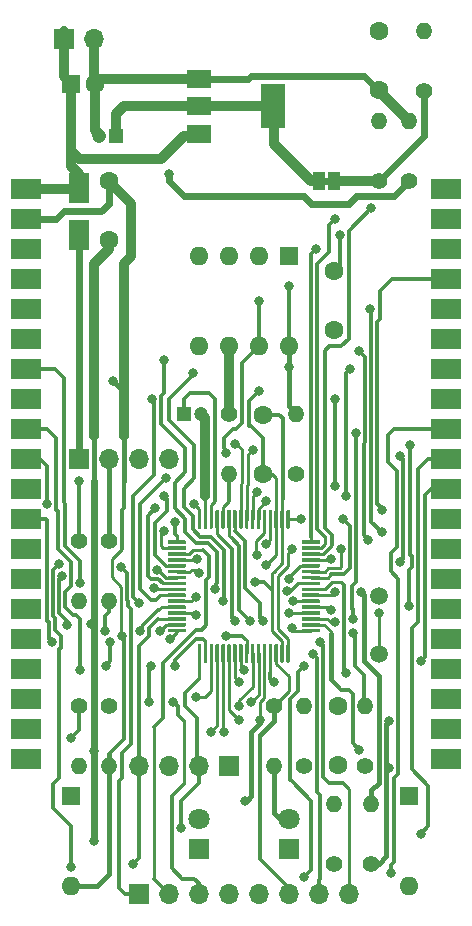
<source format=gbr>
G04 #@! TF.GenerationSoftware,KiCad,Pcbnew,(5.1.5)-3*
G04 #@! TF.CreationDate,2019-12-31T15:28:13-03:00*
G04 #@! TF.ProjectId,BoardNetMF1,426f6172-644e-4657-944d-46312e6b6963,rev?*
G04 #@! TF.SameCoordinates,Original*
G04 #@! TF.FileFunction,Copper,L1,Top*
G04 #@! TF.FilePolarity,Positive*
%FSLAX46Y46*%
G04 Gerber Fmt 4.6, Leading zero omitted, Abs format (unit mm)*
G04 Created by KiCad (PCBNEW (5.1.5)-3) date 2019-12-31 15:28:13*
%MOMM*%
%LPD*%
G04 APERTURE LIST*
%ADD10C,0.100000*%
%ADD11O,1.600000X1.600000*%
%ADD12R,1.600000X1.600000*%
%ADD13R,1.000000X1.500000*%
%ADD14R,1.800000X2.500000*%
%ADD15C,1.200000*%
%ADD16R,1.200000X1.200000*%
%ADD17C,1.600000*%
%ADD18R,2.540000X1.700000*%
%ADD19O,1.700000X1.700000*%
%ADD20R,1.700000X1.700000*%
%ADD21C,1.500000*%
%ADD22O,1.400000X1.400000*%
%ADD23C,1.400000*%
%ADD24C,1.800000*%
%ADD25R,1.800000X1.800000*%
%ADD26R,2.000000X1.500000*%
%ADD27R,2.000000X3.800000*%
%ADD28C,0.800000*%
%ADD29C,0.812800*%
%ADD30C,0.609600*%
%ADD31C,0.406400*%
%ADD32C,0.250000*%
%ADD33C,0.304800*%
G04 APERTURE END LIST*
D10*
G36*
X146300000Y-88565000D02*
G01*
X145800000Y-88565000D01*
X145800000Y-87965000D01*
X146300000Y-87965000D01*
X146300000Y-88565000D01*
G37*
G04 #@! TA.AperFunction,SMDPad,CuDef*
G36*
X142897351Y-127455361D02*
G01*
X142904632Y-127456441D01*
X142911771Y-127458229D01*
X142918701Y-127460709D01*
X142925355Y-127463856D01*
X142931668Y-127467640D01*
X142937579Y-127472024D01*
X142943033Y-127476967D01*
X142947976Y-127482421D01*
X142952360Y-127488332D01*
X142956144Y-127494645D01*
X142959291Y-127501299D01*
X142961771Y-127508229D01*
X142963559Y-127515368D01*
X142964639Y-127522649D01*
X142965000Y-127530000D01*
X142965000Y-128930000D01*
X142964639Y-128937351D01*
X142963559Y-128944632D01*
X142961771Y-128951771D01*
X142959291Y-128958701D01*
X142956144Y-128965355D01*
X142952360Y-128971668D01*
X142947976Y-128977579D01*
X142943033Y-128983033D01*
X142937579Y-128987976D01*
X142931668Y-128992360D01*
X142925355Y-128996144D01*
X142918701Y-128999291D01*
X142911771Y-129001771D01*
X142904632Y-129003559D01*
X142897351Y-129004639D01*
X142890000Y-129005000D01*
X142740000Y-129005000D01*
X142732649Y-129004639D01*
X142725368Y-129003559D01*
X142718229Y-129001771D01*
X142711299Y-128999291D01*
X142704645Y-128996144D01*
X142698332Y-128992360D01*
X142692421Y-128987976D01*
X142686967Y-128983033D01*
X142682024Y-128977579D01*
X142677640Y-128971668D01*
X142673856Y-128965355D01*
X142670709Y-128958701D01*
X142668229Y-128951771D01*
X142666441Y-128944632D01*
X142665361Y-128937351D01*
X142665000Y-128930000D01*
X142665000Y-127530000D01*
X142665361Y-127522649D01*
X142666441Y-127515368D01*
X142668229Y-127508229D01*
X142670709Y-127501299D01*
X142673856Y-127494645D01*
X142677640Y-127488332D01*
X142682024Y-127482421D01*
X142686967Y-127476967D01*
X142692421Y-127472024D01*
X142698332Y-127467640D01*
X142704645Y-127463856D01*
X142711299Y-127460709D01*
X142718229Y-127458229D01*
X142725368Y-127456441D01*
X142732649Y-127455361D01*
X142740000Y-127455000D01*
X142890000Y-127455000D01*
X142897351Y-127455361D01*
G37*
G04 #@! TD.AperFunction*
G04 #@! TA.AperFunction,SMDPad,CuDef*
G36*
X142397351Y-127455361D02*
G01*
X142404632Y-127456441D01*
X142411771Y-127458229D01*
X142418701Y-127460709D01*
X142425355Y-127463856D01*
X142431668Y-127467640D01*
X142437579Y-127472024D01*
X142443033Y-127476967D01*
X142447976Y-127482421D01*
X142452360Y-127488332D01*
X142456144Y-127494645D01*
X142459291Y-127501299D01*
X142461771Y-127508229D01*
X142463559Y-127515368D01*
X142464639Y-127522649D01*
X142465000Y-127530000D01*
X142465000Y-128930000D01*
X142464639Y-128937351D01*
X142463559Y-128944632D01*
X142461771Y-128951771D01*
X142459291Y-128958701D01*
X142456144Y-128965355D01*
X142452360Y-128971668D01*
X142447976Y-128977579D01*
X142443033Y-128983033D01*
X142437579Y-128987976D01*
X142431668Y-128992360D01*
X142425355Y-128996144D01*
X142418701Y-128999291D01*
X142411771Y-129001771D01*
X142404632Y-129003559D01*
X142397351Y-129004639D01*
X142390000Y-129005000D01*
X142240000Y-129005000D01*
X142232649Y-129004639D01*
X142225368Y-129003559D01*
X142218229Y-129001771D01*
X142211299Y-128999291D01*
X142204645Y-128996144D01*
X142198332Y-128992360D01*
X142192421Y-128987976D01*
X142186967Y-128983033D01*
X142182024Y-128977579D01*
X142177640Y-128971668D01*
X142173856Y-128965355D01*
X142170709Y-128958701D01*
X142168229Y-128951771D01*
X142166441Y-128944632D01*
X142165361Y-128937351D01*
X142165000Y-128930000D01*
X142165000Y-127530000D01*
X142165361Y-127522649D01*
X142166441Y-127515368D01*
X142168229Y-127508229D01*
X142170709Y-127501299D01*
X142173856Y-127494645D01*
X142177640Y-127488332D01*
X142182024Y-127482421D01*
X142186967Y-127476967D01*
X142192421Y-127472024D01*
X142198332Y-127467640D01*
X142204645Y-127463856D01*
X142211299Y-127460709D01*
X142218229Y-127458229D01*
X142225368Y-127456441D01*
X142232649Y-127455361D01*
X142240000Y-127455000D01*
X142390000Y-127455000D01*
X142397351Y-127455361D01*
G37*
G04 #@! TD.AperFunction*
G04 #@! TA.AperFunction,SMDPad,CuDef*
G36*
X141897351Y-127455361D02*
G01*
X141904632Y-127456441D01*
X141911771Y-127458229D01*
X141918701Y-127460709D01*
X141925355Y-127463856D01*
X141931668Y-127467640D01*
X141937579Y-127472024D01*
X141943033Y-127476967D01*
X141947976Y-127482421D01*
X141952360Y-127488332D01*
X141956144Y-127494645D01*
X141959291Y-127501299D01*
X141961771Y-127508229D01*
X141963559Y-127515368D01*
X141964639Y-127522649D01*
X141965000Y-127530000D01*
X141965000Y-128930000D01*
X141964639Y-128937351D01*
X141963559Y-128944632D01*
X141961771Y-128951771D01*
X141959291Y-128958701D01*
X141956144Y-128965355D01*
X141952360Y-128971668D01*
X141947976Y-128977579D01*
X141943033Y-128983033D01*
X141937579Y-128987976D01*
X141931668Y-128992360D01*
X141925355Y-128996144D01*
X141918701Y-128999291D01*
X141911771Y-129001771D01*
X141904632Y-129003559D01*
X141897351Y-129004639D01*
X141890000Y-129005000D01*
X141740000Y-129005000D01*
X141732649Y-129004639D01*
X141725368Y-129003559D01*
X141718229Y-129001771D01*
X141711299Y-128999291D01*
X141704645Y-128996144D01*
X141698332Y-128992360D01*
X141692421Y-128987976D01*
X141686967Y-128983033D01*
X141682024Y-128977579D01*
X141677640Y-128971668D01*
X141673856Y-128965355D01*
X141670709Y-128958701D01*
X141668229Y-128951771D01*
X141666441Y-128944632D01*
X141665361Y-128937351D01*
X141665000Y-128930000D01*
X141665000Y-127530000D01*
X141665361Y-127522649D01*
X141666441Y-127515368D01*
X141668229Y-127508229D01*
X141670709Y-127501299D01*
X141673856Y-127494645D01*
X141677640Y-127488332D01*
X141682024Y-127482421D01*
X141686967Y-127476967D01*
X141692421Y-127472024D01*
X141698332Y-127467640D01*
X141704645Y-127463856D01*
X141711299Y-127460709D01*
X141718229Y-127458229D01*
X141725368Y-127456441D01*
X141732649Y-127455361D01*
X141740000Y-127455000D01*
X141890000Y-127455000D01*
X141897351Y-127455361D01*
G37*
G04 #@! TD.AperFunction*
G04 #@! TA.AperFunction,SMDPad,CuDef*
G36*
X141397351Y-127455361D02*
G01*
X141404632Y-127456441D01*
X141411771Y-127458229D01*
X141418701Y-127460709D01*
X141425355Y-127463856D01*
X141431668Y-127467640D01*
X141437579Y-127472024D01*
X141443033Y-127476967D01*
X141447976Y-127482421D01*
X141452360Y-127488332D01*
X141456144Y-127494645D01*
X141459291Y-127501299D01*
X141461771Y-127508229D01*
X141463559Y-127515368D01*
X141464639Y-127522649D01*
X141465000Y-127530000D01*
X141465000Y-128930000D01*
X141464639Y-128937351D01*
X141463559Y-128944632D01*
X141461771Y-128951771D01*
X141459291Y-128958701D01*
X141456144Y-128965355D01*
X141452360Y-128971668D01*
X141447976Y-128977579D01*
X141443033Y-128983033D01*
X141437579Y-128987976D01*
X141431668Y-128992360D01*
X141425355Y-128996144D01*
X141418701Y-128999291D01*
X141411771Y-129001771D01*
X141404632Y-129003559D01*
X141397351Y-129004639D01*
X141390000Y-129005000D01*
X141240000Y-129005000D01*
X141232649Y-129004639D01*
X141225368Y-129003559D01*
X141218229Y-129001771D01*
X141211299Y-128999291D01*
X141204645Y-128996144D01*
X141198332Y-128992360D01*
X141192421Y-128987976D01*
X141186967Y-128983033D01*
X141182024Y-128977579D01*
X141177640Y-128971668D01*
X141173856Y-128965355D01*
X141170709Y-128958701D01*
X141168229Y-128951771D01*
X141166441Y-128944632D01*
X141165361Y-128937351D01*
X141165000Y-128930000D01*
X141165000Y-127530000D01*
X141165361Y-127522649D01*
X141166441Y-127515368D01*
X141168229Y-127508229D01*
X141170709Y-127501299D01*
X141173856Y-127494645D01*
X141177640Y-127488332D01*
X141182024Y-127482421D01*
X141186967Y-127476967D01*
X141192421Y-127472024D01*
X141198332Y-127467640D01*
X141204645Y-127463856D01*
X141211299Y-127460709D01*
X141218229Y-127458229D01*
X141225368Y-127456441D01*
X141232649Y-127455361D01*
X141240000Y-127455000D01*
X141390000Y-127455000D01*
X141397351Y-127455361D01*
G37*
G04 #@! TD.AperFunction*
G04 #@! TA.AperFunction,SMDPad,CuDef*
G36*
X140897351Y-127455361D02*
G01*
X140904632Y-127456441D01*
X140911771Y-127458229D01*
X140918701Y-127460709D01*
X140925355Y-127463856D01*
X140931668Y-127467640D01*
X140937579Y-127472024D01*
X140943033Y-127476967D01*
X140947976Y-127482421D01*
X140952360Y-127488332D01*
X140956144Y-127494645D01*
X140959291Y-127501299D01*
X140961771Y-127508229D01*
X140963559Y-127515368D01*
X140964639Y-127522649D01*
X140965000Y-127530000D01*
X140965000Y-128930000D01*
X140964639Y-128937351D01*
X140963559Y-128944632D01*
X140961771Y-128951771D01*
X140959291Y-128958701D01*
X140956144Y-128965355D01*
X140952360Y-128971668D01*
X140947976Y-128977579D01*
X140943033Y-128983033D01*
X140937579Y-128987976D01*
X140931668Y-128992360D01*
X140925355Y-128996144D01*
X140918701Y-128999291D01*
X140911771Y-129001771D01*
X140904632Y-129003559D01*
X140897351Y-129004639D01*
X140890000Y-129005000D01*
X140740000Y-129005000D01*
X140732649Y-129004639D01*
X140725368Y-129003559D01*
X140718229Y-129001771D01*
X140711299Y-128999291D01*
X140704645Y-128996144D01*
X140698332Y-128992360D01*
X140692421Y-128987976D01*
X140686967Y-128983033D01*
X140682024Y-128977579D01*
X140677640Y-128971668D01*
X140673856Y-128965355D01*
X140670709Y-128958701D01*
X140668229Y-128951771D01*
X140666441Y-128944632D01*
X140665361Y-128937351D01*
X140665000Y-128930000D01*
X140665000Y-127530000D01*
X140665361Y-127522649D01*
X140666441Y-127515368D01*
X140668229Y-127508229D01*
X140670709Y-127501299D01*
X140673856Y-127494645D01*
X140677640Y-127488332D01*
X140682024Y-127482421D01*
X140686967Y-127476967D01*
X140692421Y-127472024D01*
X140698332Y-127467640D01*
X140704645Y-127463856D01*
X140711299Y-127460709D01*
X140718229Y-127458229D01*
X140725368Y-127456441D01*
X140732649Y-127455361D01*
X140740000Y-127455000D01*
X140890000Y-127455000D01*
X140897351Y-127455361D01*
G37*
G04 #@! TD.AperFunction*
G04 #@! TA.AperFunction,SMDPad,CuDef*
G36*
X140397351Y-127455361D02*
G01*
X140404632Y-127456441D01*
X140411771Y-127458229D01*
X140418701Y-127460709D01*
X140425355Y-127463856D01*
X140431668Y-127467640D01*
X140437579Y-127472024D01*
X140443033Y-127476967D01*
X140447976Y-127482421D01*
X140452360Y-127488332D01*
X140456144Y-127494645D01*
X140459291Y-127501299D01*
X140461771Y-127508229D01*
X140463559Y-127515368D01*
X140464639Y-127522649D01*
X140465000Y-127530000D01*
X140465000Y-128930000D01*
X140464639Y-128937351D01*
X140463559Y-128944632D01*
X140461771Y-128951771D01*
X140459291Y-128958701D01*
X140456144Y-128965355D01*
X140452360Y-128971668D01*
X140447976Y-128977579D01*
X140443033Y-128983033D01*
X140437579Y-128987976D01*
X140431668Y-128992360D01*
X140425355Y-128996144D01*
X140418701Y-128999291D01*
X140411771Y-129001771D01*
X140404632Y-129003559D01*
X140397351Y-129004639D01*
X140390000Y-129005000D01*
X140240000Y-129005000D01*
X140232649Y-129004639D01*
X140225368Y-129003559D01*
X140218229Y-129001771D01*
X140211299Y-128999291D01*
X140204645Y-128996144D01*
X140198332Y-128992360D01*
X140192421Y-128987976D01*
X140186967Y-128983033D01*
X140182024Y-128977579D01*
X140177640Y-128971668D01*
X140173856Y-128965355D01*
X140170709Y-128958701D01*
X140168229Y-128951771D01*
X140166441Y-128944632D01*
X140165361Y-128937351D01*
X140165000Y-128930000D01*
X140165000Y-127530000D01*
X140165361Y-127522649D01*
X140166441Y-127515368D01*
X140168229Y-127508229D01*
X140170709Y-127501299D01*
X140173856Y-127494645D01*
X140177640Y-127488332D01*
X140182024Y-127482421D01*
X140186967Y-127476967D01*
X140192421Y-127472024D01*
X140198332Y-127467640D01*
X140204645Y-127463856D01*
X140211299Y-127460709D01*
X140218229Y-127458229D01*
X140225368Y-127456441D01*
X140232649Y-127455361D01*
X140240000Y-127455000D01*
X140390000Y-127455000D01*
X140397351Y-127455361D01*
G37*
G04 #@! TD.AperFunction*
G04 #@! TA.AperFunction,SMDPad,CuDef*
G36*
X139897351Y-127455361D02*
G01*
X139904632Y-127456441D01*
X139911771Y-127458229D01*
X139918701Y-127460709D01*
X139925355Y-127463856D01*
X139931668Y-127467640D01*
X139937579Y-127472024D01*
X139943033Y-127476967D01*
X139947976Y-127482421D01*
X139952360Y-127488332D01*
X139956144Y-127494645D01*
X139959291Y-127501299D01*
X139961771Y-127508229D01*
X139963559Y-127515368D01*
X139964639Y-127522649D01*
X139965000Y-127530000D01*
X139965000Y-128930000D01*
X139964639Y-128937351D01*
X139963559Y-128944632D01*
X139961771Y-128951771D01*
X139959291Y-128958701D01*
X139956144Y-128965355D01*
X139952360Y-128971668D01*
X139947976Y-128977579D01*
X139943033Y-128983033D01*
X139937579Y-128987976D01*
X139931668Y-128992360D01*
X139925355Y-128996144D01*
X139918701Y-128999291D01*
X139911771Y-129001771D01*
X139904632Y-129003559D01*
X139897351Y-129004639D01*
X139890000Y-129005000D01*
X139740000Y-129005000D01*
X139732649Y-129004639D01*
X139725368Y-129003559D01*
X139718229Y-129001771D01*
X139711299Y-128999291D01*
X139704645Y-128996144D01*
X139698332Y-128992360D01*
X139692421Y-128987976D01*
X139686967Y-128983033D01*
X139682024Y-128977579D01*
X139677640Y-128971668D01*
X139673856Y-128965355D01*
X139670709Y-128958701D01*
X139668229Y-128951771D01*
X139666441Y-128944632D01*
X139665361Y-128937351D01*
X139665000Y-128930000D01*
X139665000Y-127530000D01*
X139665361Y-127522649D01*
X139666441Y-127515368D01*
X139668229Y-127508229D01*
X139670709Y-127501299D01*
X139673856Y-127494645D01*
X139677640Y-127488332D01*
X139682024Y-127482421D01*
X139686967Y-127476967D01*
X139692421Y-127472024D01*
X139698332Y-127467640D01*
X139704645Y-127463856D01*
X139711299Y-127460709D01*
X139718229Y-127458229D01*
X139725368Y-127456441D01*
X139732649Y-127455361D01*
X139740000Y-127455000D01*
X139890000Y-127455000D01*
X139897351Y-127455361D01*
G37*
G04 #@! TD.AperFunction*
G04 #@! TA.AperFunction,SMDPad,CuDef*
G36*
X139397351Y-127455361D02*
G01*
X139404632Y-127456441D01*
X139411771Y-127458229D01*
X139418701Y-127460709D01*
X139425355Y-127463856D01*
X139431668Y-127467640D01*
X139437579Y-127472024D01*
X139443033Y-127476967D01*
X139447976Y-127482421D01*
X139452360Y-127488332D01*
X139456144Y-127494645D01*
X139459291Y-127501299D01*
X139461771Y-127508229D01*
X139463559Y-127515368D01*
X139464639Y-127522649D01*
X139465000Y-127530000D01*
X139465000Y-128930000D01*
X139464639Y-128937351D01*
X139463559Y-128944632D01*
X139461771Y-128951771D01*
X139459291Y-128958701D01*
X139456144Y-128965355D01*
X139452360Y-128971668D01*
X139447976Y-128977579D01*
X139443033Y-128983033D01*
X139437579Y-128987976D01*
X139431668Y-128992360D01*
X139425355Y-128996144D01*
X139418701Y-128999291D01*
X139411771Y-129001771D01*
X139404632Y-129003559D01*
X139397351Y-129004639D01*
X139390000Y-129005000D01*
X139240000Y-129005000D01*
X139232649Y-129004639D01*
X139225368Y-129003559D01*
X139218229Y-129001771D01*
X139211299Y-128999291D01*
X139204645Y-128996144D01*
X139198332Y-128992360D01*
X139192421Y-128987976D01*
X139186967Y-128983033D01*
X139182024Y-128977579D01*
X139177640Y-128971668D01*
X139173856Y-128965355D01*
X139170709Y-128958701D01*
X139168229Y-128951771D01*
X139166441Y-128944632D01*
X139165361Y-128937351D01*
X139165000Y-128930000D01*
X139165000Y-127530000D01*
X139165361Y-127522649D01*
X139166441Y-127515368D01*
X139168229Y-127508229D01*
X139170709Y-127501299D01*
X139173856Y-127494645D01*
X139177640Y-127488332D01*
X139182024Y-127482421D01*
X139186967Y-127476967D01*
X139192421Y-127472024D01*
X139198332Y-127467640D01*
X139204645Y-127463856D01*
X139211299Y-127460709D01*
X139218229Y-127458229D01*
X139225368Y-127456441D01*
X139232649Y-127455361D01*
X139240000Y-127455000D01*
X139390000Y-127455000D01*
X139397351Y-127455361D01*
G37*
G04 #@! TD.AperFunction*
G04 #@! TA.AperFunction,SMDPad,CuDef*
G36*
X138897351Y-127455361D02*
G01*
X138904632Y-127456441D01*
X138911771Y-127458229D01*
X138918701Y-127460709D01*
X138925355Y-127463856D01*
X138931668Y-127467640D01*
X138937579Y-127472024D01*
X138943033Y-127476967D01*
X138947976Y-127482421D01*
X138952360Y-127488332D01*
X138956144Y-127494645D01*
X138959291Y-127501299D01*
X138961771Y-127508229D01*
X138963559Y-127515368D01*
X138964639Y-127522649D01*
X138965000Y-127530000D01*
X138965000Y-128930000D01*
X138964639Y-128937351D01*
X138963559Y-128944632D01*
X138961771Y-128951771D01*
X138959291Y-128958701D01*
X138956144Y-128965355D01*
X138952360Y-128971668D01*
X138947976Y-128977579D01*
X138943033Y-128983033D01*
X138937579Y-128987976D01*
X138931668Y-128992360D01*
X138925355Y-128996144D01*
X138918701Y-128999291D01*
X138911771Y-129001771D01*
X138904632Y-129003559D01*
X138897351Y-129004639D01*
X138890000Y-129005000D01*
X138740000Y-129005000D01*
X138732649Y-129004639D01*
X138725368Y-129003559D01*
X138718229Y-129001771D01*
X138711299Y-128999291D01*
X138704645Y-128996144D01*
X138698332Y-128992360D01*
X138692421Y-128987976D01*
X138686967Y-128983033D01*
X138682024Y-128977579D01*
X138677640Y-128971668D01*
X138673856Y-128965355D01*
X138670709Y-128958701D01*
X138668229Y-128951771D01*
X138666441Y-128944632D01*
X138665361Y-128937351D01*
X138665000Y-128930000D01*
X138665000Y-127530000D01*
X138665361Y-127522649D01*
X138666441Y-127515368D01*
X138668229Y-127508229D01*
X138670709Y-127501299D01*
X138673856Y-127494645D01*
X138677640Y-127488332D01*
X138682024Y-127482421D01*
X138686967Y-127476967D01*
X138692421Y-127472024D01*
X138698332Y-127467640D01*
X138704645Y-127463856D01*
X138711299Y-127460709D01*
X138718229Y-127458229D01*
X138725368Y-127456441D01*
X138732649Y-127455361D01*
X138740000Y-127455000D01*
X138890000Y-127455000D01*
X138897351Y-127455361D01*
G37*
G04 #@! TD.AperFunction*
G04 #@! TA.AperFunction,SMDPad,CuDef*
G36*
X138397351Y-127455361D02*
G01*
X138404632Y-127456441D01*
X138411771Y-127458229D01*
X138418701Y-127460709D01*
X138425355Y-127463856D01*
X138431668Y-127467640D01*
X138437579Y-127472024D01*
X138443033Y-127476967D01*
X138447976Y-127482421D01*
X138452360Y-127488332D01*
X138456144Y-127494645D01*
X138459291Y-127501299D01*
X138461771Y-127508229D01*
X138463559Y-127515368D01*
X138464639Y-127522649D01*
X138465000Y-127530000D01*
X138465000Y-128930000D01*
X138464639Y-128937351D01*
X138463559Y-128944632D01*
X138461771Y-128951771D01*
X138459291Y-128958701D01*
X138456144Y-128965355D01*
X138452360Y-128971668D01*
X138447976Y-128977579D01*
X138443033Y-128983033D01*
X138437579Y-128987976D01*
X138431668Y-128992360D01*
X138425355Y-128996144D01*
X138418701Y-128999291D01*
X138411771Y-129001771D01*
X138404632Y-129003559D01*
X138397351Y-129004639D01*
X138390000Y-129005000D01*
X138240000Y-129005000D01*
X138232649Y-129004639D01*
X138225368Y-129003559D01*
X138218229Y-129001771D01*
X138211299Y-128999291D01*
X138204645Y-128996144D01*
X138198332Y-128992360D01*
X138192421Y-128987976D01*
X138186967Y-128983033D01*
X138182024Y-128977579D01*
X138177640Y-128971668D01*
X138173856Y-128965355D01*
X138170709Y-128958701D01*
X138168229Y-128951771D01*
X138166441Y-128944632D01*
X138165361Y-128937351D01*
X138165000Y-128930000D01*
X138165000Y-127530000D01*
X138165361Y-127522649D01*
X138166441Y-127515368D01*
X138168229Y-127508229D01*
X138170709Y-127501299D01*
X138173856Y-127494645D01*
X138177640Y-127488332D01*
X138182024Y-127482421D01*
X138186967Y-127476967D01*
X138192421Y-127472024D01*
X138198332Y-127467640D01*
X138204645Y-127463856D01*
X138211299Y-127460709D01*
X138218229Y-127458229D01*
X138225368Y-127456441D01*
X138232649Y-127455361D01*
X138240000Y-127455000D01*
X138390000Y-127455000D01*
X138397351Y-127455361D01*
G37*
G04 #@! TD.AperFunction*
G04 #@! TA.AperFunction,SMDPad,CuDef*
G36*
X137897351Y-127455361D02*
G01*
X137904632Y-127456441D01*
X137911771Y-127458229D01*
X137918701Y-127460709D01*
X137925355Y-127463856D01*
X137931668Y-127467640D01*
X137937579Y-127472024D01*
X137943033Y-127476967D01*
X137947976Y-127482421D01*
X137952360Y-127488332D01*
X137956144Y-127494645D01*
X137959291Y-127501299D01*
X137961771Y-127508229D01*
X137963559Y-127515368D01*
X137964639Y-127522649D01*
X137965000Y-127530000D01*
X137965000Y-128930000D01*
X137964639Y-128937351D01*
X137963559Y-128944632D01*
X137961771Y-128951771D01*
X137959291Y-128958701D01*
X137956144Y-128965355D01*
X137952360Y-128971668D01*
X137947976Y-128977579D01*
X137943033Y-128983033D01*
X137937579Y-128987976D01*
X137931668Y-128992360D01*
X137925355Y-128996144D01*
X137918701Y-128999291D01*
X137911771Y-129001771D01*
X137904632Y-129003559D01*
X137897351Y-129004639D01*
X137890000Y-129005000D01*
X137740000Y-129005000D01*
X137732649Y-129004639D01*
X137725368Y-129003559D01*
X137718229Y-129001771D01*
X137711299Y-128999291D01*
X137704645Y-128996144D01*
X137698332Y-128992360D01*
X137692421Y-128987976D01*
X137686967Y-128983033D01*
X137682024Y-128977579D01*
X137677640Y-128971668D01*
X137673856Y-128965355D01*
X137670709Y-128958701D01*
X137668229Y-128951771D01*
X137666441Y-128944632D01*
X137665361Y-128937351D01*
X137665000Y-128930000D01*
X137665000Y-127530000D01*
X137665361Y-127522649D01*
X137666441Y-127515368D01*
X137668229Y-127508229D01*
X137670709Y-127501299D01*
X137673856Y-127494645D01*
X137677640Y-127488332D01*
X137682024Y-127482421D01*
X137686967Y-127476967D01*
X137692421Y-127472024D01*
X137698332Y-127467640D01*
X137704645Y-127463856D01*
X137711299Y-127460709D01*
X137718229Y-127458229D01*
X137725368Y-127456441D01*
X137732649Y-127455361D01*
X137740000Y-127455000D01*
X137890000Y-127455000D01*
X137897351Y-127455361D01*
G37*
G04 #@! TD.AperFunction*
G04 #@! TA.AperFunction,SMDPad,CuDef*
G36*
X137397351Y-127455361D02*
G01*
X137404632Y-127456441D01*
X137411771Y-127458229D01*
X137418701Y-127460709D01*
X137425355Y-127463856D01*
X137431668Y-127467640D01*
X137437579Y-127472024D01*
X137443033Y-127476967D01*
X137447976Y-127482421D01*
X137452360Y-127488332D01*
X137456144Y-127494645D01*
X137459291Y-127501299D01*
X137461771Y-127508229D01*
X137463559Y-127515368D01*
X137464639Y-127522649D01*
X137465000Y-127530000D01*
X137465000Y-128930000D01*
X137464639Y-128937351D01*
X137463559Y-128944632D01*
X137461771Y-128951771D01*
X137459291Y-128958701D01*
X137456144Y-128965355D01*
X137452360Y-128971668D01*
X137447976Y-128977579D01*
X137443033Y-128983033D01*
X137437579Y-128987976D01*
X137431668Y-128992360D01*
X137425355Y-128996144D01*
X137418701Y-128999291D01*
X137411771Y-129001771D01*
X137404632Y-129003559D01*
X137397351Y-129004639D01*
X137390000Y-129005000D01*
X137240000Y-129005000D01*
X137232649Y-129004639D01*
X137225368Y-129003559D01*
X137218229Y-129001771D01*
X137211299Y-128999291D01*
X137204645Y-128996144D01*
X137198332Y-128992360D01*
X137192421Y-128987976D01*
X137186967Y-128983033D01*
X137182024Y-128977579D01*
X137177640Y-128971668D01*
X137173856Y-128965355D01*
X137170709Y-128958701D01*
X137168229Y-128951771D01*
X137166441Y-128944632D01*
X137165361Y-128937351D01*
X137165000Y-128930000D01*
X137165000Y-127530000D01*
X137165361Y-127522649D01*
X137166441Y-127515368D01*
X137168229Y-127508229D01*
X137170709Y-127501299D01*
X137173856Y-127494645D01*
X137177640Y-127488332D01*
X137182024Y-127482421D01*
X137186967Y-127476967D01*
X137192421Y-127472024D01*
X137198332Y-127467640D01*
X137204645Y-127463856D01*
X137211299Y-127460709D01*
X137218229Y-127458229D01*
X137225368Y-127456441D01*
X137232649Y-127455361D01*
X137240000Y-127455000D01*
X137390000Y-127455000D01*
X137397351Y-127455361D01*
G37*
G04 #@! TD.AperFunction*
G04 #@! TA.AperFunction,SMDPad,CuDef*
G36*
X136897351Y-127455361D02*
G01*
X136904632Y-127456441D01*
X136911771Y-127458229D01*
X136918701Y-127460709D01*
X136925355Y-127463856D01*
X136931668Y-127467640D01*
X136937579Y-127472024D01*
X136943033Y-127476967D01*
X136947976Y-127482421D01*
X136952360Y-127488332D01*
X136956144Y-127494645D01*
X136959291Y-127501299D01*
X136961771Y-127508229D01*
X136963559Y-127515368D01*
X136964639Y-127522649D01*
X136965000Y-127530000D01*
X136965000Y-128930000D01*
X136964639Y-128937351D01*
X136963559Y-128944632D01*
X136961771Y-128951771D01*
X136959291Y-128958701D01*
X136956144Y-128965355D01*
X136952360Y-128971668D01*
X136947976Y-128977579D01*
X136943033Y-128983033D01*
X136937579Y-128987976D01*
X136931668Y-128992360D01*
X136925355Y-128996144D01*
X136918701Y-128999291D01*
X136911771Y-129001771D01*
X136904632Y-129003559D01*
X136897351Y-129004639D01*
X136890000Y-129005000D01*
X136740000Y-129005000D01*
X136732649Y-129004639D01*
X136725368Y-129003559D01*
X136718229Y-129001771D01*
X136711299Y-128999291D01*
X136704645Y-128996144D01*
X136698332Y-128992360D01*
X136692421Y-128987976D01*
X136686967Y-128983033D01*
X136682024Y-128977579D01*
X136677640Y-128971668D01*
X136673856Y-128965355D01*
X136670709Y-128958701D01*
X136668229Y-128951771D01*
X136666441Y-128944632D01*
X136665361Y-128937351D01*
X136665000Y-128930000D01*
X136665000Y-127530000D01*
X136665361Y-127522649D01*
X136666441Y-127515368D01*
X136668229Y-127508229D01*
X136670709Y-127501299D01*
X136673856Y-127494645D01*
X136677640Y-127488332D01*
X136682024Y-127482421D01*
X136686967Y-127476967D01*
X136692421Y-127472024D01*
X136698332Y-127467640D01*
X136704645Y-127463856D01*
X136711299Y-127460709D01*
X136718229Y-127458229D01*
X136725368Y-127456441D01*
X136732649Y-127455361D01*
X136740000Y-127455000D01*
X136890000Y-127455000D01*
X136897351Y-127455361D01*
G37*
G04 #@! TD.AperFunction*
G04 #@! TA.AperFunction,SMDPad,CuDef*
G36*
X136397351Y-127455361D02*
G01*
X136404632Y-127456441D01*
X136411771Y-127458229D01*
X136418701Y-127460709D01*
X136425355Y-127463856D01*
X136431668Y-127467640D01*
X136437579Y-127472024D01*
X136443033Y-127476967D01*
X136447976Y-127482421D01*
X136452360Y-127488332D01*
X136456144Y-127494645D01*
X136459291Y-127501299D01*
X136461771Y-127508229D01*
X136463559Y-127515368D01*
X136464639Y-127522649D01*
X136465000Y-127530000D01*
X136465000Y-128930000D01*
X136464639Y-128937351D01*
X136463559Y-128944632D01*
X136461771Y-128951771D01*
X136459291Y-128958701D01*
X136456144Y-128965355D01*
X136452360Y-128971668D01*
X136447976Y-128977579D01*
X136443033Y-128983033D01*
X136437579Y-128987976D01*
X136431668Y-128992360D01*
X136425355Y-128996144D01*
X136418701Y-128999291D01*
X136411771Y-129001771D01*
X136404632Y-129003559D01*
X136397351Y-129004639D01*
X136390000Y-129005000D01*
X136240000Y-129005000D01*
X136232649Y-129004639D01*
X136225368Y-129003559D01*
X136218229Y-129001771D01*
X136211299Y-128999291D01*
X136204645Y-128996144D01*
X136198332Y-128992360D01*
X136192421Y-128987976D01*
X136186967Y-128983033D01*
X136182024Y-128977579D01*
X136177640Y-128971668D01*
X136173856Y-128965355D01*
X136170709Y-128958701D01*
X136168229Y-128951771D01*
X136166441Y-128944632D01*
X136165361Y-128937351D01*
X136165000Y-128930000D01*
X136165000Y-127530000D01*
X136165361Y-127522649D01*
X136166441Y-127515368D01*
X136168229Y-127508229D01*
X136170709Y-127501299D01*
X136173856Y-127494645D01*
X136177640Y-127488332D01*
X136182024Y-127482421D01*
X136186967Y-127476967D01*
X136192421Y-127472024D01*
X136198332Y-127467640D01*
X136204645Y-127463856D01*
X136211299Y-127460709D01*
X136218229Y-127458229D01*
X136225368Y-127456441D01*
X136232649Y-127455361D01*
X136240000Y-127455000D01*
X136390000Y-127455000D01*
X136397351Y-127455361D01*
G37*
G04 #@! TD.AperFunction*
G04 #@! TA.AperFunction,SMDPad,CuDef*
G36*
X135897351Y-127455361D02*
G01*
X135904632Y-127456441D01*
X135911771Y-127458229D01*
X135918701Y-127460709D01*
X135925355Y-127463856D01*
X135931668Y-127467640D01*
X135937579Y-127472024D01*
X135943033Y-127476967D01*
X135947976Y-127482421D01*
X135952360Y-127488332D01*
X135956144Y-127494645D01*
X135959291Y-127501299D01*
X135961771Y-127508229D01*
X135963559Y-127515368D01*
X135964639Y-127522649D01*
X135965000Y-127530000D01*
X135965000Y-128930000D01*
X135964639Y-128937351D01*
X135963559Y-128944632D01*
X135961771Y-128951771D01*
X135959291Y-128958701D01*
X135956144Y-128965355D01*
X135952360Y-128971668D01*
X135947976Y-128977579D01*
X135943033Y-128983033D01*
X135937579Y-128987976D01*
X135931668Y-128992360D01*
X135925355Y-128996144D01*
X135918701Y-128999291D01*
X135911771Y-129001771D01*
X135904632Y-129003559D01*
X135897351Y-129004639D01*
X135890000Y-129005000D01*
X135740000Y-129005000D01*
X135732649Y-129004639D01*
X135725368Y-129003559D01*
X135718229Y-129001771D01*
X135711299Y-128999291D01*
X135704645Y-128996144D01*
X135698332Y-128992360D01*
X135692421Y-128987976D01*
X135686967Y-128983033D01*
X135682024Y-128977579D01*
X135677640Y-128971668D01*
X135673856Y-128965355D01*
X135670709Y-128958701D01*
X135668229Y-128951771D01*
X135666441Y-128944632D01*
X135665361Y-128937351D01*
X135665000Y-128930000D01*
X135665000Y-127530000D01*
X135665361Y-127522649D01*
X135666441Y-127515368D01*
X135668229Y-127508229D01*
X135670709Y-127501299D01*
X135673856Y-127494645D01*
X135677640Y-127488332D01*
X135682024Y-127482421D01*
X135686967Y-127476967D01*
X135692421Y-127472024D01*
X135698332Y-127467640D01*
X135704645Y-127463856D01*
X135711299Y-127460709D01*
X135718229Y-127458229D01*
X135725368Y-127456441D01*
X135732649Y-127455361D01*
X135740000Y-127455000D01*
X135890000Y-127455000D01*
X135897351Y-127455361D01*
G37*
G04 #@! TD.AperFunction*
G04 #@! TA.AperFunction,SMDPad,CuDef*
G36*
X135397351Y-127455361D02*
G01*
X135404632Y-127456441D01*
X135411771Y-127458229D01*
X135418701Y-127460709D01*
X135425355Y-127463856D01*
X135431668Y-127467640D01*
X135437579Y-127472024D01*
X135443033Y-127476967D01*
X135447976Y-127482421D01*
X135452360Y-127488332D01*
X135456144Y-127494645D01*
X135459291Y-127501299D01*
X135461771Y-127508229D01*
X135463559Y-127515368D01*
X135464639Y-127522649D01*
X135465000Y-127530000D01*
X135465000Y-128930000D01*
X135464639Y-128937351D01*
X135463559Y-128944632D01*
X135461771Y-128951771D01*
X135459291Y-128958701D01*
X135456144Y-128965355D01*
X135452360Y-128971668D01*
X135447976Y-128977579D01*
X135443033Y-128983033D01*
X135437579Y-128987976D01*
X135431668Y-128992360D01*
X135425355Y-128996144D01*
X135418701Y-128999291D01*
X135411771Y-129001771D01*
X135404632Y-129003559D01*
X135397351Y-129004639D01*
X135390000Y-129005000D01*
X135240000Y-129005000D01*
X135232649Y-129004639D01*
X135225368Y-129003559D01*
X135218229Y-129001771D01*
X135211299Y-128999291D01*
X135204645Y-128996144D01*
X135198332Y-128992360D01*
X135192421Y-128987976D01*
X135186967Y-128983033D01*
X135182024Y-128977579D01*
X135177640Y-128971668D01*
X135173856Y-128965355D01*
X135170709Y-128958701D01*
X135168229Y-128951771D01*
X135166441Y-128944632D01*
X135165361Y-128937351D01*
X135165000Y-128930000D01*
X135165000Y-127530000D01*
X135165361Y-127522649D01*
X135166441Y-127515368D01*
X135168229Y-127508229D01*
X135170709Y-127501299D01*
X135173856Y-127494645D01*
X135177640Y-127488332D01*
X135182024Y-127482421D01*
X135186967Y-127476967D01*
X135192421Y-127472024D01*
X135198332Y-127467640D01*
X135204645Y-127463856D01*
X135211299Y-127460709D01*
X135218229Y-127458229D01*
X135225368Y-127456441D01*
X135232649Y-127455361D01*
X135240000Y-127455000D01*
X135390000Y-127455000D01*
X135397351Y-127455361D01*
G37*
G04 #@! TD.AperFunction*
G04 #@! TA.AperFunction,SMDPad,CuDef*
G36*
X134097351Y-126155361D02*
G01*
X134104632Y-126156441D01*
X134111771Y-126158229D01*
X134118701Y-126160709D01*
X134125355Y-126163856D01*
X134131668Y-126167640D01*
X134137579Y-126172024D01*
X134143033Y-126176967D01*
X134147976Y-126182421D01*
X134152360Y-126188332D01*
X134156144Y-126194645D01*
X134159291Y-126201299D01*
X134161771Y-126208229D01*
X134163559Y-126215368D01*
X134164639Y-126222649D01*
X134165000Y-126230000D01*
X134165000Y-126380000D01*
X134164639Y-126387351D01*
X134163559Y-126394632D01*
X134161771Y-126401771D01*
X134159291Y-126408701D01*
X134156144Y-126415355D01*
X134152360Y-126421668D01*
X134147976Y-126427579D01*
X134143033Y-126433033D01*
X134137579Y-126437976D01*
X134131668Y-126442360D01*
X134125355Y-126446144D01*
X134118701Y-126449291D01*
X134111771Y-126451771D01*
X134104632Y-126453559D01*
X134097351Y-126454639D01*
X134090000Y-126455000D01*
X132690000Y-126455000D01*
X132682649Y-126454639D01*
X132675368Y-126453559D01*
X132668229Y-126451771D01*
X132661299Y-126449291D01*
X132654645Y-126446144D01*
X132648332Y-126442360D01*
X132642421Y-126437976D01*
X132636967Y-126433033D01*
X132632024Y-126427579D01*
X132627640Y-126421668D01*
X132623856Y-126415355D01*
X132620709Y-126408701D01*
X132618229Y-126401771D01*
X132616441Y-126394632D01*
X132615361Y-126387351D01*
X132615000Y-126380000D01*
X132615000Y-126230000D01*
X132615361Y-126222649D01*
X132616441Y-126215368D01*
X132618229Y-126208229D01*
X132620709Y-126201299D01*
X132623856Y-126194645D01*
X132627640Y-126188332D01*
X132632024Y-126182421D01*
X132636967Y-126176967D01*
X132642421Y-126172024D01*
X132648332Y-126167640D01*
X132654645Y-126163856D01*
X132661299Y-126160709D01*
X132668229Y-126158229D01*
X132675368Y-126156441D01*
X132682649Y-126155361D01*
X132690000Y-126155000D01*
X134090000Y-126155000D01*
X134097351Y-126155361D01*
G37*
G04 #@! TD.AperFunction*
G04 #@! TA.AperFunction,SMDPad,CuDef*
G36*
X134097351Y-125655361D02*
G01*
X134104632Y-125656441D01*
X134111771Y-125658229D01*
X134118701Y-125660709D01*
X134125355Y-125663856D01*
X134131668Y-125667640D01*
X134137579Y-125672024D01*
X134143033Y-125676967D01*
X134147976Y-125682421D01*
X134152360Y-125688332D01*
X134156144Y-125694645D01*
X134159291Y-125701299D01*
X134161771Y-125708229D01*
X134163559Y-125715368D01*
X134164639Y-125722649D01*
X134165000Y-125730000D01*
X134165000Y-125880000D01*
X134164639Y-125887351D01*
X134163559Y-125894632D01*
X134161771Y-125901771D01*
X134159291Y-125908701D01*
X134156144Y-125915355D01*
X134152360Y-125921668D01*
X134147976Y-125927579D01*
X134143033Y-125933033D01*
X134137579Y-125937976D01*
X134131668Y-125942360D01*
X134125355Y-125946144D01*
X134118701Y-125949291D01*
X134111771Y-125951771D01*
X134104632Y-125953559D01*
X134097351Y-125954639D01*
X134090000Y-125955000D01*
X132690000Y-125955000D01*
X132682649Y-125954639D01*
X132675368Y-125953559D01*
X132668229Y-125951771D01*
X132661299Y-125949291D01*
X132654645Y-125946144D01*
X132648332Y-125942360D01*
X132642421Y-125937976D01*
X132636967Y-125933033D01*
X132632024Y-125927579D01*
X132627640Y-125921668D01*
X132623856Y-125915355D01*
X132620709Y-125908701D01*
X132618229Y-125901771D01*
X132616441Y-125894632D01*
X132615361Y-125887351D01*
X132615000Y-125880000D01*
X132615000Y-125730000D01*
X132615361Y-125722649D01*
X132616441Y-125715368D01*
X132618229Y-125708229D01*
X132620709Y-125701299D01*
X132623856Y-125694645D01*
X132627640Y-125688332D01*
X132632024Y-125682421D01*
X132636967Y-125676967D01*
X132642421Y-125672024D01*
X132648332Y-125667640D01*
X132654645Y-125663856D01*
X132661299Y-125660709D01*
X132668229Y-125658229D01*
X132675368Y-125656441D01*
X132682649Y-125655361D01*
X132690000Y-125655000D01*
X134090000Y-125655000D01*
X134097351Y-125655361D01*
G37*
G04 #@! TD.AperFunction*
G04 #@! TA.AperFunction,SMDPad,CuDef*
G36*
X134097351Y-125155361D02*
G01*
X134104632Y-125156441D01*
X134111771Y-125158229D01*
X134118701Y-125160709D01*
X134125355Y-125163856D01*
X134131668Y-125167640D01*
X134137579Y-125172024D01*
X134143033Y-125176967D01*
X134147976Y-125182421D01*
X134152360Y-125188332D01*
X134156144Y-125194645D01*
X134159291Y-125201299D01*
X134161771Y-125208229D01*
X134163559Y-125215368D01*
X134164639Y-125222649D01*
X134165000Y-125230000D01*
X134165000Y-125380000D01*
X134164639Y-125387351D01*
X134163559Y-125394632D01*
X134161771Y-125401771D01*
X134159291Y-125408701D01*
X134156144Y-125415355D01*
X134152360Y-125421668D01*
X134147976Y-125427579D01*
X134143033Y-125433033D01*
X134137579Y-125437976D01*
X134131668Y-125442360D01*
X134125355Y-125446144D01*
X134118701Y-125449291D01*
X134111771Y-125451771D01*
X134104632Y-125453559D01*
X134097351Y-125454639D01*
X134090000Y-125455000D01*
X132690000Y-125455000D01*
X132682649Y-125454639D01*
X132675368Y-125453559D01*
X132668229Y-125451771D01*
X132661299Y-125449291D01*
X132654645Y-125446144D01*
X132648332Y-125442360D01*
X132642421Y-125437976D01*
X132636967Y-125433033D01*
X132632024Y-125427579D01*
X132627640Y-125421668D01*
X132623856Y-125415355D01*
X132620709Y-125408701D01*
X132618229Y-125401771D01*
X132616441Y-125394632D01*
X132615361Y-125387351D01*
X132615000Y-125380000D01*
X132615000Y-125230000D01*
X132615361Y-125222649D01*
X132616441Y-125215368D01*
X132618229Y-125208229D01*
X132620709Y-125201299D01*
X132623856Y-125194645D01*
X132627640Y-125188332D01*
X132632024Y-125182421D01*
X132636967Y-125176967D01*
X132642421Y-125172024D01*
X132648332Y-125167640D01*
X132654645Y-125163856D01*
X132661299Y-125160709D01*
X132668229Y-125158229D01*
X132675368Y-125156441D01*
X132682649Y-125155361D01*
X132690000Y-125155000D01*
X134090000Y-125155000D01*
X134097351Y-125155361D01*
G37*
G04 #@! TD.AperFunction*
G04 #@! TA.AperFunction,SMDPad,CuDef*
G36*
X134097351Y-124655361D02*
G01*
X134104632Y-124656441D01*
X134111771Y-124658229D01*
X134118701Y-124660709D01*
X134125355Y-124663856D01*
X134131668Y-124667640D01*
X134137579Y-124672024D01*
X134143033Y-124676967D01*
X134147976Y-124682421D01*
X134152360Y-124688332D01*
X134156144Y-124694645D01*
X134159291Y-124701299D01*
X134161771Y-124708229D01*
X134163559Y-124715368D01*
X134164639Y-124722649D01*
X134165000Y-124730000D01*
X134165000Y-124880000D01*
X134164639Y-124887351D01*
X134163559Y-124894632D01*
X134161771Y-124901771D01*
X134159291Y-124908701D01*
X134156144Y-124915355D01*
X134152360Y-124921668D01*
X134147976Y-124927579D01*
X134143033Y-124933033D01*
X134137579Y-124937976D01*
X134131668Y-124942360D01*
X134125355Y-124946144D01*
X134118701Y-124949291D01*
X134111771Y-124951771D01*
X134104632Y-124953559D01*
X134097351Y-124954639D01*
X134090000Y-124955000D01*
X132690000Y-124955000D01*
X132682649Y-124954639D01*
X132675368Y-124953559D01*
X132668229Y-124951771D01*
X132661299Y-124949291D01*
X132654645Y-124946144D01*
X132648332Y-124942360D01*
X132642421Y-124937976D01*
X132636967Y-124933033D01*
X132632024Y-124927579D01*
X132627640Y-124921668D01*
X132623856Y-124915355D01*
X132620709Y-124908701D01*
X132618229Y-124901771D01*
X132616441Y-124894632D01*
X132615361Y-124887351D01*
X132615000Y-124880000D01*
X132615000Y-124730000D01*
X132615361Y-124722649D01*
X132616441Y-124715368D01*
X132618229Y-124708229D01*
X132620709Y-124701299D01*
X132623856Y-124694645D01*
X132627640Y-124688332D01*
X132632024Y-124682421D01*
X132636967Y-124676967D01*
X132642421Y-124672024D01*
X132648332Y-124667640D01*
X132654645Y-124663856D01*
X132661299Y-124660709D01*
X132668229Y-124658229D01*
X132675368Y-124656441D01*
X132682649Y-124655361D01*
X132690000Y-124655000D01*
X134090000Y-124655000D01*
X134097351Y-124655361D01*
G37*
G04 #@! TD.AperFunction*
G04 #@! TA.AperFunction,SMDPad,CuDef*
G36*
X134097351Y-124155361D02*
G01*
X134104632Y-124156441D01*
X134111771Y-124158229D01*
X134118701Y-124160709D01*
X134125355Y-124163856D01*
X134131668Y-124167640D01*
X134137579Y-124172024D01*
X134143033Y-124176967D01*
X134147976Y-124182421D01*
X134152360Y-124188332D01*
X134156144Y-124194645D01*
X134159291Y-124201299D01*
X134161771Y-124208229D01*
X134163559Y-124215368D01*
X134164639Y-124222649D01*
X134165000Y-124230000D01*
X134165000Y-124380000D01*
X134164639Y-124387351D01*
X134163559Y-124394632D01*
X134161771Y-124401771D01*
X134159291Y-124408701D01*
X134156144Y-124415355D01*
X134152360Y-124421668D01*
X134147976Y-124427579D01*
X134143033Y-124433033D01*
X134137579Y-124437976D01*
X134131668Y-124442360D01*
X134125355Y-124446144D01*
X134118701Y-124449291D01*
X134111771Y-124451771D01*
X134104632Y-124453559D01*
X134097351Y-124454639D01*
X134090000Y-124455000D01*
X132690000Y-124455000D01*
X132682649Y-124454639D01*
X132675368Y-124453559D01*
X132668229Y-124451771D01*
X132661299Y-124449291D01*
X132654645Y-124446144D01*
X132648332Y-124442360D01*
X132642421Y-124437976D01*
X132636967Y-124433033D01*
X132632024Y-124427579D01*
X132627640Y-124421668D01*
X132623856Y-124415355D01*
X132620709Y-124408701D01*
X132618229Y-124401771D01*
X132616441Y-124394632D01*
X132615361Y-124387351D01*
X132615000Y-124380000D01*
X132615000Y-124230000D01*
X132615361Y-124222649D01*
X132616441Y-124215368D01*
X132618229Y-124208229D01*
X132620709Y-124201299D01*
X132623856Y-124194645D01*
X132627640Y-124188332D01*
X132632024Y-124182421D01*
X132636967Y-124176967D01*
X132642421Y-124172024D01*
X132648332Y-124167640D01*
X132654645Y-124163856D01*
X132661299Y-124160709D01*
X132668229Y-124158229D01*
X132675368Y-124156441D01*
X132682649Y-124155361D01*
X132690000Y-124155000D01*
X134090000Y-124155000D01*
X134097351Y-124155361D01*
G37*
G04 #@! TD.AperFunction*
G04 #@! TA.AperFunction,SMDPad,CuDef*
G36*
X134097351Y-123655361D02*
G01*
X134104632Y-123656441D01*
X134111771Y-123658229D01*
X134118701Y-123660709D01*
X134125355Y-123663856D01*
X134131668Y-123667640D01*
X134137579Y-123672024D01*
X134143033Y-123676967D01*
X134147976Y-123682421D01*
X134152360Y-123688332D01*
X134156144Y-123694645D01*
X134159291Y-123701299D01*
X134161771Y-123708229D01*
X134163559Y-123715368D01*
X134164639Y-123722649D01*
X134165000Y-123730000D01*
X134165000Y-123880000D01*
X134164639Y-123887351D01*
X134163559Y-123894632D01*
X134161771Y-123901771D01*
X134159291Y-123908701D01*
X134156144Y-123915355D01*
X134152360Y-123921668D01*
X134147976Y-123927579D01*
X134143033Y-123933033D01*
X134137579Y-123937976D01*
X134131668Y-123942360D01*
X134125355Y-123946144D01*
X134118701Y-123949291D01*
X134111771Y-123951771D01*
X134104632Y-123953559D01*
X134097351Y-123954639D01*
X134090000Y-123955000D01*
X132690000Y-123955000D01*
X132682649Y-123954639D01*
X132675368Y-123953559D01*
X132668229Y-123951771D01*
X132661299Y-123949291D01*
X132654645Y-123946144D01*
X132648332Y-123942360D01*
X132642421Y-123937976D01*
X132636967Y-123933033D01*
X132632024Y-123927579D01*
X132627640Y-123921668D01*
X132623856Y-123915355D01*
X132620709Y-123908701D01*
X132618229Y-123901771D01*
X132616441Y-123894632D01*
X132615361Y-123887351D01*
X132615000Y-123880000D01*
X132615000Y-123730000D01*
X132615361Y-123722649D01*
X132616441Y-123715368D01*
X132618229Y-123708229D01*
X132620709Y-123701299D01*
X132623856Y-123694645D01*
X132627640Y-123688332D01*
X132632024Y-123682421D01*
X132636967Y-123676967D01*
X132642421Y-123672024D01*
X132648332Y-123667640D01*
X132654645Y-123663856D01*
X132661299Y-123660709D01*
X132668229Y-123658229D01*
X132675368Y-123656441D01*
X132682649Y-123655361D01*
X132690000Y-123655000D01*
X134090000Y-123655000D01*
X134097351Y-123655361D01*
G37*
G04 #@! TD.AperFunction*
G04 #@! TA.AperFunction,SMDPad,CuDef*
G36*
X134097351Y-123155361D02*
G01*
X134104632Y-123156441D01*
X134111771Y-123158229D01*
X134118701Y-123160709D01*
X134125355Y-123163856D01*
X134131668Y-123167640D01*
X134137579Y-123172024D01*
X134143033Y-123176967D01*
X134147976Y-123182421D01*
X134152360Y-123188332D01*
X134156144Y-123194645D01*
X134159291Y-123201299D01*
X134161771Y-123208229D01*
X134163559Y-123215368D01*
X134164639Y-123222649D01*
X134165000Y-123230000D01*
X134165000Y-123380000D01*
X134164639Y-123387351D01*
X134163559Y-123394632D01*
X134161771Y-123401771D01*
X134159291Y-123408701D01*
X134156144Y-123415355D01*
X134152360Y-123421668D01*
X134147976Y-123427579D01*
X134143033Y-123433033D01*
X134137579Y-123437976D01*
X134131668Y-123442360D01*
X134125355Y-123446144D01*
X134118701Y-123449291D01*
X134111771Y-123451771D01*
X134104632Y-123453559D01*
X134097351Y-123454639D01*
X134090000Y-123455000D01*
X132690000Y-123455000D01*
X132682649Y-123454639D01*
X132675368Y-123453559D01*
X132668229Y-123451771D01*
X132661299Y-123449291D01*
X132654645Y-123446144D01*
X132648332Y-123442360D01*
X132642421Y-123437976D01*
X132636967Y-123433033D01*
X132632024Y-123427579D01*
X132627640Y-123421668D01*
X132623856Y-123415355D01*
X132620709Y-123408701D01*
X132618229Y-123401771D01*
X132616441Y-123394632D01*
X132615361Y-123387351D01*
X132615000Y-123380000D01*
X132615000Y-123230000D01*
X132615361Y-123222649D01*
X132616441Y-123215368D01*
X132618229Y-123208229D01*
X132620709Y-123201299D01*
X132623856Y-123194645D01*
X132627640Y-123188332D01*
X132632024Y-123182421D01*
X132636967Y-123176967D01*
X132642421Y-123172024D01*
X132648332Y-123167640D01*
X132654645Y-123163856D01*
X132661299Y-123160709D01*
X132668229Y-123158229D01*
X132675368Y-123156441D01*
X132682649Y-123155361D01*
X132690000Y-123155000D01*
X134090000Y-123155000D01*
X134097351Y-123155361D01*
G37*
G04 #@! TD.AperFunction*
G04 #@! TA.AperFunction,SMDPad,CuDef*
G36*
X134097351Y-122655361D02*
G01*
X134104632Y-122656441D01*
X134111771Y-122658229D01*
X134118701Y-122660709D01*
X134125355Y-122663856D01*
X134131668Y-122667640D01*
X134137579Y-122672024D01*
X134143033Y-122676967D01*
X134147976Y-122682421D01*
X134152360Y-122688332D01*
X134156144Y-122694645D01*
X134159291Y-122701299D01*
X134161771Y-122708229D01*
X134163559Y-122715368D01*
X134164639Y-122722649D01*
X134165000Y-122730000D01*
X134165000Y-122880000D01*
X134164639Y-122887351D01*
X134163559Y-122894632D01*
X134161771Y-122901771D01*
X134159291Y-122908701D01*
X134156144Y-122915355D01*
X134152360Y-122921668D01*
X134147976Y-122927579D01*
X134143033Y-122933033D01*
X134137579Y-122937976D01*
X134131668Y-122942360D01*
X134125355Y-122946144D01*
X134118701Y-122949291D01*
X134111771Y-122951771D01*
X134104632Y-122953559D01*
X134097351Y-122954639D01*
X134090000Y-122955000D01*
X132690000Y-122955000D01*
X132682649Y-122954639D01*
X132675368Y-122953559D01*
X132668229Y-122951771D01*
X132661299Y-122949291D01*
X132654645Y-122946144D01*
X132648332Y-122942360D01*
X132642421Y-122937976D01*
X132636967Y-122933033D01*
X132632024Y-122927579D01*
X132627640Y-122921668D01*
X132623856Y-122915355D01*
X132620709Y-122908701D01*
X132618229Y-122901771D01*
X132616441Y-122894632D01*
X132615361Y-122887351D01*
X132615000Y-122880000D01*
X132615000Y-122730000D01*
X132615361Y-122722649D01*
X132616441Y-122715368D01*
X132618229Y-122708229D01*
X132620709Y-122701299D01*
X132623856Y-122694645D01*
X132627640Y-122688332D01*
X132632024Y-122682421D01*
X132636967Y-122676967D01*
X132642421Y-122672024D01*
X132648332Y-122667640D01*
X132654645Y-122663856D01*
X132661299Y-122660709D01*
X132668229Y-122658229D01*
X132675368Y-122656441D01*
X132682649Y-122655361D01*
X132690000Y-122655000D01*
X134090000Y-122655000D01*
X134097351Y-122655361D01*
G37*
G04 #@! TD.AperFunction*
G04 #@! TA.AperFunction,SMDPad,CuDef*
G36*
X134097351Y-122155361D02*
G01*
X134104632Y-122156441D01*
X134111771Y-122158229D01*
X134118701Y-122160709D01*
X134125355Y-122163856D01*
X134131668Y-122167640D01*
X134137579Y-122172024D01*
X134143033Y-122176967D01*
X134147976Y-122182421D01*
X134152360Y-122188332D01*
X134156144Y-122194645D01*
X134159291Y-122201299D01*
X134161771Y-122208229D01*
X134163559Y-122215368D01*
X134164639Y-122222649D01*
X134165000Y-122230000D01*
X134165000Y-122380000D01*
X134164639Y-122387351D01*
X134163559Y-122394632D01*
X134161771Y-122401771D01*
X134159291Y-122408701D01*
X134156144Y-122415355D01*
X134152360Y-122421668D01*
X134147976Y-122427579D01*
X134143033Y-122433033D01*
X134137579Y-122437976D01*
X134131668Y-122442360D01*
X134125355Y-122446144D01*
X134118701Y-122449291D01*
X134111771Y-122451771D01*
X134104632Y-122453559D01*
X134097351Y-122454639D01*
X134090000Y-122455000D01*
X132690000Y-122455000D01*
X132682649Y-122454639D01*
X132675368Y-122453559D01*
X132668229Y-122451771D01*
X132661299Y-122449291D01*
X132654645Y-122446144D01*
X132648332Y-122442360D01*
X132642421Y-122437976D01*
X132636967Y-122433033D01*
X132632024Y-122427579D01*
X132627640Y-122421668D01*
X132623856Y-122415355D01*
X132620709Y-122408701D01*
X132618229Y-122401771D01*
X132616441Y-122394632D01*
X132615361Y-122387351D01*
X132615000Y-122380000D01*
X132615000Y-122230000D01*
X132615361Y-122222649D01*
X132616441Y-122215368D01*
X132618229Y-122208229D01*
X132620709Y-122201299D01*
X132623856Y-122194645D01*
X132627640Y-122188332D01*
X132632024Y-122182421D01*
X132636967Y-122176967D01*
X132642421Y-122172024D01*
X132648332Y-122167640D01*
X132654645Y-122163856D01*
X132661299Y-122160709D01*
X132668229Y-122158229D01*
X132675368Y-122156441D01*
X132682649Y-122155361D01*
X132690000Y-122155000D01*
X134090000Y-122155000D01*
X134097351Y-122155361D01*
G37*
G04 #@! TD.AperFunction*
G04 #@! TA.AperFunction,SMDPad,CuDef*
G36*
X134097351Y-121655361D02*
G01*
X134104632Y-121656441D01*
X134111771Y-121658229D01*
X134118701Y-121660709D01*
X134125355Y-121663856D01*
X134131668Y-121667640D01*
X134137579Y-121672024D01*
X134143033Y-121676967D01*
X134147976Y-121682421D01*
X134152360Y-121688332D01*
X134156144Y-121694645D01*
X134159291Y-121701299D01*
X134161771Y-121708229D01*
X134163559Y-121715368D01*
X134164639Y-121722649D01*
X134165000Y-121730000D01*
X134165000Y-121880000D01*
X134164639Y-121887351D01*
X134163559Y-121894632D01*
X134161771Y-121901771D01*
X134159291Y-121908701D01*
X134156144Y-121915355D01*
X134152360Y-121921668D01*
X134147976Y-121927579D01*
X134143033Y-121933033D01*
X134137579Y-121937976D01*
X134131668Y-121942360D01*
X134125355Y-121946144D01*
X134118701Y-121949291D01*
X134111771Y-121951771D01*
X134104632Y-121953559D01*
X134097351Y-121954639D01*
X134090000Y-121955000D01*
X132690000Y-121955000D01*
X132682649Y-121954639D01*
X132675368Y-121953559D01*
X132668229Y-121951771D01*
X132661299Y-121949291D01*
X132654645Y-121946144D01*
X132648332Y-121942360D01*
X132642421Y-121937976D01*
X132636967Y-121933033D01*
X132632024Y-121927579D01*
X132627640Y-121921668D01*
X132623856Y-121915355D01*
X132620709Y-121908701D01*
X132618229Y-121901771D01*
X132616441Y-121894632D01*
X132615361Y-121887351D01*
X132615000Y-121880000D01*
X132615000Y-121730000D01*
X132615361Y-121722649D01*
X132616441Y-121715368D01*
X132618229Y-121708229D01*
X132620709Y-121701299D01*
X132623856Y-121694645D01*
X132627640Y-121688332D01*
X132632024Y-121682421D01*
X132636967Y-121676967D01*
X132642421Y-121672024D01*
X132648332Y-121667640D01*
X132654645Y-121663856D01*
X132661299Y-121660709D01*
X132668229Y-121658229D01*
X132675368Y-121656441D01*
X132682649Y-121655361D01*
X132690000Y-121655000D01*
X134090000Y-121655000D01*
X134097351Y-121655361D01*
G37*
G04 #@! TD.AperFunction*
G04 #@! TA.AperFunction,SMDPad,CuDef*
G36*
X134097351Y-121155361D02*
G01*
X134104632Y-121156441D01*
X134111771Y-121158229D01*
X134118701Y-121160709D01*
X134125355Y-121163856D01*
X134131668Y-121167640D01*
X134137579Y-121172024D01*
X134143033Y-121176967D01*
X134147976Y-121182421D01*
X134152360Y-121188332D01*
X134156144Y-121194645D01*
X134159291Y-121201299D01*
X134161771Y-121208229D01*
X134163559Y-121215368D01*
X134164639Y-121222649D01*
X134165000Y-121230000D01*
X134165000Y-121380000D01*
X134164639Y-121387351D01*
X134163559Y-121394632D01*
X134161771Y-121401771D01*
X134159291Y-121408701D01*
X134156144Y-121415355D01*
X134152360Y-121421668D01*
X134147976Y-121427579D01*
X134143033Y-121433033D01*
X134137579Y-121437976D01*
X134131668Y-121442360D01*
X134125355Y-121446144D01*
X134118701Y-121449291D01*
X134111771Y-121451771D01*
X134104632Y-121453559D01*
X134097351Y-121454639D01*
X134090000Y-121455000D01*
X132690000Y-121455000D01*
X132682649Y-121454639D01*
X132675368Y-121453559D01*
X132668229Y-121451771D01*
X132661299Y-121449291D01*
X132654645Y-121446144D01*
X132648332Y-121442360D01*
X132642421Y-121437976D01*
X132636967Y-121433033D01*
X132632024Y-121427579D01*
X132627640Y-121421668D01*
X132623856Y-121415355D01*
X132620709Y-121408701D01*
X132618229Y-121401771D01*
X132616441Y-121394632D01*
X132615361Y-121387351D01*
X132615000Y-121380000D01*
X132615000Y-121230000D01*
X132615361Y-121222649D01*
X132616441Y-121215368D01*
X132618229Y-121208229D01*
X132620709Y-121201299D01*
X132623856Y-121194645D01*
X132627640Y-121188332D01*
X132632024Y-121182421D01*
X132636967Y-121176967D01*
X132642421Y-121172024D01*
X132648332Y-121167640D01*
X132654645Y-121163856D01*
X132661299Y-121160709D01*
X132668229Y-121158229D01*
X132675368Y-121156441D01*
X132682649Y-121155361D01*
X132690000Y-121155000D01*
X134090000Y-121155000D01*
X134097351Y-121155361D01*
G37*
G04 #@! TD.AperFunction*
G04 #@! TA.AperFunction,SMDPad,CuDef*
G36*
X134097351Y-120655361D02*
G01*
X134104632Y-120656441D01*
X134111771Y-120658229D01*
X134118701Y-120660709D01*
X134125355Y-120663856D01*
X134131668Y-120667640D01*
X134137579Y-120672024D01*
X134143033Y-120676967D01*
X134147976Y-120682421D01*
X134152360Y-120688332D01*
X134156144Y-120694645D01*
X134159291Y-120701299D01*
X134161771Y-120708229D01*
X134163559Y-120715368D01*
X134164639Y-120722649D01*
X134165000Y-120730000D01*
X134165000Y-120880000D01*
X134164639Y-120887351D01*
X134163559Y-120894632D01*
X134161771Y-120901771D01*
X134159291Y-120908701D01*
X134156144Y-120915355D01*
X134152360Y-120921668D01*
X134147976Y-120927579D01*
X134143033Y-120933033D01*
X134137579Y-120937976D01*
X134131668Y-120942360D01*
X134125355Y-120946144D01*
X134118701Y-120949291D01*
X134111771Y-120951771D01*
X134104632Y-120953559D01*
X134097351Y-120954639D01*
X134090000Y-120955000D01*
X132690000Y-120955000D01*
X132682649Y-120954639D01*
X132675368Y-120953559D01*
X132668229Y-120951771D01*
X132661299Y-120949291D01*
X132654645Y-120946144D01*
X132648332Y-120942360D01*
X132642421Y-120937976D01*
X132636967Y-120933033D01*
X132632024Y-120927579D01*
X132627640Y-120921668D01*
X132623856Y-120915355D01*
X132620709Y-120908701D01*
X132618229Y-120901771D01*
X132616441Y-120894632D01*
X132615361Y-120887351D01*
X132615000Y-120880000D01*
X132615000Y-120730000D01*
X132615361Y-120722649D01*
X132616441Y-120715368D01*
X132618229Y-120708229D01*
X132620709Y-120701299D01*
X132623856Y-120694645D01*
X132627640Y-120688332D01*
X132632024Y-120682421D01*
X132636967Y-120676967D01*
X132642421Y-120672024D01*
X132648332Y-120667640D01*
X132654645Y-120663856D01*
X132661299Y-120660709D01*
X132668229Y-120658229D01*
X132675368Y-120656441D01*
X132682649Y-120655361D01*
X132690000Y-120655000D01*
X134090000Y-120655000D01*
X134097351Y-120655361D01*
G37*
G04 #@! TD.AperFunction*
G04 #@! TA.AperFunction,SMDPad,CuDef*
G36*
X134097351Y-120155361D02*
G01*
X134104632Y-120156441D01*
X134111771Y-120158229D01*
X134118701Y-120160709D01*
X134125355Y-120163856D01*
X134131668Y-120167640D01*
X134137579Y-120172024D01*
X134143033Y-120176967D01*
X134147976Y-120182421D01*
X134152360Y-120188332D01*
X134156144Y-120194645D01*
X134159291Y-120201299D01*
X134161771Y-120208229D01*
X134163559Y-120215368D01*
X134164639Y-120222649D01*
X134165000Y-120230000D01*
X134165000Y-120380000D01*
X134164639Y-120387351D01*
X134163559Y-120394632D01*
X134161771Y-120401771D01*
X134159291Y-120408701D01*
X134156144Y-120415355D01*
X134152360Y-120421668D01*
X134147976Y-120427579D01*
X134143033Y-120433033D01*
X134137579Y-120437976D01*
X134131668Y-120442360D01*
X134125355Y-120446144D01*
X134118701Y-120449291D01*
X134111771Y-120451771D01*
X134104632Y-120453559D01*
X134097351Y-120454639D01*
X134090000Y-120455000D01*
X132690000Y-120455000D01*
X132682649Y-120454639D01*
X132675368Y-120453559D01*
X132668229Y-120451771D01*
X132661299Y-120449291D01*
X132654645Y-120446144D01*
X132648332Y-120442360D01*
X132642421Y-120437976D01*
X132636967Y-120433033D01*
X132632024Y-120427579D01*
X132627640Y-120421668D01*
X132623856Y-120415355D01*
X132620709Y-120408701D01*
X132618229Y-120401771D01*
X132616441Y-120394632D01*
X132615361Y-120387351D01*
X132615000Y-120380000D01*
X132615000Y-120230000D01*
X132615361Y-120222649D01*
X132616441Y-120215368D01*
X132618229Y-120208229D01*
X132620709Y-120201299D01*
X132623856Y-120194645D01*
X132627640Y-120188332D01*
X132632024Y-120182421D01*
X132636967Y-120176967D01*
X132642421Y-120172024D01*
X132648332Y-120167640D01*
X132654645Y-120163856D01*
X132661299Y-120160709D01*
X132668229Y-120158229D01*
X132675368Y-120156441D01*
X132682649Y-120155361D01*
X132690000Y-120155000D01*
X134090000Y-120155000D01*
X134097351Y-120155361D01*
G37*
G04 #@! TD.AperFunction*
G04 #@! TA.AperFunction,SMDPad,CuDef*
G36*
X134097351Y-119655361D02*
G01*
X134104632Y-119656441D01*
X134111771Y-119658229D01*
X134118701Y-119660709D01*
X134125355Y-119663856D01*
X134131668Y-119667640D01*
X134137579Y-119672024D01*
X134143033Y-119676967D01*
X134147976Y-119682421D01*
X134152360Y-119688332D01*
X134156144Y-119694645D01*
X134159291Y-119701299D01*
X134161771Y-119708229D01*
X134163559Y-119715368D01*
X134164639Y-119722649D01*
X134165000Y-119730000D01*
X134165000Y-119880000D01*
X134164639Y-119887351D01*
X134163559Y-119894632D01*
X134161771Y-119901771D01*
X134159291Y-119908701D01*
X134156144Y-119915355D01*
X134152360Y-119921668D01*
X134147976Y-119927579D01*
X134143033Y-119933033D01*
X134137579Y-119937976D01*
X134131668Y-119942360D01*
X134125355Y-119946144D01*
X134118701Y-119949291D01*
X134111771Y-119951771D01*
X134104632Y-119953559D01*
X134097351Y-119954639D01*
X134090000Y-119955000D01*
X132690000Y-119955000D01*
X132682649Y-119954639D01*
X132675368Y-119953559D01*
X132668229Y-119951771D01*
X132661299Y-119949291D01*
X132654645Y-119946144D01*
X132648332Y-119942360D01*
X132642421Y-119937976D01*
X132636967Y-119933033D01*
X132632024Y-119927579D01*
X132627640Y-119921668D01*
X132623856Y-119915355D01*
X132620709Y-119908701D01*
X132618229Y-119901771D01*
X132616441Y-119894632D01*
X132615361Y-119887351D01*
X132615000Y-119880000D01*
X132615000Y-119730000D01*
X132615361Y-119722649D01*
X132616441Y-119715368D01*
X132618229Y-119708229D01*
X132620709Y-119701299D01*
X132623856Y-119694645D01*
X132627640Y-119688332D01*
X132632024Y-119682421D01*
X132636967Y-119676967D01*
X132642421Y-119672024D01*
X132648332Y-119667640D01*
X132654645Y-119663856D01*
X132661299Y-119660709D01*
X132668229Y-119658229D01*
X132675368Y-119656441D01*
X132682649Y-119655361D01*
X132690000Y-119655000D01*
X134090000Y-119655000D01*
X134097351Y-119655361D01*
G37*
G04 #@! TD.AperFunction*
G04 #@! TA.AperFunction,SMDPad,CuDef*
G36*
X134097351Y-119155361D02*
G01*
X134104632Y-119156441D01*
X134111771Y-119158229D01*
X134118701Y-119160709D01*
X134125355Y-119163856D01*
X134131668Y-119167640D01*
X134137579Y-119172024D01*
X134143033Y-119176967D01*
X134147976Y-119182421D01*
X134152360Y-119188332D01*
X134156144Y-119194645D01*
X134159291Y-119201299D01*
X134161771Y-119208229D01*
X134163559Y-119215368D01*
X134164639Y-119222649D01*
X134165000Y-119230000D01*
X134165000Y-119380000D01*
X134164639Y-119387351D01*
X134163559Y-119394632D01*
X134161771Y-119401771D01*
X134159291Y-119408701D01*
X134156144Y-119415355D01*
X134152360Y-119421668D01*
X134147976Y-119427579D01*
X134143033Y-119433033D01*
X134137579Y-119437976D01*
X134131668Y-119442360D01*
X134125355Y-119446144D01*
X134118701Y-119449291D01*
X134111771Y-119451771D01*
X134104632Y-119453559D01*
X134097351Y-119454639D01*
X134090000Y-119455000D01*
X132690000Y-119455000D01*
X132682649Y-119454639D01*
X132675368Y-119453559D01*
X132668229Y-119451771D01*
X132661299Y-119449291D01*
X132654645Y-119446144D01*
X132648332Y-119442360D01*
X132642421Y-119437976D01*
X132636967Y-119433033D01*
X132632024Y-119427579D01*
X132627640Y-119421668D01*
X132623856Y-119415355D01*
X132620709Y-119408701D01*
X132618229Y-119401771D01*
X132616441Y-119394632D01*
X132615361Y-119387351D01*
X132615000Y-119380000D01*
X132615000Y-119230000D01*
X132615361Y-119222649D01*
X132616441Y-119215368D01*
X132618229Y-119208229D01*
X132620709Y-119201299D01*
X132623856Y-119194645D01*
X132627640Y-119188332D01*
X132632024Y-119182421D01*
X132636967Y-119176967D01*
X132642421Y-119172024D01*
X132648332Y-119167640D01*
X132654645Y-119163856D01*
X132661299Y-119160709D01*
X132668229Y-119158229D01*
X132675368Y-119156441D01*
X132682649Y-119155361D01*
X132690000Y-119155000D01*
X134090000Y-119155000D01*
X134097351Y-119155361D01*
G37*
G04 #@! TD.AperFunction*
G04 #@! TA.AperFunction,SMDPad,CuDef*
G36*
X134097351Y-118655361D02*
G01*
X134104632Y-118656441D01*
X134111771Y-118658229D01*
X134118701Y-118660709D01*
X134125355Y-118663856D01*
X134131668Y-118667640D01*
X134137579Y-118672024D01*
X134143033Y-118676967D01*
X134147976Y-118682421D01*
X134152360Y-118688332D01*
X134156144Y-118694645D01*
X134159291Y-118701299D01*
X134161771Y-118708229D01*
X134163559Y-118715368D01*
X134164639Y-118722649D01*
X134165000Y-118730000D01*
X134165000Y-118880000D01*
X134164639Y-118887351D01*
X134163559Y-118894632D01*
X134161771Y-118901771D01*
X134159291Y-118908701D01*
X134156144Y-118915355D01*
X134152360Y-118921668D01*
X134147976Y-118927579D01*
X134143033Y-118933033D01*
X134137579Y-118937976D01*
X134131668Y-118942360D01*
X134125355Y-118946144D01*
X134118701Y-118949291D01*
X134111771Y-118951771D01*
X134104632Y-118953559D01*
X134097351Y-118954639D01*
X134090000Y-118955000D01*
X132690000Y-118955000D01*
X132682649Y-118954639D01*
X132675368Y-118953559D01*
X132668229Y-118951771D01*
X132661299Y-118949291D01*
X132654645Y-118946144D01*
X132648332Y-118942360D01*
X132642421Y-118937976D01*
X132636967Y-118933033D01*
X132632024Y-118927579D01*
X132627640Y-118921668D01*
X132623856Y-118915355D01*
X132620709Y-118908701D01*
X132618229Y-118901771D01*
X132616441Y-118894632D01*
X132615361Y-118887351D01*
X132615000Y-118880000D01*
X132615000Y-118730000D01*
X132615361Y-118722649D01*
X132616441Y-118715368D01*
X132618229Y-118708229D01*
X132620709Y-118701299D01*
X132623856Y-118694645D01*
X132627640Y-118688332D01*
X132632024Y-118682421D01*
X132636967Y-118676967D01*
X132642421Y-118672024D01*
X132648332Y-118667640D01*
X132654645Y-118663856D01*
X132661299Y-118660709D01*
X132668229Y-118658229D01*
X132675368Y-118656441D01*
X132682649Y-118655361D01*
X132690000Y-118655000D01*
X134090000Y-118655000D01*
X134097351Y-118655361D01*
G37*
G04 #@! TD.AperFunction*
G04 #@! TA.AperFunction,SMDPad,CuDef*
G36*
X135397351Y-116105361D02*
G01*
X135404632Y-116106441D01*
X135411771Y-116108229D01*
X135418701Y-116110709D01*
X135425355Y-116113856D01*
X135431668Y-116117640D01*
X135437579Y-116122024D01*
X135443033Y-116126967D01*
X135447976Y-116132421D01*
X135452360Y-116138332D01*
X135456144Y-116144645D01*
X135459291Y-116151299D01*
X135461771Y-116158229D01*
X135463559Y-116165368D01*
X135464639Y-116172649D01*
X135465000Y-116180000D01*
X135465000Y-117580000D01*
X135464639Y-117587351D01*
X135463559Y-117594632D01*
X135461771Y-117601771D01*
X135459291Y-117608701D01*
X135456144Y-117615355D01*
X135452360Y-117621668D01*
X135447976Y-117627579D01*
X135443033Y-117633033D01*
X135437579Y-117637976D01*
X135431668Y-117642360D01*
X135425355Y-117646144D01*
X135418701Y-117649291D01*
X135411771Y-117651771D01*
X135404632Y-117653559D01*
X135397351Y-117654639D01*
X135390000Y-117655000D01*
X135240000Y-117655000D01*
X135232649Y-117654639D01*
X135225368Y-117653559D01*
X135218229Y-117651771D01*
X135211299Y-117649291D01*
X135204645Y-117646144D01*
X135198332Y-117642360D01*
X135192421Y-117637976D01*
X135186967Y-117633033D01*
X135182024Y-117627579D01*
X135177640Y-117621668D01*
X135173856Y-117615355D01*
X135170709Y-117608701D01*
X135168229Y-117601771D01*
X135166441Y-117594632D01*
X135165361Y-117587351D01*
X135165000Y-117580000D01*
X135165000Y-116180000D01*
X135165361Y-116172649D01*
X135166441Y-116165368D01*
X135168229Y-116158229D01*
X135170709Y-116151299D01*
X135173856Y-116144645D01*
X135177640Y-116138332D01*
X135182024Y-116132421D01*
X135186967Y-116126967D01*
X135192421Y-116122024D01*
X135198332Y-116117640D01*
X135204645Y-116113856D01*
X135211299Y-116110709D01*
X135218229Y-116108229D01*
X135225368Y-116106441D01*
X135232649Y-116105361D01*
X135240000Y-116105000D01*
X135390000Y-116105000D01*
X135397351Y-116105361D01*
G37*
G04 #@! TD.AperFunction*
G04 #@! TA.AperFunction,SMDPad,CuDef*
G36*
X135897351Y-116105361D02*
G01*
X135904632Y-116106441D01*
X135911771Y-116108229D01*
X135918701Y-116110709D01*
X135925355Y-116113856D01*
X135931668Y-116117640D01*
X135937579Y-116122024D01*
X135943033Y-116126967D01*
X135947976Y-116132421D01*
X135952360Y-116138332D01*
X135956144Y-116144645D01*
X135959291Y-116151299D01*
X135961771Y-116158229D01*
X135963559Y-116165368D01*
X135964639Y-116172649D01*
X135965000Y-116180000D01*
X135965000Y-117580000D01*
X135964639Y-117587351D01*
X135963559Y-117594632D01*
X135961771Y-117601771D01*
X135959291Y-117608701D01*
X135956144Y-117615355D01*
X135952360Y-117621668D01*
X135947976Y-117627579D01*
X135943033Y-117633033D01*
X135937579Y-117637976D01*
X135931668Y-117642360D01*
X135925355Y-117646144D01*
X135918701Y-117649291D01*
X135911771Y-117651771D01*
X135904632Y-117653559D01*
X135897351Y-117654639D01*
X135890000Y-117655000D01*
X135740000Y-117655000D01*
X135732649Y-117654639D01*
X135725368Y-117653559D01*
X135718229Y-117651771D01*
X135711299Y-117649291D01*
X135704645Y-117646144D01*
X135698332Y-117642360D01*
X135692421Y-117637976D01*
X135686967Y-117633033D01*
X135682024Y-117627579D01*
X135677640Y-117621668D01*
X135673856Y-117615355D01*
X135670709Y-117608701D01*
X135668229Y-117601771D01*
X135666441Y-117594632D01*
X135665361Y-117587351D01*
X135665000Y-117580000D01*
X135665000Y-116180000D01*
X135665361Y-116172649D01*
X135666441Y-116165368D01*
X135668229Y-116158229D01*
X135670709Y-116151299D01*
X135673856Y-116144645D01*
X135677640Y-116138332D01*
X135682024Y-116132421D01*
X135686967Y-116126967D01*
X135692421Y-116122024D01*
X135698332Y-116117640D01*
X135704645Y-116113856D01*
X135711299Y-116110709D01*
X135718229Y-116108229D01*
X135725368Y-116106441D01*
X135732649Y-116105361D01*
X135740000Y-116105000D01*
X135890000Y-116105000D01*
X135897351Y-116105361D01*
G37*
G04 #@! TD.AperFunction*
G04 #@! TA.AperFunction,SMDPad,CuDef*
G36*
X136397351Y-116105361D02*
G01*
X136404632Y-116106441D01*
X136411771Y-116108229D01*
X136418701Y-116110709D01*
X136425355Y-116113856D01*
X136431668Y-116117640D01*
X136437579Y-116122024D01*
X136443033Y-116126967D01*
X136447976Y-116132421D01*
X136452360Y-116138332D01*
X136456144Y-116144645D01*
X136459291Y-116151299D01*
X136461771Y-116158229D01*
X136463559Y-116165368D01*
X136464639Y-116172649D01*
X136465000Y-116180000D01*
X136465000Y-117580000D01*
X136464639Y-117587351D01*
X136463559Y-117594632D01*
X136461771Y-117601771D01*
X136459291Y-117608701D01*
X136456144Y-117615355D01*
X136452360Y-117621668D01*
X136447976Y-117627579D01*
X136443033Y-117633033D01*
X136437579Y-117637976D01*
X136431668Y-117642360D01*
X136425355Y-117646144D01*
X136418701Y-117649291D01*
X136411771Y-117651771D01*
X136404632Y-117653559D01*
X136397351Y-117654639D01*
X136390000Y-117655000D01*
X136240000Y-117655000D01*
X136232649Y-117654639D01*
X136225368Y-117653559D01*
X136218229Y-117651771D01*
X136211299Y-117649291D01*
X136204645Y-117646144D01*
X136198332Y-117642360D01*
X136192421Y-117637976D01*
X136186967Y-117633033D01*
X136182024Y-117627579D01*
X136177640Y-117621668D01*
X136173856Y-117615355D01*
X136170709Y-117608701D01*
X136168229Y-117601771D01*
X136166441Y-117594632D01*
X136165361Y-117587351D01*
X136165000Y-117580000D01*
X136165000Y-116180000D01*
X136165361Y-116172649D01*
X136166441Y-116165368D01*
X136168229Y-116158229D01*
X136170709Y-116151299D01*
X136173856Y-116144645D01*
X136177640Y-116138332D01*
X136182024Y-116132421D01*
X136186967Y-116126967D01*
X136192421Y-116122024D01*
X136198332Y-116117640D01*
X136204645Y-116113856D01*
X136211299Y-116110709D01*
X136218229Y-116108229D01*
X136225368Y-116106441D01*
X136232649Y-116105361D01*
X136240000Y-116105000D01*
X136390000Y-116105000D01*
X136397351Y-116105361D01*
G37*
G04 #@! TD.AperFunction*
G04 #@! TA.AperFunction,SMDPad,CuDef*
G36*
X136897351Y-116105361D02*
G01*
X136904632Y-116106441D01*
X136911771Y-116108229D01*
X136918701Y-116110709D01*
X136925355Y-116113856D01*
X136931668Y-116117640D01*
X136937579Y-116122024D01*
X136943033Y-116126967D01*
X136947976Y-116132421D01*
X136952360Y-116138332D01*
X136956144Y-116144645D01*
X136959291Y-116151299D01*
X136961771Y-116158229D01*
X136963559Y-116165368D01*
X136964639Y-116172649D01*
X136965000Y-116180000D01*
X136965000Y-117580000D01*
X136964639Y-117587351D01*
X136963559Y-117594632D01*
X136961771Y-117601771D01*
X136959291Y-117608701D01*
X136956144Y-117615355D01*
X136952360Y-117621668D01*
X136947976Y-117627579D01*
X136943033Y-117633033D01*
X136937579Y-117637976D01*
X136931668Y-117642360D01*
X136925355Y-117646144D01*
X136918701Y-117649291D01*
X136911771Y-117651771D01*
X136904632Y-117653559D01*
X136897351Y-117654639D01*
X136890000Y-117655000D01*
X136740000Y-117655000D01*
X136732649Y-117654639D01*
X136725368Y-117653559D01*
X136718229Y-117651771D01*
X136711299Y-117649291D01*
X136704645Y-117646144D01*
X136698332Y-117642360D01*
X136692421Y-117637976D01*
X136686967Y-117633033D01*
X136682024Y-117627579D01*
X136677640Y-117621668D01*
X136673856Y-117615355D01*
X136670709Y-117608701D01*
X136668229Y-117601771D01*
X136666441Y-117594632D01*
X136665361Y-117587351D01*
X136665000Y-117580000D01*
X136665000Y-116180000D01*
X136665361Y-116172649D01*
X136666441Y-116165368D01*
X136668229Y-116158229D01*
X136670709Y-116151299D01*
X136673856Y-116144645D01*
X136677640Y-116138332D01*
X136682024Y-116132421D01*
X136686967Y-116126967D01*
X136692421Y-116122024D01*
X136698332Y-116117640D01*
X136704645Y-116113856D01*
X136711299Y-116110709D01*
X136718229Y-116108229D01*
X136725368Y-116106441D01*
X136732649Y-116105361D01*
X136740000Y-116105000D01*
X136890000Y-116105000D01*
X136897351Y-116105361D01*
G37*
G04 #@! TD.AperFunction*
G04 #@! TA.AperFunction,SMDPad,CuDef*
G36*
X137397351Y-116105361D02*
G01*
X137404632Y-116106441D01*
X137411771Y-116108229D01*
X137418701Y-116110709D01*
X137425355Y-116113856D01*
X137431668Y-116117640D01*
X137437579Y-116122024D01*
X137443033Y-116126967D01*
X137447976Y-116132421D01*
X137452360Y-116138332D01*
X137456144Y-116144645D01*
X137459291Y-116151299D01*
X137461771Y-116158229D01*
X137463559Y-116165368D01*
X137464639Y-116172649D01*
X137465000Y-116180000D01*
X137465000Y-117580000D01*
X137464639Y-117587351D01*
X137463559Y-117594632D01*
X137461771Y-117601771D01*
X137459291Y-117608701D01*
X137456144Y-117615355D01*
X137452360Y-117621668D01*
X137447976Y-117627579D01*
X137443033Y-117633033D01*
X137437579Y-117637976D01*
X137431668Y-117642360D01*
X137425355Y-117646144D01*
X137418701Y-117649291D01*
X137411771Y-117651771D01*
X137404632Y-117653559D01*
X137397351Y-117654639D01*
X137390000Y-117655000D01*
X137240000Y-117655000D01*
X137232649Y-117654639D01*
X137225368Y-117653559D01*
X137218229Y-117651771D01*
X137211299Y-117649291D01*
X137204645Y-117646144D01*
X137198332Y-117642360D01*
X137192421Y-117637976D01*
X137186967Y-117633033D01*
X137182024Y-117627579D01*
X137177640Y-117621668D01*
X137173856Y-117615355D01*
X137170709Y-117608701D01*
X137168229Y-117601771D01*
X137166441Y-117594632D01*
X137165361Y-117587351D01*
X137165000Y-117580000D01*
X137165000Y-116180000D01*
X137165361Y-116172649D01*
X137166441Y-116165368D01*
X137168229Y-116158229D01*
X137170709Y-116151299D01*
X137173856Y-116144645D01*
X137177640Y-116138332D01*
X137182024Y-116132421D01*
X137186967Y-116126967D01*
X137192421Y-116122024D01*
X137198332Y-116117640D01*
X137204645Y-116113856D01*
X137211299Y-116110709D01*
X137218229Y-116108229D01*
X137225368Y-116106441D01*
X137232649Y-116105361D01*
X137240000Y-116105000D01*
X137390000Y-116105000D01*
X137397351Y-116105361D01*
G37*
G04 #@! TD.AperFunction*
G04 #@! TA.AperFunction,SMDPad,CuDef*
G36*
X137897351Y-116105361D02*
G01*
X137904632Y-116106441D01*
X137911771Y-116108229D01*
X137918701Y-116110709D01*
X137925355Y-116113856D01*
X137931668Y-116117640D01*
X137937579Y-116122024D01*
X137943033Y-116126967D01*
X137947976Y-116132421D01*
X137952360Y-116138332D01*
X137956144Y-116144645D01*
X137959291Y-116151299D01*
X137961771Y-116158229D01*
X137963559Y-116165368D01*
X137964639Y-116172649D01*
X137965000Y-116180000D01*
X137965000Y-117580000D01*
X137964639Y-117587351D01*
X137963559Y-117594632D01*
X137961771Y-117601771D01*
X137959291Y-117608701D01*
X137956144Y-117615355D01*
X137952360Y-117621668D01*
X137947976Y-117627579D01*
X137943033Y-117633033D01*
X137937579Y-117637976D01*
X137931668Y-117642360D01*
X137925355Y-117646144D01*
X137918701Y-117649291D01*
X137911771Y-117651771D01*
X137904632Y-117653559D01*
X137897351Y-117654639D01*
X137890000Y-117655000D01*
X137740000Y-117655000D01*
X137732649Y-117654639D01*
X137725368Y-117653559D01*
X137718229Y-117651771D01*
X137711299Y-117649291D01*
X137704645Y-117646144D01*
X137698332Y-117642360D01*
X137692421Y-117637976D01*
X137686967Y-117633033D01*
X137682024Y-117627579D01*
X137677640Y-117621668D01*
X137673856Y-117615355D01*
X137670709Y-117608701D01*
X137668229Y-117601771D01*
X137666441Y-117594632D01*
X137665361Y-117587351D01*
X137665000Y-117580000D01*
X137665000Y-116180000D01*
X137665361Y-116172649D01*
X137666441Y-116165368D01*
X137668229Y-116158229D01*
X137670709Y-116151299D01*
X137673856Y-116144645D01*
X137677640Y-116138332D01*
X137682024Y-116132421D01*
X137686967Y-116126967D01*
X137692421Y-116122024D01*
X137698332Y-116117640D01*
X137704645Y-116113856D01*
X137711299Y-116110709D01*
X137718229Y-116108229D01*
X137725368Y-116106441D01*
X137732649Y-116105361D01*
X137740000Y-116105000D01*
X137890000Y-116105000D01*
X137897351Y-116105361D01*
G37*
G04 #@! TD.AperFunction*
G04 #@! TA.AperFunction,SMDPad,CuDef*
G36*
X138397351Y-116105361D02*
G01*
X138404632Y-116106441D01*
X138411771Y-116108229D01*
X138418701Y-116110709D01*
X138425355Y-116113856D01*
X138431668Y-116117640D01*
X138437579Y-116122024D01*
X138443033Y-116126967D01*
X138447976Y-116132421D01*
X138452360Y-116138332D01*
X138456144Y-116144645D01*
X138459291Y-116151299D01*
X138461771Y-116158229D01*
X138463559Y-116165368D01*
X138464639Y-116172649D01*
X138465000Y-116180000D01*
X138465000Y-117580000D01*
X138464639Y-117587351D01*
X138463559Y-117594632D01*
X138461771Y-117601771D01*
X138459291Y-117608701D01*
X138456144Y-117615355D01*
X138452360Y-117621668D01*
X138447976Y-117627579D01*
X138443033Y-117633033D01*
X138437579Y-117637976D01*
X138431668Y-117642360D01*
X138425355Y-117646144D01*
X138418701Y-117649291D01*
X138411771Y-117651771D01*
X138404632Y-117653559D01*
X138397351Y-117654639D01*
X138390000Y-117655000D01*
X138240000Y-117655000D01*
X138232649Y-117654639D01*
X138225368Y-117653559D01*
X138218229Y-117651771D01*
X138211299Y-117649291D01*
X138204645Y-117646144D01*
X138198332Y-117642360D01*
X138192421Y-117637976D01*
X138186967Y-117633033D01*
X138182024Y-117627579D01*
X138177640Y-117621668D01*
X138173856Y-117615355D01*
X138170709Y-117608701D01*
X138168229Y-117601771D01*
X138166441Y-117594632D01*
X138165361Y-117587351D01*
X138165000Y-117580000D01*
X138165000Y-116180000D01*
X138165361Y-116172649D01*
X138166441Y-116165368D01*
X138168229Y-116158229D01*
X138170709Y-116151299D01*
X138173856Y-116144645D01*
X138177640Y-116138332D01*
X138182024Y-116132421D01*
X138186967Y-116126967D01*
X138192421Y-116122024D01*
X138198332Y-116117640D01*
X138204645Y-116113856D01*
X138211299Y-116110709D01*
X138218229Y-116108229D01*
X138225368Y-116106441D01*
X138232649Y-116105361D01*
X138240000Y-116105000D01*
X138390000Y-116105000D01*
X138397351Y-116105361D01*
G37*
G04 #@! TD.AperFunction*
G04 #@! TA.AperFunction,SMDPad,CuDef*
G36*
X138897351Y-116105361D02*
G01*
X138904632Y-116106441D01*
X138911771Y-116108229D01*
X138918701Y-116110709D01*
X138925355Y-116113856D01*
X138931668Y-116117640D01*
X138937579Y-116122024D01*
X138943033Y-116126967D01*
X138947976Y-116132421D01*
X138952360Y-116138332D01*
X138956144Y-116144645D01*
X138959291Y-116151299D01*
X138961771Y-116158229D01*
X138963559Y-116165368D01*
X138964639Y-116172649D01*
X138965000Y-116180000D01*
X138965000Y-117580000D01*
X138964639Y-117587351D01*
X138963559Y-117594632D01*
X138961771Y-117601771D01*
X138959291Y-117608701D01*
X138956144Y-117615355D01*
X138952360Y-117621668D01*
X138947976Y-117627579D01*
X138943033Y-117633033D01*
X138937579Y-117637976D01*
X138931668Y-117642360D01*
X138925355Y-117646144D01*
X138918701Y-117649291D01*
X138911771Y-117651771D01*
X138904632Y-117653559D01*
X138897351Y-117654639D01*
X138890000Y-117655000D01*
X138740000Y-117655000D01*
X138732649Y-117654639D01*
X138725368Y-117653559D01*
X138718229Y-117651771D01*
X138711299Y-117649291D01*
X138704645Y-117646144D01*
X138698332Y-117642360D01*
X138692421Y-117637976D01*
X138686967Y-117633033D01*
X138682024Y-117627579D01*
X138677640Y-117621668D01*
X138673856Y-117615355D01*
X138670709Y-117608701D01*
X138668229Y-117601771D01*
X138666441Y-117594632D01*
X138665361Y-117587351D01*
X138665000Y-117580000D01*
X138665000Y-116180000D01*
X138665361Y-116172649D01*
X138666441Y-116165368D01*
X138668229Y-116158229D01*
X138670709Y-116151299D01*
X138673856Y-116144645D01*
X138677640Y-116138332D01*
X138682024Y-116132421D01*
X138686967Y-116126967D01*
X138692421Y-116122024D01*
X138698332Y-116117640D01*
X138704645Y-116113856D01*
X138711299Y-116110709D01*
X138718229Y-116108229D01*
X138725368Y-116106441D01*
X138732649Y-116105361D01*
X138740000Y-116105000D01*
X138890000Y-116105000D01*
X138897351Y-116105361D01*
G37*
G04 #@! TD.AperFunction*
G04 #@! TA.AperFunction,SMDPad,CuDef*
G36*
X139397351Y-116105361D02*
G01*
X139404632Y-116106441D01*
X139411771Y-116108229D01*
X139418701Y-116110709D01*
X139425355Y-116113856D01*
X139431668Y-116117640D01*
X139437579Y-116122024D01*
X139443033Y-116126967D01*
X139447976Y-116132421D01*
X139452360Y-116138332D01*
X139456144Y-116144645D01*
X139459291Y-116151299D01*
X139461771Y-116158229D01*
X139463559Y-116165368D01*
X139464639Y-116172649D01*
X139465000Y-116180000D01*
X139465000Y-117580000D01*
X139464639Y-117587351D01*
X139463559Y-117594632D01*
X139461771Y-117601771D01*
X139459291Y-117608701D01*
X139456144Y-117615355D01*
X139452360Y-117621668D01*
X139447976Y-117627579D01*
X139443033Y-117633033D01*
X139437579Y-117637976D01*
X139431668Y-117642360D01*
X139425355Y-117646144D01*
X139418701Y-117649291D01*
X139411771Y-117651771D01*
X139404632Y-117653559D01*
X139397351Y-117654639D01*
X139390000Y-117655000D01*
X139240000Y-117655000D01*
X139232649Y-117654639D01*
X139225368Y-117653559D01*
X139218229Y-117651771D01*
X139211299Y-117649291D01*
X139204645Y-117646144D01*
X139198332Y-117642360D01*
X139192421Y-117637976D01*
X139186967Y-117633033D01*
X139182024Y-117627579D01*
X139177640Y-117621668D01*
X139173856Y-117615355D01*
X139170709Y-117608701D01*
X139168229Y-117601771D01*
X139166441Y-117594632D01*
X139165361Y-117587351D01*
X139165000Y-117580000D01*
X139165000Y-116180000D01*
X139165361Y-116172649D01*
X139166441Y-116165368D01*
X139168229Y-116158229D01*
X139170709Y-116151299D01*
X139173856Y-116144645D01*
X139177640Y-116138332D01*
X139182024Y-116132421D01*
X139186967Y-116126967D01*
X139192421Y-116122024D01*
X139198332Y-116117640D01*
X139204645Y-116113856D01*
X139211299Y-116110709D01*
X139218229Y-116108229D01*
X139225368Y-116106441D01*
X139232649Y-116105361D01*
X139240000Y-116105000D01*
X139390000Y-116105000D01*
X139397351Y-116105361D01*
G37*
G04 #@! TD.AperFunction*
G04 #@! TA.AperFunction,SMDPad,CuDef*
G36*
X139897351Y-116105361D02*
G01*
X139904632Y-116106441D01*
X139911771Y-116108229D01*
X139918701Y-116110709D01*
X139925355Y-116113856D01*
X139931668Y-116117640D01*
X139937579Y-116122024D01*
X139943033Y-116126967D01*
X139947976Y-116132421D01*
X139952360Y-116138332D01*
X139956144Y-116144645D01*
X139959291Y-116151299D01*
X139961771Y-116158229D01*
X139963559Y-116165368D01*
X139964639Y-116172649D01*
X139965000Y-116180000D01*
X139965000Y-117580000D01*
X139964639Y-117587351D01*
X139963559Y-117594632D01*
X139961771Y-117601771D01*
X139959291Y-117608701D01*
X139956144Y-117615355D01*
X139952360Y-117621668D01*
X139947976Y-117627579D01*
X139943033Y-117633033D01*
X139937579Y-117637976D01*
X139931668Y-117642360D01*
X139925355Y-117646144D01*
X139918701Y-117649291D01*
X139911771Y-117651771D01*
X139904632Y-117653559D01*
X139897351Y-117654639D01*
X139890000Y-117655000D01*
X139740000Y-117655000D01*
X139732649Y-117654639D01*
X139725368Y-117653559D01*
X139718229Y-117651771D01*
X139711299Y-117649291D01*
X139704645Y-117646144D01*
X139698332Y-117642360D01*
X139692421Y-117637976D01*
X139686967Y-117633033D01*
X139682024Y-117627579D01*
X139677640Y-117621668D01*
X139673856Y-117615355D01*
X139670709Y-117608701D01*
X139668229Y-117601771D01*
X139666441Y-117594632D01*
X139665361Y-117587351D01*
X139665000Y-117580000D01*
X139665000Y-116180000D01*
X139665361Y-116172649D01*
X139666441Y-116165368D01*
X139668229Y-116158229D01*
X139670709Y-116151299D01*
X139673856Y-116144645D01*
X139677640Y-116138332D01*
X139682024Y-116132421D01*
X139686967Y-116126967D01*
X139692421Y-116122024D01*
X139698332Y-116117640D01*
X139704645Y-116113856D01*
X139711299Y-116110709D01*
X139718229Y-116108229D01*
X139725368Y-116106441D01*
X139732649Y-116105361D01*
X139740000Y-116105000D01*
X139890000Y-116105000D01*
X139897351Y-116105361D01*
G37*
G04 #@! TD.AperFunction*
G04 #@! TA.AperFunction,SMDPad,CuDef*
G36*
X140397351Y-116105361D02*
G01*
X140404632Y-116106441D01*
X140411771Y-116108229D01*
X140418701Y-116110709D01*
X140425355Y-116113856D01*
X140431668Y-116117640D01*
X140437579Y-116122024D01*
X140443033Y-116126967D01*
X140447976Y-116132421D01*
X140452360Y-116138332D01*
X140456144Y-116144645D01*
X140459291Y-116151299D01*
X140461771Y-116158229D01*
X140463559Y-116165368D01*
X140464639Y-116172649D01*
X140465000Y-116180000D01*
X140465000Y-117580000D01*
X140464639Y-117587351D01*
X140463559Y-117594632D01*
X140461771Y-117601771D01*
X140459291Y-117608701D01*
X140456144Y-117615355D01*
X140452360Y-117621668D01*
X140447976Y-117627579D01*
X140443033Y-117633033D01*
X140437579Y-117637976D01*
X140431668Y-117642360D01*
X140425355Y-117646144D01*
X140418701Y-117649291D01*
X140411771Y-117651771D01*
X140404632Y-117653559D01*
X140397351Y-117654639D01*
X140390000Y-117655000D01*
X140240000Y-117655000D01*
X140232649Y-117654639D01*
X140225368Y-117653559D01*
X140218229Y-117651771D01*
X140211299Y-117649291D01*
X140204645Y-117646144D01*
X140198332Y-117642360D01*
X140192421Y-117637976D01*
X140186967Y-117633033D01*
X140182024Y-117627579D01*
X140177640Y-117621668D01*
X140173856Y-117615355D01*
X140170709Y-117608701D01*
X140168229Y-117601771D01*
X140166441Y-117594632D01*
X140165361Y-117587351D01*
X140165000Y-117580000D01*
X140165000Y-116180000D01*
X140165361Y-116172649D01*
X140166441Y-116165368D01*
X140168229Y-116158229D01*
X140170709Y-116151299D01*
X140173856Y-116144645D01*
X140177640Y-116138332D01*
X140182024Y-116132421D01*
X140186967Y-116126967D01*
X140192421Y-116122024D01*
X140198332Y-116117640D01*
X140204645Y-116113856D01*
X140211299Y-116110709D01*
X140218229Y-116108229D01*
X140225368Y-116106441D01*
X140232649Y-116105361D01*
X140240000Y-116105000D01*
X140390000Y-116105000D01*
X140397351Y-116105361D01*
G37*
G04 #@! TD.AperFunction*
G04 #@! TA.AperFunction,SMDPad,CuDef*
G36*
X140897351Y-116105361D02*
G01*
X140904632Y-116106441D01*
X140911771Y-116108229D01*
X140918701Y-116110709D01*
X140925355Y-116113856D01*
X140931668Y-116117640D01*
X140937579Y-116122024D01*
X140943033Y-116126967D01*
X140947976Y-116132421D01*
X140952360Y-116138332D01*
X140956144Y-116144645D01*
X140959291Y-116151299D01*
X140961771Y-116158229D01*
X140963559Y-116165368D01*
X140964639Y-116172649D01*
X140965000Y-116180000D01*
X140965000Y-117580000D01*
X140964639Y-117587351D01*
X140963559Y-117594632D01*
X140961771Y-117601771D01*
X140959291Y-117608701D01*
X140956144Y-117615355D01*
X140952360Y-117621668D01*
X140947976Y-117627579D01*
X140943033Y-117633033D01*
X140937579Y-117637976D01*
X140931668Y-117642360D01*
X140925355Y-117646144D01*
X140918701Y-117649291D01*
X140911771Y-117651771D01*
X140904632Y-117653559D01*
X140897351Y-117654639D01*
X140890000Y-117655000D01*
X140740000Y-117655000D01*
X140732649Y-117654639D01*
X140725368Y-117653559D01*
X140718229Y-117651771D01*
X140711299Y-117649291D01*
X140704645Y-117646144D01*
X140698332Y-117642360D01*
X140692421Y-117637976D01*
X140686967Y-117633033D01*
X140682024Y-117627579D01*
X140677640Y-117621668D01*
X140673856Y-117615355D01*
X140670709Y-117608701D01*
X140668229Y-117601771D01*
X140666441Y-117594632D01*
X140665361Y-117587351D01*
X140665000Y-117580000D01*
X140665000Y-116180000D01*
X140665361Y-116172649D01*
X140666441Y-116165368D01*
X140668229Y-116158229D01*
X140670709Y-116151299D01*
X140673856Y-116144645D01*
X140677640Y-116138332D01*
X140682024Y-116132421D01*
X140686967Y-116126967D01*
X140692421Y-116122024D01*
X140698332Y-116117640D01*
X140704645Y-116113856D01*
X140711299Y-116110709D01*
X140718229Y-116108229D01*
X140725368Y-116106441D01*
X140732649Y-116105361D01*
X140740000Y-116105000D01*
X140890000Y-116105000D01*
X140897351Y-116105361D01*
G37*
G04 #@! TD.AperFunction*
G04 #@! TA.AperFunction,SMDPad,CuDef*
G36*
X141397351Y-116105361D02*
G01*
X141404632Y-116106441D01*
X141411771Y-116108229D01*
X141418701Y-116110709D01*
X141425355Y-116113856D01*
X141431668Y-116117640D01*
X141437579Y-116122024D01*
X141443033Y-116126967D01*
X141447976Y-116132421D01*
X141452360Y-116138332D01*
X141456144Y-116144645D01*
X141459291Y-116151299D01*
X141461771Y-116158229D01*
X141463559Y-116165368D01*
X141464639Y-116172649D01*
X141465000Y-116180000D01*
X141465000Y-117580000D01*
X141464639Y-117587351D01*
X141463559Y-117594632D01*
X141461771Y-117601771D01*
X141459291Y-117608701D01*
X141456144Y-117615355D01*
X141452360Y-117621668D01*
X141447976Y-117627579D01*
X141443033Y-117633033D01*
X141437579Y-117637976D01*
X141431668Y-117642360D01*
X141425355Y-117646144D01*
X141418701Y-117649291D01*
X141411771Y-117651771D01*
X141404632Y-117653559D01*
X141397351Y-117654639D01*
X141390000Y-117655000D01*
X141240000Y-117655000D01*
X141232649Y-117654639D01*
X141225368Y-117653559D01*
X141218229Y-117651771D01*
X141211299Y-117649291D01*
X141204645Y-117646144D01*
X141198332Y-117642360D01*
X141192421Y-117637976D01*
X141186967Y-117633033D01*
X141182024Y-117627579D01*
X141177640Y-117621668D01*
X141173856Y-117615355D01*
X141170709Y-117608701D01*
X141168229Y-117601771D01*
X141166441Y-117594632D01*
X141165361Y-117587351D01*
X141165000Y-117580000D01*
X141165000Y-116180000D01*
X141165361Y-116172649D01*
X141166441Y-116165368D01*
X141168229Y-116158229D01*
X141170709Y-116151299D01*
X141173856Y-116144645D01*
X141177640Y-116138332D01*
X141182024Y-116132421D01*
X141186967Y-116126967D01*
X141192421Y-116122024D01*
X141198332Y-116117640D01*
X141204645Y-116113856D01*
X141211299Y-116110709D01*
X141218229Y-116108229D01*
X141225368Y-116106441D01*
X141232649Y-116105361D01*
X141240000Y-116105000D01*
X141390000Y-116105000D01*
X141397351Y-116105361D01*
G37*
G04 #@! TD.AperFunction*
G04 #@! TA.AperFunction,SMDPad,CuDef*
G36*
X141897351Y-116105361D02*
G01*
X141904632Y-116106441D01*
X141911771Y-116108229D01*
X141918701Y-116110709D01*
X141925355Y-116113856D01*
X141931668Y-116117640D01*
X141937579Y-116122024D01*
X141943033Y-116126967D01*
X141947976Y-116132421D01*
X141952360Y-116138332D01*
X141956144Y-116144645D01*
X141959291Y-116151299D01*
X141961771Y-116158229D01*
X141963559Y-116165368D01*
X141964639Y-116172649D01*
X141965000Y-116180000D01*
X141965000Y-117580000D01*
X141964639Y-117587351D01*
X141963559Y-117594632D01*
X141961771Y-117601771D01*
X141959291Y-117608701D01*
X141956144Y-117615355D01*
X141952360Y-117621668D01*
X141947976Y-117627579D01*
X141943033Y-117633033D01*
X141937579Y-117637976D01*
X141931668Y-117642360D01*
X141925355Y-117646144D01*
X141918701Y-117649291D01*
X141911771Y-117651771D01*
X141904632Y-117653559D01*
X141897351Y-117654639D01*
X141890000Y-117655000D01*
X141740000Y-117655000D01*
X141732649Y-117654639D01*
X141725368Y-117653559D01*
X141718229Y-117651771D01*
X141711299Y-117649291D01*
X141704645Y-117646144D01*
X141698332Y-117642360D01*
X141692421Y-117637976D01*
X141686967Y-117633033D01*
X141682024Y-117627579D01*
X141677640Y-117621668D01*
X141673856Y-117615355D01*
X141670709Y-117608701D01*
X141668229Y-117601771D01*
X141666441Y-117594632D01*
X141665361Y-117587351D01*
X141665000Y-117580000D01*
X141665000Y-116180000D01*
X141665361Y-116172649D01*
X141666441Y-116165368D01*
X141668229Y-116158229D01*
X141670709Y-116151299D01*
X141673856Y-116144645D01*
X141677640Y-116138332D01*
X141682024Y-116132421D01*
X141686967Y-116126967D01*
X141692421Y-116122024D01*
X141698332Y-116117640D01*
X141704645Y-116113856D01*
X141711299Y-116110709D01*
X141718229Y-116108229D01*
X141725368Y-116106441D01*
X141732649Y-116105361D01*
X141740000Y-116105000D01*
X141890000Y-116105000D01*
X141897351Y-116105361D01*
G37*
G04 #@! TD.AperFunction*
G04 #@! TA.AperFunction,SMDPad,CuDef*
G36*
X142397351Y-116105361D02*
G01*
X142404632Y-116106441D01*
X142411771Y-116108229D01*
X142418701Y-116110709D01*
X142425355Y-116113856D01*
X142431668Y-116117640D01*
X142437579Y-116122024D01*
X142443033Y-116126967D01*
X142447976Y-116132421D01*
X142452360Y-116138332D01*
X142456144Y-116144645D01*
X142459291Y-116151299D01*
X142461771Y-116158229D01*
X142463559Y-116165368D01*
X142464639Y-116172649D01*
X142465000Y-116180000D01*
X142465000Y-117580000D01*
X142464639Y-117587351D01*
X142463559Y-117594632D01*
X142461771Y-117601771D01*
X142459291Y-117608701D01*
X142456144Y-117615355D01*
X142452360Y-117621668D01*
X142447976Y-117627579D01*
X142443033Y-117633033D01*
X142437579Y-117637976D01*
X142431668Y-117642360D01*
X142425355Y-117646144D01*
X142418701Y-117649291D01*
X142411771Y-117651771D01*
X142404632Y-117653559D01*
X142397351Y-117654639D01*
X142390000Y-117655000D01*
X142240000Y-117655000D01*
X142232649Y-117654639D01*
X142225368Y-117653559D01*
X142218229Y-117651771D01*
X142211299Y-117649291D01*
X142204645Y-117646144D01*
X142198332Y-117642360D01*
X142192421Y-117637976D01*
X142186967Y-117633033D01*
X142182024Y-117627579D01*
X142177640Y-117621668D01*
X142173856Y-117615355D01*
X142170709Y-117608701D01*
X142168229Y-117601771D01*
X142166441Y-117594632D01*
X142165361Y-117587351D01*
X142165000Y-117580000D01*
X142165000Y-116180000D01*
X142165361Y-116172649D01*
X142166441Y-116165368D01*
X142168229Y-116158229D01*
X142170709Y-116151299D01*
X142173856Y-116144645D01*
X142177640Y-116138332D01*
X142182024Y-116132421D01*
X142186967Y-116126967D01*
X142192421Y-116122024D01*
X142198332Y-116117640D01*
X142204645Y-116113856D01*
X142211299Y-116110709D01*
X142218229Y-116108229D01*
X142225368Y-116106441D01*
X142232649Y-116105361D01*
X142240000Y-116105000D01*
X142390000Y-116105000D01*
X142397351Y-116105361D01*
G37*
G04 #@! TD.AperFunction*
G04 #@! TA.AperFunction,SMDPad,CuDef*
G36*
X142897351Y-116105361D02*
G01*
X142904632Y-116106441D01*
X142911771Y-116108229D01*
X142918701Y-116110709D01*
X142925355Y-116113856D01*
X142931668Y-116117640D01*
X142937579Y-116122024D01*
X142943033Y-116126967D01*
X142947976Y-116132421D01*
X142952360Y-116138332D01*
X142956144Y-116144645D01*
X142959291Y-116151299D01*
X142961771Y-116158229D01*
X142963559Y-116165368D01*
X142964639Y-116172649D01*
X142965000Y-116180000D01*
X142965000Y-117580000D01*
X142964639Y-117587351D01*
X142963559Y-117594632D01*
X142961771Y-117601771D01*
X142959291Y-117608701D01*
X142956144Y-117615355D01*
X142952360Y-117621668D01*
X142947976Y-117627579D01*
X142943033Y-117633033D01*
X142937579Y-117637976D01*
X142931668Y-117642360D01*
X142925355Y-117646144D01*
X142918701Y-117649291D01*
X142911771Y-117651771D01*
X142904632Y-117653559D01*
X142897351Y-117654639D01*
X142890000Y-117655000D01*
X142740000Y-117655000D01*
X142732649Y-117654639D01*
X142725368Y-117653559D01*
X142718229Y-117651771D01*
X142711299Y-117649291D01*
X142704645Y-117646144D01*
X142698332Y-117642360D01*
X142692421Y-117637976D01*
X142686967Y-117633033D01*
X142682024Y-117627579D01*
X142677640Y-117621668D01*
X142673856Y-117615355D01*
X142670709Y-117608701D01*
X142668229Y-117601771D01*
X142666441Y-117594632D01*
X142665361Y-117587351D01*
X142665000Y-117580000D01*
X142665000Y-116180000D01*
X142665361Y-116172649D01*
X142666441Y-116165368D01*
X142668229Y-116158229D01*
X142670709Y-116151299D01*
X142673856Y-116144645D01*
X142677640Y-116138332D01*
X142682024Y-116132421D01*
X142686967Y-116126967D01*
X142692421Y-116122024D01*
X142698332Y-116117640D01*
X142704645Y-116113856D01*
X142711299Y-116110709D01*
X142718229Y-116108229D01*
X142725368Y-116106441D01*
X142732649Y-116105361D01*
X142740000Y-116105000D01*
X142890000Y-116105000D01*
X142897351Y-116105361D01*
G37*
G04 #@! TD.AperFunction*
G04 #@! TA.AperFunction,SMDPad,CuDef*
G36*
X145447351Y-118655361D02*
G01*
X145454632Y-118656441D01*
X145461771Y-118658229D01*
X145468701Y-118660709D01*
X145475355Y-118663856D01*
X145481668Y-118667640D01*
X145487579Y-118672024D01*
X145493033Y-118676967D01*
X145497976Y-118682421D01*
X145502360Y-118688332D01*
X145506144Y-118694645D01*
X145509291Y-118701299D01*
X145511771Y-118708229D01*
X145513559Y-118715368D01*
X145514639Y-118722649D01*
X145515000Y-118730000D01*
X145515000Y-118880000D01*
X145514639Y-118887351D01*
X145513559Y-118894632D01*
X145511771Y-118901771D01*
X145509291Y-118908701D01*
X145506144Y-118915355D01*
X145502360Y-118921668D01*
X145497976Y-118927579D01*
X145493033Y-118933033D01*
X145487579Y-118937976D01*
X145481668Y-118942360D01*
X145475355Y-118946144D01*
X145468701Y-118949291D01*
X145461771Y-118951771D01*
X145454632Y-118953559D01*
X145447351Y-118954639D01*
X145440000Y-118955000D01*
X144040000Y-118955000D01*
X144032649Y-118954639D01*
X144025368Y-118953559D01*
X144018229Y-118951771D01*
X144011299Y-118949291D01*
X144004645Y-118946144D01*
X143998332Y-118942360D01*
X143992421Y-118937976D01*
X143986967Y-118933033D01*
X143982024Y-118927579D01*
X143977640Y-118921668D01*
X143973856Y-118915355D01*
X143970709Y-118908701D01*
X143968229Y-118901771D01*
X143966441Y-118894632D01*
X143965361Y-118887351D01*
X143965000Y-118880000D01*
X143965000Y-118730000D01*
X143965361Y-118722649D01*
X143966441Y-118715368D01*
X143968229Y-118708229D01*
X143970709Y-118701299D01*
X143973856Y-118694645D01*
X143977640Y-118688332D01*
X143982024Y-118682421D01*
X143986967Y-118676967D01*
X143992421Y-118672024D01*
X143998332Y-118667640D01*
X144004645Y-118663856D01*
X144011299Y-118660709D01*
X144018229Y-118658229D01*
X144025368Y-118656441D01*
X144032649Y-118655361D01*
X144040000Y-118655000D01*
X145440000Y-118655000D01*
X145447351Y-118655361D01*
G37*
G04 #@! TD.AperFunction*
G04 #@! TA.AperFunction,SMDPad,CuDef*
G36*
X145447351Y-119155361D02*
G01*
X145454632Y-119156441D01*
X145461771Y-119158229D01*
X145468701Y-119160709D01*
X145475355Y-119163856D01*
X145481668Y-119167640D01*
X145487579Y-119172024D01*
X145493033Y-119176967D01*
X145497976Y-119182421D01*
X145502360Y-119188332D01*
X145506144Y-119194645D01*
X145509291Y-119201299D01*
X145511771Y-119208229D01*
X145513559Y-119215368D01*
X145514639Y-119222649D01*
X145515000Y-119230000D01*
X145515000Y-119380000D01*
X145514639Y-119387351D01*
X145513559Y-119394632D01*
X145511771Y-119401771D01*
X145509291Y-119408701D01*
X145506144Y-119415355D01*
X145502360Y-119421668D01*
X145497976Y-119427579D01*
X145493033Y-119433033D01*
X145487579Y-119437976D01*
X145481668Y-119442360D01*
X145475355Y-119446144D01*
X145468701Y-119449291D01*
X145461771Y-119451771D01*
X145454632Y-119453559D01*
X145447351Y-119454639D01*
X145440000Y-119455000D01*
X144040000Y-119455000D01*
X144032649Y-119454639D01*
X144025368Y-119453559D01*
X144018229Y-119451771D01*
X144011299Y-119449291D01*
X144004645Y-119446144D01*
X143998332Y-119442360D01*
X143992421Y-119437976D01*
X143986967Y-119433033D01*
X143982024Y-119427579D01*
X143977640Y-119421668D01*
X143973856Y-119415355D01*
X143970709Y-119408701D01*
X143968229Y-119401771D01*
X143966441Y-119394632D01*
X143965361Y-119387351D01*
X143965000Y-119380000D01*
X143965000Y-119230000D01*
X143965361Y-119222649D01*
X143966441Y-119215368D01*
X143968229Y-119208229D01*
X143970709Y-119201299D01*
X143973856Y-119194645D01*
X143977640Y-119188332D01*
X143982024Y-119182421D01*
X143986967Y-119176967D01*
X143992421Y-119172024D01*
X143998332Y-119167640D01*
X144004645Y-119163856D01*
X144011299Y-119160709D01*
X144018229Y-119158229D01*
X144025368Y-119156441D01*
X144032649Y-119155361D01*
X144040000Y-119155000D01*
X145440000Y-119155000D01*
X145447351Y-119155361D01*
G37*
G04 #@! TD.AperFunction*
G04 #@! TA.AperFunction,SMDPad,CuDef*
G36*
X145447351Y-119655361D02*
G01*
X145454632Y-119656441D01*
X145461771Y-119658229D01*
X145468701Y-119660709D01*
X145475355Y-119663856D01*
X145481668Y-119667640D01*
X145487579Y-119672024D01*
X145493033Y-119676967D01*
X145497976Y-119682421D01*
X145502360Y-119688332D01*
X145506144Y-119694645D01*
X145509291Y-119701299D01*
X145511771Y-119708229D01*
X145513559Y-119715368D01*
X145514639Y-119722649D01*
X145515000Y-119730000D01*
X145515000Y-119880000D01*
X145514639Y-119887351D01*
X145513559Y-119894632D01*
X145511771Y-119901771D01*
X145509291Y-119908701D01*
X145506144Y-119915355D01*
X145502360Y-119921668D01*
X145497976Y-119927579D01*
X145493033Y-119933033D01*
X145487579Y-119937976D01*
X145481668Y-119942360D01*
X145475355Y-119946144D01*
X145468701Y-119949291D01*
X145461771Y-119951771D01*
X145454632Y-119953559D01*
X145447351Y-119954639D01*
X145440000Y-119955000D01*
X144040000Y-119955000D01*
X144032649Y-119954639D01*
X144025368Y-119953559D01*
X144018229Y-119951771D01*
X144011299Y-119949291D01*
X144004645Y-119946144D01*
X143998332Y-119942360D01*
X143992421Y-119937976D01*
X143986967Y-119933033D01*
X143982024Y-119927579D01*
X143977640Y-119921668D01*
X143973856Y-119915355D01*
X143970709Y-119908701D01*
X143968229Y-119901771D01*
X143966441Y-119894632D01*
X143965361Y-119887351D01*
X143965000Y-119880000D01*
X143965000Y-119730000D01*
X143965361Y-119722649D01*
X143966441Y-119715368D01*
X143968229Y-119708229D01*
X143970709Y-119701299D01*
X143973856Y-119694645D01*
X143977640Y-119688332D01*
X143982024Y-119682421D01*
X143986967Y-119676967D01*
X143992421Y-119672024D01*
X143998332Y-119667640D01*
X144004645Y-119663856D01*
X144011299Y-119660709D01*
X144018229Y-119658229D01*
X144025368Y-119656441D01*
X144032649Y-119655361D01*
X144040000Y-119655000D01*
X145440000Y-119655000D01*
X145447351Y-119655361D01*
G37*
G04 #@! TD.AperFunction*
G04 #@! TA.AperFunction,SMDPad,CuDef*
G36*
X145447351Y-120155361D02*
G01*
X145454632Y-120156441D01*
X145461771Y-120158229D01*
X145468701Y-120160709D01*
X145475355Y-120163856D01*
X145481668Y-120167640D01*
X145487579Y-120172024D01*
X145493033Y-120176967D01*
X145497976Y-120182421D01*
X145502360Y-120188332D01*
X145506144Y-120194645D01*
X145509291Y-120201299D01*
X145511771Y-120208229D01*
X145513559Y-120215368D01*
X145514639Y-120222649D01*
X145515000Y-120230000D01*
X145515000Y-120380000D01*
X145514639Y-120387351D01*
X145513559Y-120394632D01*
X145511771Y-120401771D01*
X145509291Y-120408701D01*
X145506144Y-120415355D01*
X145502360Y-120421668D01*
X145497976Y-120427579D01*
X145493033Y-120433033D01*
X145487579Y-120437976D01*
X145481668Y-120442360D01*
X145475355Y-120446144D01*
X145468701Y-120449291D01*
X145461771Y-120451771D01*
X145454632Y-120453559D01*
X145447351Y-120454639D01*
X145440000Y-120455000D01*
X144040000Y-120455000D01*
X144032649Y-120454639D01*
X144025368Y-120453559D01*
X144018229Y-120451771D01*
X144011299Y-120449291D01*
X144004645Y-120446144D01*
X143998332Y-120442360D01*
X143992421Y-120437976D01*
X143986967Y-120433033D01*
X143982024Y-120427579D01*
X143977640Y-120421668D01*
X143973856Y-120415355D01*
X143970709Y-120408701D01*
X143968229Y-120401771D01*
X143966441Y-120394632D01*
X143965361Y-120387351D01*
X143965000Y-120380000D01*
X143965000Y-120230000D01*
X143965361Y-120222649D01*
X143966441Y-120215368D01*
X143968229Y-120208229D01*
X143970709Y-120201299D01*
X143973856Y-120194645D01*
X143977640Y-120188332D01*
X143982024Y-120182421D01*
X143986967Y-120176967D01*
X143992421Y-120172024D01*
X143998332Y-120167640D01*
X144004645Y-120163856D01*
X144011299Y-120160709D01*
X144018229Y-120158229D01*
X144025368Y-120156441D01*
X144032649Y-120155361D01*
X144040000Y-120155000D01*
X145440000Y-120155000D01*
X145447351Y-120155361D01*
G37*
G04 #@! TD.AperFunction*
G04 #@! TA.AperFunction,SMDPad,CuDef*
G36*
X145447351Y-120655361D02*
G01*
X145454632Y-120656441D01*
X145461771Y-120658229D01*
X145468701Y-120660709D01*
X145475355Y-120663856D01*
X145481668Y-120667640D01*
X145487579Y-120672024D01*
X145493033Y-120676967D01*
X145497976Y-120682421D01*
X145502360Y-120688332D01*
X145506144Y-120694645D01*
X145509291Y-120701299D01*
X145511771Y-120708229D01*
X145513559Y-120715368D01*
X145514639Y-120722649D01*
X145515000Y-120730000D01*
X145515000Y-120880000D01*
X145514639Y-120887351D01*
X145513559Y-120894632D01*
X145511771Y-120901771D01*
X145509291Y-120908701D01*
X145506144Y-120915355D01*
X145502360Y-120921668D01*
X145497976Y-120927579D01*
X145493033Y-120933033D01*
X145487579Y-120937976D01*
X145481668Y-120942360D01*
X145475355Y-120946144D01*
X145468701Y-120949291D01*
X145461771Y-120951771D01*
X145454632Y-120953559D01*
X145447351Y-120954639D01*
X145440000Y-120955000D01*
X144040000Y-120955000D01*
X144032649Y-120954639D01*
X144025368Y-120953559D01*
X144018229Y-120951771D01*
X144011299Y-120949291D01*
X144004645Y-120946144D01*
X143998332Y-120942360D01*
X143992421Y-120937976D01*
X143986967Y-120933033D01*
X143982024Y-120927579D01*
X143977640Y-120921668D01*
X143973856Y-120915355D01*
X143970709Y-120908701D01*
X143968229Y-120901771D01*
X143966441Y-120894632D01*
X143965361Y-120887351D01*
X143965000Y-120880000D01*
X143965000Y-120730000D01*
X143965361Y-120722649D01*
X143966441Y-120715368D01*
X143968229Y-120708229D01*
X143970709Y-120701299D01*
X143973856Y-120694645D01*
X143977640Y-120688332D01*
X143982024Y-120682421D01*
X143986967Y-120676967D01*
X143992421Y-120672024D01*
X143998332Y-120667640D01*
X144004645Y-120663856D01*
X144011299Y-120660709D01*
X144018229Y-120658229D01*
X144025368Y-120656441D01*
X144032649Y-120655361D01*
X144040000Y-120655000D01*
X145440000Y-120655000D01*
X145447351Y-120655361D01*
G37*
G04 #@! TD.AperFunction*
G04 #@! TA.AperFunction,SMDPad,CuDef*
G36*
X145447351Y-121155361D02*
G01*
X145454632Y-121156441D01*
X145461771Y-121158229D01*
X145468701Y-121160709D01*
X145475355Y-121163856D01*
X145481668Y-121167640D01*
X145487579Y-121172024D01*
X145493033Y-121176967D01*
X145497976Y-121182421D01*
X145502360Y-121188332D01*
X145506144Y-121194645D01*
X145509291Y-121201299D01*
X145511771Y-121208229D01*
X145513559Y-121215368D01*
X145514639Y-121222649D01*
X145515000Y-121230000D01*
X145515000Y-121380000D01*
X145514639Y-121387351D01*
X145513559Y-121394632D01*
X145511771Y-121401771D01*
X145509291Y-121408701D01*
X145506144Y-121415355D01*
X145502360Y-121421668D01*
X145497976Y-121427579D01*
X145493033Y-121433033D01*
X145487579Y-121437976D01*
X145481668Y-121442360D01*
X145475355Y-121446144D01*
X145468701Y-121449291D01*
X145461771Y-121451771D01*
X145454632Y-121453559D01*
X145447351Y-121454639D01*
X145440000Y-121455000D01*
X144040000Y-121455000D01*
X144032649Y-121454639D01*
X144025368Y-121453559D01*
X144018229Y-121451771D01*
X144011299Y-121449291D01*
X144004645Y-121446144D01*
X143998332Y-121442360D01*
X143992421Y-121437976D01*
X143986967Y-121433033D01*
X143982024Y-121427579D01*
X143977640Y-121421668D01*
X143973856Y-121415355D01*
X143970709Y-121408701D01*
X143968229Y-121401771D01*
X143966441Y-121394632D01*
X143965361Y-121387351D01*
X143965000Y-121380000D01*
X143965000Y-121230000D01*
X143965361Y-121222649D01*
X143966441Y-121215368D01*
X143968229Y-121208229D01*
X143970709Y-121201299D01*
X143973856Y-121194645D01*
X143977640Y-121188332D01*
X143982024Y-121182421D01*
X143986967Y-121176967D01*
X143992421Y-121172024D01*
X143998332Y-121167640D01*
X144004645Y-121163856D01*
X144011299Y-121160709D01*
X144018229Y-121158229D01*
X144025368Y-121156441D01*
X144032649Y-121155361D01*
X144040000Y-121155000D01*
X145440000Y-121155000D01*
X145447351Y-121155361D01*
G37*
G04 #@! TD.AperFunction*
G04 #@! TA.AperFunction,SMDPad,CuDef*
G36*
X145447351Y-121655361D02*
G01*
X145454632Y-121656441D01*
X145461771Y-121658229D01*
X145468701Y-121660709D01*
X145475355Y-121663856D01*
X145481668Y-121667640D01*
X145487579Y-121672024D01*
X145493033Y-121676967D01*
X145497976Y-121682421D01*
X145502360Y-121688332D01*
X145506144Y-121694645D01*
X145509291Y-121701299D01*
X145511771Y-121708229D01*
X145513559Y-121715368D01*
X145514639Y-121722649D01*
X145515000Y-121730000D01*
X145515000Y-121880000D01*
X145514639Y-121887351D01*
X145513559Y-121894632D01*
X145511771Y-121901771D01*
X145509291Y-121908701D01*
X145506144Y-121915355D01*
X145502360Y-121921668D01*
X145497976Y-121927579D01*
X145493033Y-121933033D01*
X145487579Y-121937976D01*
X145481668Y-121942360D01*
X145475355Y-121946144D01*
X145468701Y-121949291D01*
X145461771Y-121951771D01*
X145454632Y-121953559D01*
X145447351Y-121954639D01*
X145440000Y-121955000D01*
X144040000Y-121955000D01*
X144032649Y-121954639D01*
X144025368Y-121953559D01*
X144018229Y-121951771D01*
X144011299Y-121949291D01*
X144004645Y-121946144D01*
X143998332Y-121942360D01*
X143992421Y-121937976D01*
X143986967Y-121933033D01*
X143982024Y-121927579D01*
X143977640Y-121921668D01*
X143973856Y-121915355D01*
X143970709Y-121908701D01*
X143968229Y-121901771D01*
X143966441Y-121894632D01*
X143965361Y-121887351D01*
X143965000Y-121880000D01*
X143965000Y-121730000D01*
X143965361Y-121722649D01*
X143966441Y-121715368D01*
X143968229Y-121708229D01*
X143970709Y-121701299D01*
X143973856Y-121694645D01*
X143977640Y-121688332D01*
X143982024Y-121682421D01*
X143986967Y-121676967D01*
X143992421Y-121672024D01*
X143998332Y-121667640D01*
X144004645Y-121663856D01*
X144011299Y-121660709D01*
X144018229Y-121658229D01*
X144025368Y-121656441D01*
X144032649Y-121655361D01*
X144040000Y-121655000D01*
X145440000Y-121655000D01*
X145447351Y-121655361D01*
G37*
G04 #@! TD.AperFunction*
G04 #@! TA.AperFunction,SMDPad,CuDef*
G36*
X145447351Y-122155361D02*
G01*
X145454632Y-122156441D01*
X145461771Y-122158229D01*
X145468701Y-122160709D01*
X145475355Y-122163856D01*
X145481668Y-122167640D01*
X145487579Y-122172024D01*
X145493033Y-122176967D01*
X145497976Y-122182421D01*
X145502360Y-122188332D01*
X145506144Y-122194645D01*
X145509291Y-122201299D01*
X145511771Y-122208229D01*
X145513559Y-122215368D01*
X145514639Y-122222649D01*
X145515000Y-122230000D01*
X145515000Y-122380000D01*
X145514639Y-122387351D01*
X145513559Y-122394632D01*
X145511771Y-122401771D01*
X145509291Y-122408701D01*
X145506144Y-122415355D01*
X145502360Y-122421668D01*
X145497976Y-122427579D01*
X145493033Y-122433033D01*
X145487579Y-122437976D01*
X145481668Y-122442360D01*
X145475355Y-122446144D01*
X145468701Y-122449291D01*
X145461771Y-122451771D01*
X145454632Y-122453559D01*
X145447351Y-122454639D01*
X145440000Y-122455000D01*
X144040000Y-122455000D01*
X144032649Y-122454639D01*
X144025368Y-122453559D01*
X144018229Y-122451771D01*
X144011299Y-122449291D01*
X144004645Y-122446144D01*
X143998332Y-122442360D01*
X143992421Y-122437976D01*
X143986967Y-122433033D01*
X143982024Y-122427579D01*
X143977640Y-122421668D01*
X143973856Y-122415355D01*
X143970709Y-122408701D01*
X143968229Y-122401771D01*
X143966441Y-122394632D01*
X143965361Y-122387351D01*
X143965000Y-122380000D01*
X143965000Y-122230000D01*
X143965361Y-122222649D01*
X143966441Y-122215368D01*
X143968229Y-122208229D01*
X143970709Y-122201299D01*
X143973856Y-122194645D01*
X143977640Y-122188332D01*
X143982024Y-122182421D01*
X143986967Y-122176967D01*
X143992421Y-122172024D01*
X143998332Y-122167640D01*
X144004645Y-122163856D01*
X144011299Y-122160709D01*
X144018229Y-122158229D01*
X144025368Y-122156441D01*
X144032649Y-122155361D01*
X144040000Y-122155000D01*
X145440000Y-122155000D01*
X145447351Y-122155361D01*
G37*
G04 #@! TD.AperFunction*
G04 #@! TA.AperFunction,SMDPad,CuDef*
G36*
X145447351Y-122655361D02*
G01*
X145454632Y-122656441D01*
X145461771Y-122658229D01*
X145468701Y-122660709D01*
X145475355Y-122663856D01*
X145481668Y-122667640D01*
X145487579Y-122672024D01*
X145493033Y-122676967D01*
X145497976Y-122682421D01*
X145502360Y-122688332D01*
X145506144Y-122694645D01*
X145509291Y-122701299D01*
X145511771Y-122708229D01*
X145513559Y-122715368D01*
X145514639Y-122722649D01*
X145515000Y-122730000D01*
X145515000Y-122880000D01*
X145514639Y-122887351D01*
X145513559Y-122894632D01*
X145511771Y-122901771D01*
X145509291Y-122908701D01*
X145506144Y-122915355D01*
X145502360Y-122921668D01*
X145497976Y-122927579D01*
X145493033Y-122933033D01*
X145487579Y-122937976D01*
X145481668Y-122942360D01*
X145475355Y-122946144D01*
X145468701Y-122949291D01*
X145461771Y-122951771D01*
X145454632Y-122953559D01*
X145447351Y-122954639D01*
X145440000Y-122955000D01*
X144040000Y-122955000D01*
X144032649Y-122954639D01*
X144025368Y-122953559D01*
X144018229Y-122951771D01*
X144011299Y-122949291D01*
X144004645Y-122946144D01*
X143998332Y-122942360D01*
X143992421Y-122937976D01*
X143986967Y-122933033D01*
X143982024Y-122927579D01*
X143977640Y-122921668D01*
X143973856Y-122915355D01*
X143970709Y-122908701D01*
X143968229Y-122901771D01*
X143966441Y-122894632D01*
X143965361Y-122887351D01*
X143965000Y-122880000D01*
X143965000Y-122730000D01*
X143965361Y-122722649D01*
X143966441Y-122715368D01*
X143968229Y-122708229D01*
X143970709Y-122701299D01*
X143973856Y-122694645D01*
X143977640Y-122688332D01*
X143982024Y-122682421D01*
X143986967Y-122676967D01*
X143992421Y-122672024D01*
X143998332Y-122667640D01*
X144004645Y-122663856D01*
X144011299Y-122660709D01*
X144018229Y-122658229D01*
X144025368Y-122656441D01*
X144032649Y-122655361D01*
X144040000Y-122655000D01*
X145440000Y-122655000D01*
X145447351Y-122655361D01*
G37*
G04 #@! TD.AperFunction*
G04 #@! TA.AperFunction,SMDPad,CuDef*
G36*
X145447351Y-123155361D02*
G01*
X145454632Y-123156441D01*
X145461771Y-123158229D01*
X145468701Y-123160709D01*
X145475355Y-123163856D01*
X145481668Y-123167640D01*
X145487579Y-123172024D01*
X145493033Y-123176967D01*
X145497976Y-123182421D01*
X145502360Y-123188332D01*
X145506144Y-123194645D01*
X145509291Y-123201299D01*
X145511771Y-123208229D01*
X145513559Y-123215368D01*
X145514639Y-123222649D01*
X145515000Y-123230000D01*
X145515000Y-123380000D01*
X145514639Y-123387351D01*
X145513559Y-123394632D01*
X145511771Y-123401771D01*
X145509291Y-123408701D01*
X145506144Y-123415355D01*
X145502360Y-123421668D01*
X145497976Y-123427579D01*
X145493033Y-123433033D01*
X145487579Y-123437976D01*
X145481668Y-123442360D01*
X145475355Y-123446144D01*
X145468701Y-123449291D01*
X145461771Y-123451771D01*
X145454632Y-123453559D01*
X145447351Y-123454639D01*
X145440000Y-123455000D01*
X144040000Y-123455000D01*
X144032649Y-123454639D01*
X144025368Y-123453559D01*
X144018229Y-123451771D01*
X144011299Y-123449291D01*
X144004645Y-123446144D01*
X143998332Y-123442360D01*
X143992421Y-123437976D01*
X143986967Y-123433033D01*
X143982024Y-123427579D01*
X143977640Y-123421668D01*
X143973856Y-123415355D01*
X143970709Y-123408701D01*
X143968229Y-123401771D01*
X143966441Y-123394632D01*
X143965361Y-123387351D01*
X143965000Y-123380000D01*
X143965000Y-123230000D01*
X143965361Y-123222649D01*
X143966441Y-123215368D01*
X143968229Y-123208229D01*
X143970709Y-123201299D01*
X143973856Y-123194645D01*
X143977640Y-123188332D01*
X143982024Y-123182421D01*
X143986967Y-123176967D01*
X143992421Y-123172024D01*
X143998332Y-123167640D01*
X144004645Y-123163856D01*
X144011299Y-123160709D01*
X144018229Y-123158229D01*
X144025368Y-123156441D01*
X144032649Y-123155361D01*
X144040000Y-123155000D01*
X145440000Y-123155000D01*
X145447351Y-123155361D01*
G37*
G04 #@! TD.AperFunction*
G04 #@! TA.AperFunction,SMDPad,CuDef*
G36*
X145447351Y-123655361D02*
G01*
X145454632Y-123656441D01*
X145461771Y-123658229D01*
X145468701Y-123660709D01*
X145475355Y-123663856D01*
X145481668Y-123667640D01*
X145487579Y-123672024D01*
X145493033Y-123676967D01*
X145497976Y-123682421D01*
X145502360Y-123688332D01*
X145506144Y-123694645D01*
X145509291Y-123701299D01*
X145511771Y-123708229D01*
X145513559Y-123715368D01*
X145514639Y-123722649D01*
X145515000Y-123730000D01*
X145515000Y-123880000D01*
X145514639Y-123887351D01*
X145513559Y-123894632D01*
X145511771Y-123901771D01*
X145509291Y-123908701D01*
X145506144Y-123915355D01*
X145502360Y-123921668D01*
X145497976Y-123927579D01*
X145493033Y-123933033D01*
X145487579Y-123937976D01*
X145481668Y-123942360D01*
X145475355Y-123946144D01*
X145468701Y-123949291D01*
X145461771Y-123951771D01*
X145454632Y-123953559D01*
X145447351Y-123954639D01*
X145440000Y-123955000D01*
X144040000Y-123955000D01*
X144032649Y-123954639D01*
X144025368Y-123953559D01*
X144018229Y-123951771D01*
X144011299Y-123949291D01*
X144004645Y-123946144D01*
X143998332Y-123942360D01*
X143992421Y-123937976D01*
X143986967Y-123933033D01*
X143982024Y-123927579D01*
X143977640Y-123921668D01*
X143973856Y-123915355D01*
X143970709Y-123908701D01*
X143968229Y-123901771D01*
X143966441Y-123894632D01*
X143965361Y-123887351D01*
X143965000Y-123880000D01*
X143965000Y-123730000D01*
X143965361Y-123722649D01*
X143966441Y-123715368D01*
X143968229Y-123708229D01*
X143970709Y-123701299D01*
X143973856Y-123694645D01*
X143977640Y-123688332D01*
X143982024Y-123682421D01*
X143986967Y-123676967D01*
X143992421Y-123672024D01*
X143998332Y-123667640D01*
X144004645Y-123663856D01*
X144011299Y-123660709D01*
X144018229Y-123658229D01*
X144025368Y-123656441D01*
X144032649Y-123655361D01*
X144040000Y-123655000D01*
X145440000Y-123655000D01*
X145447351Y-123655361D01*
G37*
G04 #@! TD.AperFunction*
G04 #@! TA.AperFunction,SMDPad,CuDef*
G36*
X145447351Y-124155361D02*
G01*
X145454632Y-124156441D01*
X145461771Y-124158229D01*
X145468701Y-124160709D01*
X145475355Y-124163856D01*
X145481668Y-124167640D01*
X145487579Y-124172024D01*
X145493033Y-124176967D01*
X145497976Y-124182421D01*
X145502360Y-124188332D01*
X145506144Y-124194645D01*
X145509291Y-124201299D01*
X145511771Y-124208229D01*
X145513559Y-124215368D01*
X145514639Y-124222649D01*
X145515000Y-124230000D01*
X145515000Y-124380000D01*
X145514639Y-124387351D01*
X145513559Y-124394632D01*
X145511771Y-124401771D01*
X145509291Y-124408701D01*
X145506144Y-124415355D01*
X145502360Y-124421668D01*
X145497976Y-124427579D01*
X145493033Y-124433033D01*
X145487579Y-124437976D01*
X145481668Y-124442360D01*
X145475355Y-124446144D01*
X145468701Y-124449291D01*
X145461771Y-124451771D01*
X145454632Y-124453559D01*
X145447351Y-124454639D01*
X145440000Y-124455000D01*
X144040000Y-124455000D01*
X144032649Y-124454639D01*
X144025368Y-124453559D01*
X144018229Y-124451771D01*
X144011299Y-124449291D01*
X144004645Y-124446144D01*
X143998332Y-124442360D01*
X143992421Y-124437976D01*
X143986967Y-124433033D01*
X143982024Y-124427579D01*
X143977640Y-124421668D01*
X143973856Y-124415355D01*
X143970709Y-124408701D01*
X143968229Y-124401771D01*
X143966441Y-124394632D01*
X143965361Y-124387351D01*
X143965000Y-124380000D01*
X143965000Y-124230000D01*
X143965361Y-124222649D01*
X143966441Y-124215368D01*
X143968229Y-124208229D01*
X143970709Y-124201299D01*
X143973856Y-124194645D01*
X143977640Y-124188332D01*
X143982024Y-124182421D01*
X143986967Y-124176967D01*
X143992421Y-124172024D01*
X143998332Y-124167640D01*
X144004645Y-124163856D01*
X144011299Y-124160709D01*
X144018229Y-124158229D01*
X144025368Y-124156441D01*
X144032649Y-124155361D01*
X144040000Y-124155000D01*
X145440000Y-124155000D01*
X145447351Y-124155361D01*
G37*
G04 #@! TD.AperFunction*
G04 #@! TA.AperFunction,SMDPad,CuDef*
G36*
X145447351Y-124655361D02*
G01*
X145454632Y-124656441D01*
X145461771Y-124658229D01*
X145468701Y-124660709D01*
X145475355Y-124663856D01*
X145481668Y-124667640D01*
X145487579Y-124672024D01*
X145493033Y-124676967D01*
X145497976Y-124682421D01*
X145502360Y-124688332D01*
X145506144Y-124694645D01*
X145509291Y-124701299D01*
X145511771Y-124708229D01*
X145513559Y-124715368D01*
X145514639Y-124722649D01*
X145515000Y-124730000D01*
X145515000Y-124880000D01*
X145514639Y-124887351D01*
X145513559Y-124894632D01*
X145511771Y-124901771D01*
X145509291Y-124908701D01*
X145506144Y-124915355D01*
X145502360Y-124921668D01*
X145497976Y-124927579D01*
X145493033Y-124933033D01*
X145487579Y-124937976D01*
X145481668Y-124942360D01*
X145475355Y-124946144D01*
X145468701Y-124949291D01*
X145461771Y-124951771D01*
X145454632Y-124953559D01*
X145447351Y-124954639D01*
X145440000Y-124955000D01*
X144040000Y-124955000D01*
X144032649Y-124954639D01*
X144025368Y-124953559D01*
X144018229Y-124951771D01*
X144011299Y-124949291D01*
X144004645Y-124946144D01*
X143998332Y-124942360D01*
X143992421Y-124937976D01*
X143986967Y-124933033D01*
X143982024Y-124927579D01*
X143977640Y-124921668D01*
X143973856Y-124915355D01*
X143970709Y-124908701D01*
X143968229Y-124901771D01*
X143966441Y-124894632D01*
X143965361Y-124887351D01*
X143965000Y-124880000D01*
X143965000Y-124730000D01*
X143965361Y-124722649D01*
X143966441Y-124715368D01*
X143968229Y-124708229D01*
X143970709Y-124701299D01*
X143973856Y-124694645D01*
X143977640Y-124688332D01*
X143982024Y-124682421D01*
X143986967Y-124676967D01*
X143992421Y-124672024D01*
X143998332Y-124667640D01*
X144004645Y-124663856D01*
X144011299Y-124660709D01*
X144018229Y-124658229D01*
X144025368Y-124656441D01*
X144032649Y-124655361D01*
X144040000Y-124655000D01*
X145440000Y-124655000D01*
X145447351Y-124655361D01*
G37*
G04 #@! TD.AperFunction*
G04 #@! TA.AperFunction,SMDPad,CuDef*
G36*
X145447351Y-125155361D02*
G01*
X145454632Y-125156441D01*
X145461771Y-125158229D01*
X145468701Y-125160709D01*
X145475355Y-125163856D01*
X145481668Y-125167640D01*
X145487579Y-125172024D01*
X145493033Y-125176967D01*
X145497976Y-125182421D01*
X145502360Y-125188332D01*
X145506144Y-125194645D01*
X145509291Y-125201299D01*
X145511771Y-125208229D01*
X145513559Y-125215368D01*
X145514639Y-125222649D01*
X145515000Y-125230000D01*
X145515000Y-125380000D01*
X145514639Y-125387351D01*
X145513559Y-125394632D01*
X145511771Y-125401771D01*
X145509291Y-125408701D01*
X145506144Y-125415355D01*
X145502360Y-125421668D01*
X145497976Y-125427579D01*
X145493033Y-125433033D01*
X145487579Y-125437976D01*
X145481668Y-125442360D01*
X145475355Y-125446144D01*
X145468701Y-125449291D01*
X145461771Y-125451771D01*
X145454632Y-125453559D01*
X145447351Y-125454639D01*
X145440000Y-125455000D01*
X144040000Y-125455000D01*
X144032649Y-125454639D01*
X144025368Y-125453559D01*
X144018229Y-125451771D01*
X144011299Y-125449291D01*
X144004645Y-125446144D01*
X143998332Y-125442360D01*
X143992421Y-125437976D01*
X143986967Y-125433033D01*
X143982024Y-125427579D01*
X143977640Y-125421668D01*
X143973856Y-125415355D01*
X143970709Y-125408701D01*
X143968229Y-125401771D01*
X143966441Y-125394632D01*
X143965361Y-125387351D01*
X143965000Y-125380000D01*
X143965000Y-125230000D01*
X143965361Y-125222649D01*
X143966441Y-125215368D01*
X143968229Y-125208229D01*
X143970709Y-125201299D01*
X143973856Y-125194645D01*
X143977640Y-125188332D01*
X143982024Y-125182421D01*
X143986967Y-125176967D01*
X143992421Y-125172024D01*
X143998332Y-125167640D01*
X144004645Y-125163856D01*
X144011299Y-125160709D01*
X144018229Y-125158229D01*
X144025368Y-125156441D01*
X144032649Y-125155361D01*
X144040000Y-125155000D01*
X145440000Y-125155000D01*
X145447351Y-125155361D01*
G37*
G04 #@! TD.AperFunction*
G04 #@! TA.AperFunction,SMDPad,CuDef*
G36*
X145447351Y-125655361D02*
G01*
X145454632Y-125656441D01*
X145461771Y-125658229D01*
X145468701Y-125660709D01*
X145475355Y-125663856D01*
X145481668Y-125667640D01*
X145487579Y-125672024D01*
X145493033Y-125676967D01*
X145497976Y-125682421D01*
X145502360Y-125688332D01*
X145506144Y-125694645D01*
X145509291Y-125701299D01*
X145511771Y-125708229D01*
X145513559Y-125715368D01*
X145514639Y-125722649D01*
X145515000Y-125730000D01*
X145515000Y-125880000D01*
X145514639Y-125887351D01*
X145513559Y-125894632D01*
X145511771Y-125901771D01*
X145509291Y-125908701D01*
X145506144Y-125915355D01*
X145502360Y-125921668D01*
X145497976Y-125927579D01*
X145493033Y-125933033D01*
X145487579Y-125937976D01*
X145481668Y-125942360D01*
X145475355Y-125946144D01*
X145468701Y-125949291D01*
X145461771Y-125951771D01*
X145454632Y-125953559D01*
X145447351Y-125954639D01*
X145440000Y-125955000D01*
X144040000Y-125955000D01*
X144032649Y-125954639D01*
X144025368Y-125953559D01*
X144018229Y-125951771D01*
X144011299Y-125949291D01*
X144004645Y-125946144D01*
X143998332Y-125942360D01*
X143992421Y-125937976D01*
X143986967Y-125933033D01*
X143982024Y-125927579D01*
X143977640Y-125921668D01*
X143973856Y-125915355D01*
X143970709Y-125908701D01*
X143968229Y-125901771D01*
X143966441Y-125894632D01*
X143965361Y-125887351D01*
X143965000Y-125880000D01*
X143965000Y-125730000D01*
X143965361Y-125722649D01*
X143966441Y-125715368D01*
X143968229Y-125708229D01*
X143970709Y-125701299D01*
X143973856Y-125694645D01*
X143977640Y-125688332D01*
X143982024Y-125682421D01*
X143986967Y-125676967D01*
X143992421Y-125672024D01*
X143998332Y-125667640D01*
X144004645Y-125663856D01*
X144011299Y-125660709D01*
X144018229Y-125658229D01*
X144025368Y-125656441D01*
X144032649Y-125655361D01*
X144040000Y-125655000D01*
X145440000Y-125655000D01*
X145447351Y-125655361D01*
G37*
G04 #@! TD.AperFunction*
G04 #@! TA.AperFunction,SMDPad,CuDef*
G36*
X145447351Y-126155361D02*
G01*
X145454632Y-126156441D01*
X145461771Y-126158229D01*
X145468701Y-126160709D01*
X145475355Y-126163856D01*
X145481668Y-126167640D01*
X145487579Y-126172024D01*
X145493033Y-126176967D01*
X145497976Y-126182421D01*
X145502360Y-126188332D01*
X145506144Y-126194645D01*
X145509291Y-126201299D01*
X145511771Y-126208229D01*
X145513559Y-126215368D01*
X145514639Y-126222649D01*
X145515000Y-126230000D01*
X145515000Y-126380000D01*
X145514639Y-126387351D01*
X145513559Y-126394632D01*
X145511771Y-126401771D01*
X145509291Y-126408701D01*
X145506144Y-126415355D01*
X145502360Y-126421668D01*
X145497976Y-126427579D01*
X145493033Y-126433033D01*
X145487579Y-126437976D01*
X145481668Y-126442360D01*
X145475355Y-126446144D01*
X145468701Y-126449291D01*
X145461771Y-126451771D01*
X145454632Y-126453559D01*
X145447351Y-126454639D01*
X145440000Y-126455000D01*
X144040000Y-126455000D01*
X144032649Y-126454639D01*
X144025368Y-126453559D01*
X144018229Y-126451771D01*
X144011299Y-126449291D01*
X144004645Y-126446144D01*
X143998332Y-126442360D01*
X143992421Y-126437976D01*
X143986967Y-126433033D01*
X143982024Y-126427579D01*
X143977640Y-126421668D01*
X143973856Y-126415355D01*
X143970709Y-126408701D01*
X143968229Y-126401771D01*
X143966441Y-126394632D01*
X143965361Y-126387351D01*
X143965000Y-126380000D01*
X143965000Y-126230000D01*
X143965361Y-126222649D01*
X143966441Y-126215368D01*
X143968229Y-126208229D01*
X143970709Y-126201299D01*
X143973856Y-126194645D01*
X143977640Y-126188332D01*
X143982024Y-126182421D01*
X143986967Y-126176967D01*
X143992421Y-126172024D01*
X143998332Y-126167640D01*
X144004645Y-126163856D01*
X144011299Y-126160709D01*
X144018229Y-126158229D01*
X144025368Y-126156441D01*
X144032649Y-126155361D01*
X144040000Y-126155000D01*
X145440000Y-126155000D01*
X145447351Y-126155361D01*
G37*
G04 #@! TD.AperFunction*
D11*
X142875000Y-102235000D03*
X135255000Y-94615000D03*
X140335000Y-102235000D03*
X137795000Y-94615000D03*
X137795000Y-102235000D03*
X140335000Y-94615000D03*
X135255000Y-102235000D03*
D12*
X142875000Y-94615000D03*
D13*
X145400000Y-88265000D03*
X146700000Y-88265000D03*
D14*
X125095000Y-92805000D03*
X125095000Y-88805000D03*
D15*
X126770000Y-84455000D03*
D16*
X128270000Y-84455000D03*
D17*
X126460000Y-80010000D03*
D12*
X124460000Y-80010000D03*
D15*
X135485000Y-107950000D03*
D16*
X133985000Y-107950000D03*
D18*
X156210000Y-88900000D03*
X156210000Y-91440000D03*
X156210000Y-93980000D03*
X156210000Y-96520000D03*
X156210000Y-99060000D03*
X156210000Y-101600000D03*
X156210000Y-104140000D03*
X156210000Y-106680000D03*
X156210000Y-109220000D03*
X156210000Y-111760000D03*
X156210000Y-114300000D03*
X156210000Y-116840000D03*
X156210000Y-119380000D03*
X156210000Y-121920000D03*
X156210000Y-124460000D03*
X156210000Y-127000000D03*
X156210000Y-129540000D03*
X156210000Y-132080000D03*
X156210000Y-134620000D03*
X156210000Y-137160000D03*
X120650000Y-88900000D03*
X120650000Y-91440000D03*
X120650000Y-93980000D03*
X120650000Y-96520000D03*
X120650000Y-99060000D03*
X120650000Y-101600000D03*
X120650000Y-104140000D03*
X120650000Y-106680000D03*
X120650000Y-109220000D03*
X120650000Y-111760000D03*
X120650000Y-114300000D03*
X120650000Y-116840000D03*
X120650000Y-119380000D03*
X120650000Y-121920000D03*
X120650000Y-124460000D03*
X120650000Y-127000000D03*
X120650000Y-129540000D03*
X120650000Y-132080000D03*
X120650000Y-134620000D03*
X120650000Y-137160000D03*
D19*
X126365000Y-76200000D03*
D20*
X123825000Y-76200000D03*
D19*
X132715000Y-111760000D03*
X130175000Y-111760000D03*
X127635000Y-111760000D03*
D20*
X125095000Y-111760000D03*
D19*
X130175000Y-137795000D03*
X132715000Y-137795000D03*
X135255000Y-137795000D03*
D20*
X137795000Y-137795000D03*
D19*
X147955000Y-148590000D03*
X145415000Y-148590000D03*
X142875000Y-148590000D03*
X140335000Y-148590000D03*
X137795000Y-148590000D03*
X135255000Y-148590000D03*
X132715000Y-148590000D03*
D20*
X130175000Y-148590000D03*
D21*
X150495000Y-123390000D03*
X150495000Y-128270000D03*
D11*
X153035000Y-147955000D03*
D12*
X153035000Y-140335000D03*
D11*
X124460000Y-147955000D03*
D12*
X124460000Y-140335000D03*
D22*
X146685000Y-140970000D03*
D23*
X146685000Y-146050000D03*
D22*
X141605000Y-137795000D03*
D23*
X141605000Y-132715000D03*
D22*
X137795000Y-113030000D03*
D23*
X137795000Y-107950000D03*
D22*
X125095000Y-123825000D03*
D23*
X125095000Y-118745000D03*
D22*
X127635000Y-137795000D03*
D23*
X127635000Y-132715000D03*
D22*
X125095000Y-137795000D03*
D23*
X125095000Y-132715000D03*
D22*
X127635000Y-123825000D03*
D23*
X127635000Y-118745000D03*
D22*
X143510000Y-107950000D03*
D23*
X143510000Y-113030000D03*
D22*
X144145000Y-132715000D03*
D23*
X144145000Y-137795000D03*
D22*
X149352000Y-132715000D03*
D23*
X149352000Y-137795000D03*
D22*
X149860000Y-140970000D03*
D23*
X149860000Y-146050000D03*
D22*
X153035000Y-83185000D03*
D23*
X153035000Y-88265000D03*
D22*
X150495000Y-83185000D03*
D23*
X150495000Y-88265000D03*
D22*
X154305000Y-75565000D03*
D23*
X154305000Y-80645000D03*
D24*
X135255000Y-142240000D03*
D25*
X135255000Y-144780000D03*
D24*
X142875000Y-142240000D03*
D25*
X142875000Y-144780000D03*
D26*
X135280000Y-79615000D03*
X135280000Y-84215000D03*
X135280000Y-81915000D03*
D27*
X141580000Y-81915000D03*
D17*
X127635000Y-93265000D03*
X127635000Y-88265000D03*
X140716000Y-108030000D03*
X140716000Y-113030000D03*
X147066000Y-137715000D03*
X147066000Y-132715000D03*
X146685000Y-100885000D03*
X146685000Y-95885000D03*
X150495000Y-80565000D03*
X150495000Y-75565000D03*
D28*
X126365000Y-100330000D03*
X135763000Y-110998000D03*
X126365000Y-144145000D03*
X126365000Y-136525000D03*
X142875000Y-121920000D03*
X140017500Y-122174000D03*
X126111000Y-125730000D03*
X131953000Y-126365000D03*
X128778000Y-126746000D03*
X132842000Y-127000000D03*
X128905000Y-102235000D03*
X151384000Y-133985000D03*
X140970000Y-120777000D03*
X146431000Y-120269000D03*
X143129000Y-119380000D03*
X151384000Y-137922000D03*
X134874000Y-115570000D03*
X128016000Y-105156000D03*
X140335000Y-106045000D03*
X141605000Y-130683000D03*
X125222000Y-129667000D03*
X140462000Y-133858000D03*
X139192000Y-140716000D03*
X139700000Y-132334000D03*
X138684000Y-132715000D03*
X124460000Y-135382000D03*
X137541000Y-126746000D03*
X139065000Y-129667000D03*
X138684000Y-130683000D03*
X138684000Y-133858000D03*
X137414000Y-134874000D03*
X136271000Y-134874000D03*
X135001000Y-131953000D03*
X154051000Y-128905000D03*
X133223000Y-129286000D03*
X133731000Y-143002000D03*
X154051000Y-143510000D03*
X129667000Y-146050000D03*
X151511000Y-146812000D03*
X135001000Y-124968000D03*
X130302000Y-126365000D03*
X127317500Y-126301500D03*
X142875000Y-97155000D03*
X142875000Y-104013000D03*
X134747000Y-104521000D03*
X137287000Y-123825000D03*
X135001000Y-123444000D03*
X140335000Y-98425000D03*
X132461000Y-113411000D03*
X137541000Y-111252000D03*
X131445000Y-122682000D03*
X125222000Y-122301000D03*
X131572000Y-115951000D03*
X131699000Y-121158000D03*
X135255000Y-121412000D03*
X132334000Y-114935000D03*
X122428000Y-115570000D03*
X135128000Y-120269000D03*
X128651000Y-120904000D03*
X127381000Y-129286000D03*
X123698000Y-121666000D03*
X124079000Y-125857000D03*
X127762000Y-127254000D03*
X131191000Y-129286000D03*
X131064000Y-132334000D03*
X133096000Y-132334000D03*
X132334000Y-117856000D03*
X123444000Y-120650000D03*
X133223000Y-117094000D03*
X124460000Y-146304000D03*
X138303000Y-125476000D03*
X144145000Y-129286000D03*
X144145000Y-147193000D03*
X144907000Y-128270000D03*
X139573000Y-125476000D03*
X145542000Y-127254000D03*
X140716000Y-125476000D03*
X153162000Y-110617000D03*
X138303000Y-110490000D03*
X153035000Y-124206000D03*
X152273000Y-111506000D03*
X139827000Y-110998000D03*
X152273000Y-120523000D03*
X146812000Y-106680000D03*
X146812000Y-114046000D03*
X140208000Y-114554000D03*
X148082000Y-104140000D03*
X140970000Y-115316000D03*
X147701000Y-114935000D03*
X140208000Y-119888000D03*
X149606000Y-118618000D03*
X148844000Y-102616000D03*
X140970000Y-118999000D03*
X150749000Y-117983000D03*
X149733000Y-99060000D03*
X143891000Y-116840000D03*
X150749000Y-116078000D03*
X145161000Y-93980000D03*
X146812000Y-91440000D03*
X149860000Y-90551000D03*
X147320000Y-119380000D03*
X147447000Y-116840000D03*
X136652000Y-122809000D03*
X132334000Y-103378000D03*
X142748000Y-122936000D03*
X122809000Y-127254000D03*
X147701000Y-129921000D03*
X146812000Y-123063000D03*
X148971000Y-123063000D03*
X143256000Y-123825000D03*
X146431000Y-124587000D03*
X150495000Y-124841000D03*
X142875000Y-124841000D03*
X130175000Y-123952000D03*
X131318000Y-106680000D03*
X148590000Y-109601000D03*
X148336000Y-125349000D03*
X146812000Y-125603000D03*
X148844000Y-136398000D03*
X148336000Y-126492000D03*
X143129000Y-126111000D03*
X125095000Y-113665000D03*
X132715000Y-87630000D03*
X147193000Y-92837000D03*
D29*
X126365000Y-76200000D02*
X126365000Y-80010000D01*
X126365000Y-80010000D02*
X126460000Y-80010000D01*
X126365000Y-79915000D02*
X126460000Y-80010000D01*
X135280000Y-79615000D02*
X126365000Y-79615000D01*
X126365000Y-79615000D02*
X126365000Y-80010000D01*
X126365000Y-80010000D02*
X126460000Y-80010000D01*
X126460000Y-80010000D02*
X126460000Y-83915000D01*
X127000000Y-84455000D02*
X126770000Y-84455000D01*
X126460000Y-83915000D02*
X127000000Y-84455000D01*
X153035000Y-83185000D02*
X150495000Y-80645000D01*
X150495000Y-80645000D02*
X150495000Y-80565000D01*
D30*
X135280000Y-79615000D02*
X139460000Y-79615000D01*
X149225000Y-79375000D02*
X150495000Y-80645000D01*
X139700000Y-79375000D02*
X149225000Y-79375000D01*
X139460000Y-79615000D02*
X139700000Y-79375000D01*
X150495000Y-80645000D02*
X150495000Y-80565000D01*
D29*
X126365000Y-100330000D02*
X126365000Y-100330000D01*
X137795000Y-102235000D02*
X137795000Y-107950000D01*
D31*
X137875000Y-108030000D02*
X137795000Y-107950000D01*
X137795000Y-107950000D02*
X137795000Y-107315000D01*
D32*
X142315000Y-116880000D02*
X142315000Y-115241000D01*
D33*
X142066000Y-108030000D02*
X140335000Y-108030000D01*
X142367000Y-108331000D02*
X142066000Y-108030000D01*
X142367000Y-115189000D02*
X142367000Y-108331000D01*
D32*
X142315000Y-115241000D02*
X142367000Y-115189000D01*
X142315000Y-116880000D02*
X142315000Y-120067000D01*
X141478000Y-121435000D02*
X141616500Y-121296500D01*
X141616500Y-121296500D02*
X142315000Y-120598000D01*
X141478000Y-126365000D02*
X141478000Y-122878002D01*
X141478000Y-122878002D02*
X141478000Y-121666000D01*
X141478000Y-121666000D02*
X141478000Y-121435000D01*
X142315000Y-127202000D02*
X141478000Y-126365000D01*
X142315000Y-127202000D02*
X142315000Y-128230000D01*
X142315000Y-120067000D02*
X142315000Y-120598000D01*
X135815000Y-116880000D02*
X135815000Y-114935000D01*
X135815000Y-114935000D02*
X135815000Y-115010000D01*
D29*
X135815000Y-110490000D02*
X135815000Y-108256000D01*
X135509000Y-107950000D02*
X135485000Y-107950000D01*
X135815000Y-108256000D02*
X135509000Y-107950000D01*
X135815000Y-114935000D02*
X135815000Y-110490000D01*
X135815000Y-110946000D02*
X135815000Y-110490000D01*
X135763000Y-110998000D02*
X135815000Y-110946000D01*
X127635000Y-93265000D02*
X127635000Y-93980000D01*
D30*
X126365000Y-142240000D02*
X126365000Y-144145000D01*
D29*
X126365000Y-95250000D02*
X126365000Y-109855000D01*
X127635000Y-93980000D02*
X126365000Y-95250000D01*
D31*
X126365000Y-109855000D02*
X126365000Y-113665000D01*
D30*
X126365000Y-113665000D02*
X126365000Y-122555000D01*
X126365000Y-122555000D02*
X126365000Y-125730000D01*
X126365000Y-125730000D02*
X126365000Y-125857000D01*
X126365000Y-136525000D02*
X126365000Y-142240000D01*
D32*
X144740000Y-120805000D02*
X143863000Y-120805000D01*
D33*
X140773998Y-122174000D02*
X141478000Y-122878002D01*
X140017500Y-122174000D02*
X140773998Y-122174000D01*
D32*
X143863000Y-120805000D02*
X142875000Y-121793000D01*
X142875000Y-121793000D02*
X142875000Y-121920000D01*
D30*
X126365000Y-125857000D02*
X126365000Y-128016000D01*
X126365000Y-128016000D02*
X126365000Y-136525000D01*
D33*
X126365000Y-128016000D02*
X126365000Y-127254000D01*
X126111000Y-125730000D02*
X126365000Y-125730000D01*
X126365000Y-125730000D02*
X126111000Y-125730000D01*
X126111000Y-125730000D02*
X126365000Y-125730000D01*
D32*
X133390000Y-125805000D02*
X132513000Y-125805000D01*
X132513000Y-125805000D02*
X131953000Y-126365000D01*
D29*
X135280000Y-81915000D02*
X141605000Y-81915000D01*
X141605000Y-81915000D02*
X141580000Y-81915000D01*
X128270000Y-84455000D02*
X128270000Y-82550000D01*
X128905000Y-81915000D02*
X135280000Y-81915000D01*
X128270000Y-82550000D02*
X128905000Y-81915000D01*
D30*
X120650000Y-91440000D02*
X123190000Y-91440000D01*
X123190000Y-91440000D02*
X123825000Y-90805000D01*
X123825000Y-90805000D02*
X127000000Y-90805000D01*
X127000000Y-90805000D02*
X127635000Y-90170000D01*
X127635000Y-90170000D02*
X127635000Y-88265000D01*
D29*
X145400000Y-88265000D02*
X144780000Y-88265000D01*
X141605000Y-85090000D02*
X141605000Y-81915000D01*
X144780000Y-88265000D02*
X141605000Y-85090000D01*
X141605000Y-81915000D02*
X141580000Y-81915000D01*
X127635000Y-88265000D02*
X129540000Y-90170000D01*
D33*
X128905000Y-135509000D02*
X127635000Y-136779000D01*
D31*
X127635000Y-146939000D02*
X126619000Y-147955000D01*
X126619000Y-147955000D02*
X124587000Y-147955000D01*
X124587000Y-147955000D02*
X124460000Y-148082000D01*
X124460000Y-148082000D02*
X124460000Y-147955000D01*
X127635000Y-136779000D02*
X127635000Y-146939000D01*
D33*
X128905000Y-128143000D02*
X128905000Y-135509000D01*
X128905000Y-128143000D02*
X128905000Y-127762000D01*
X128905000Y-127762000D02*
X128905000Y-127762000D01*
X128778000Y-126746000D02*
X128905000Y-126873000D01*
X128905000Y-127762000D02*
X128905000Y-126873000D01*
D32*
X133390000Y-126452000D02*
X132842000Y-127000000D01*
X133390000Y-126452000D02*
X133390000Y-126305000D01*
D31*
X128905000Y-109855000D02*
X128905000Y-113665000D01*
D32*
X127889000Y-120269000D02*
X128778000Y-119380000D01*
X127889000Y-121793000D02*
X127889000Y-120269000D01*
X128681598Y-122585598D02*
X127889000Y-121793000D01*
X128681598Y-123220598D02*
X128681598Y-122585598D01*
D29*
X128905000Y-105664000D02*
X128905000Y-109855000D01*
D32*
X128681598Y-123220598D02*
X128681598Y-126461402D01*
D33*
X128778000Y-119380000D02*
X128778000Y-116078000D01*
X128778000Y-116078000D02*
X128905000Y-115951000D01*
X128905000Y-115951000D02*
X128905000Y-113665000D01*
D29*
X128905000Y-100965000D02*
X128905000Y-105664000D01*
X128905000Y-95250000D02*
X128905000Y-100965000D01*
X129540000Y-94615000D02*
X128905000Y-95250000D01*
X129540000Y-90170000D02*
X129540000Y-94615000D01*
D30*
X128905000Y-100965000D02*
X128905000Y-102235000D01*
D31*
X149860000Y-146050000D02*
X150495000Y-146050000D01*
X151130000Y-134239000D02*
X151384000Y-133985000D01*
X151130000Y-138430000D02*
X151130000Y-134239000D01*
X151130000Y-145415000D02*
X151130000Y-138430000D01*
X150495000Y-146050000D02*
X151130000Y-145415000D01*
D32*
X141815000Y-116880000D02*
X141815000Y-113367000D01*
X141815000Y-113367000D02*
X141478000Y-113030000D01*
X141478000Y-113030000D02*
X140335000Y-113030000D01*
X141815000Y-119932000D02*
X140970000Y-120777000D01*
X141815000Y-119932000D02*
X141815000Y-116880000D01*
X146395000Y-120305000D02*
X146431000Y-120269000D01*
X144740000Y-120305000D02*
X146395000Y-120305000D01*
X142815000Y-120837000D02*
X142815000Y-119694000D01*
X141986000Y-121666000D02*
X142815000Y-120837000D01*
X141986000Y-126168998D02*
X141986000Y-121666000D01*
X142815000Y-126997998D02*
X141986000Y-126168998D01*
X142815000Y-126997998D02*
X142815000Y-128230000D01*
X142815000Y-119694000D02*
X143129000Y-119380000D01*
X135315000Y-116880000D02*
X135315000Y-116011000D01*
X134874000Y-115570000D02*
X135315000Y-116011000D01*
D33*
X140716000Y-113030000D02*
X140716000Y-109982000D01*
D31*
X128524000Y-105664000D02*
X128905000Y-105664000D01*
X128016000Y-105156000D02*
X128524000Y-105664000D01*
D33*
X140335000Y-106045000D02*
X139509500Y-106870500D01*
X139509500Y-106870500D02*
X139509500Y-108966000D01*
X139509500Y-108966000D02*
X139700000Y-108966000D01*
X139700000Y-108966000D02*
X140716000Y-109982000D01*
D32*
X136315000Y-116880000D02*
X136315000Y-115653000D01*
D33*
X133985000Y-106680000D02*
X133985000Y-107950000D01*
X134493000Y-106172000D02*
X133985000Y-106680000D01*
X136144000Y-106172000D02*
X134493000Y-106172000D01*
X136652000Y-106680000D02*
X136144000Y-106172000D01*
X136652000Y-115316000D02*
X136652000Y-106680000D01*
D32*
X136315000Y-115653000D02*
X136652000Y-115316000D01*
D29*
X120650000Y-88900000D02*
X125095000Y-88900000D01*
X125095000Y-88900000D02*
X125095000Y-88805000D01*
X123825000Y-79375000D02*
X124460000Y-80010000D01*
X124460000Y-80010000D02*
X124460000Y-84455000D01*
X124460000Y-84455000D02*
X124460000Y-86995000D01*
X125095000Y-87630000D02*
X125095000Y-88900000D01*
X124460000Y-86995000D02*
X125095000Y-87630000D01*
X125095000Y-88900000D02*
X125095000Y-88805000D01*
X123825000Y-76200000D02*
X123825000Y-79375000D01*
X123825000Y-79375000D02*
X124460000Y-80010000D01*
X123825000Y-76200000D02*
X123825000Y-75565000D01*
X124460000Y-84455000D02*
X124460000Y-85725000D01*
X135255000Y-84455000D02*
X135280000Y-84215000D01*
X133985000Y-84455000D02*
X135255000Y-84455000D01*
X132080000Y-86360000D02*
X133985000Y-84455000D01*
X125095000Y-86360000D02*
X132080000Y-86360000D01*
X124460000Y-85725000D02*
X125095000Y-86360000D01*
D32*
X141815000Y-132505000D02*
X141605000Y-132715000D01*
D31*
X141605000Y-132715000D02*
X141605000Y-133985000D01*
D33*
X142875000Y-148082000D02*
X140462000Y-145669000D01*
X142875000Y-148082000D02*
X142875000Y-148590000D01*
D31*
X141605000Y-133985000D02*
X140462000Y-135128000D01*
D33*
X140462000Y-135128000D02*
X140462000Y-145669000D01*
D32*
X141815000Y-128230000D02*
X141815000Y-129115000D01*
X142875000Y-131445000D02*
X141605000Y-132715000D01*
X142875000Y-130175000D02*
X142875000Y-131445000D01*
X141815000Y-129115000D02*
X142875000Y-130175000D01*
D33*
X120650000Y-109220000D02*
X122428000Y-109220000D01*
X122428000Y-109220000D02*
X123190000Y-109982000D01*
X123190000Y-109982000D02*
X123190000Y-116074802D01*
X123190000Y-116074802D02*
X123320198Y-116205000D01*
X123320198Y-116205000D02*
X123320198Y-117598802D01*
X123320198Y-117598802D02*
X123320198Y-117598802D01*
X123320198Y-117598802D02*
X123317000Y-117602000D01*
D32*
X141315000Y-128230000D02*
X141315000Y-129885000D01*
D33*
X141315000Y-129885000D02*
X141315000Y-130393000D01*
X141315000Y-130393000D02*
X141605000Y-130683000D01*
X123320198Y-118364000D02*
X123320198Y-117475000D01*
X123317000Y-118367198D02*
X123320198Y-118364000D01*
X123317000Y-119380000D02*
X123317000Y-118367198D01*
X123952000Y-120015000D02*
X123952000Y-120015000D01*
X123952000Y-120015000D02*
X123317000Y-119380000D01*
X124079000Y-124460000D02*
X123952000Y-124333000D01*
X123952000Y-123063000D02*
X123952000Y-124333000D01*
X124460000Y-122555000D02*
X123952000Y-123063000D01*
X124460000Y-120523000D02*
X124460000Y-122555000D01*
X123952000Y-120015000D02*
X124460000Y-120523000D01*
X124079000Y-124460000D02*
X124587000Y-124968000D01*
X124841000Y-124968000D02*
X124587000Y-124968000D01*
X125222000Y-125349000D02*
X124841000Y-124968000D01*
X125222000Y-129667000D02*
X125222000Y-125349000D01*
X123320198Y-117475000D02*
X123320198Y-117598802D01*
D32*
X140815000Y-128230000D02*
X140815000Y-131981000D01*
X140462000Y-132334000D02*
X140815000Y-131981000D01*
X140462000Y-132334000D02*
X140462000Y-133858000D01*
D31*
X140462000Y-133858000D02*
X140462000Y-134112000D01*
X140462000Y-134112000D02*
X139700000Y-134874000D01*
X139700000Y-134874000D02*
X139700000Y-140335000D01*
X139700000Y-140335000D02*
X139319000Y-140716000D01*
X139319000Y-140716000D02*
X139192000Y-140716000D01*
D32*
X140315000Y-131719000D02*
X139700000Y-132334000D01*
X140315000Y-131719000D02*
X140315000Y-128230000D01*
X138684000Y-132207000D02*
X138684000Y-132715000D01*
X139815000Y-131076000D02*
X138684000Y-132207000D01*
X139815000Y-128230000D02*
X139815000Y-131076000D01*
D33*
X125095000Y-132715000D02*
X125095000Y-134747000D01*
X125095000Y-134747000D02*
X124460000Y-135382000D01*
X138938000Y-126746000D02*
X137541000Y-126746000D01*
X139192000Y-127000000D02*
X138938000Y-126746000D01*
D32*
X139315000Y-127123000D02*
X139192000Y-127000000D01*
X139315000Y-127123000D02*
X139315000Y-128230000D01*
X138815000Y-129417000D02*
X139065000Y-129667000D01*
X138815000Y-129417000D02*
X138815000Y-128230000D01*
X138315000Y-130314000D02*
X138684000Y-130683000D01*
X138315000Y-130314000D02*
X138315000Y-128230000D01*
X137815000Y-132989000D02*
X138684000Y-133858000D01*
X137815000Y-132989000D02*
X137815000Y-128230000D01*
X137315000Y-134775000D02*
X137414000Y-134874000D01*
X137315000Y-134775000D02*
X137315000Y-128230000D01*
X136815000Y-134330000D02*
X136271000Y-134874000D01*
X136815000Y-134330000D02*
X136815000Y-128230000D01*
X136315000Y-131401000D02*
X136315000Y-131191000D01*
X136315000Y-131401000D02*
X135763000Y-131953000D01*
X135001000Y-131953000D02*
X135763000Y-131953000D01*
X136315000Y-131147000D02*
X136315000Y-131191000D01*
X136315000Y-131191000D02*
X136315000Y-128230000D01*
D33*
X154305000Y-128651000D02*
X154051000Y-128905000D01*
X154432000Y-126365000D02*
X154432000Y-114808000D01*
X154051000Y-128905000D02*
X154432000Y-128524000D01*
X154432000Y-126365000D02*
X154432000Y-128524000D01*
X154940000Y-114300000D02*
X156210000Y-114300000D01*
X154432000Y-114808000D02*
X154940000Y-114300000D01*
X156210000Y-114300000D02*
X156337000Y-114173000D01*
X156337000Y-114173000D02*
X156210000Y-114300000D01*
X156210000Y-114300000D02*
X156337000Y-114427000D01*
X156337000Y-114427000D02*
X156210000Y-114300000D01*
X135636000Y-127000000D02*
X135815000Y-127179000D01*
X135001000Y-127000000D02*
X135636000Y-127000000D01*
X133223000Y-128778000D02*
X135001000Y-127000000D01*
X133223000Y-129286000D02*
X133223000Y-128778000D01*
D32*
X135815000Y-127179000D02*
X135815000Y-128230000D01*
D33*
X135255000Y-137795000D02*
X135255000Y-139192000D01*
X156210000Y-111760000D02*
X154686000Y-111760000D01*
X154686000Y-142875000D02*
X154051000Y-143510000D01*
X154686000Y-139446000D02*
X154686000Y-142875000D01*
X153289000Y-138049000D02*
X154686000Y-139446000D01*
X153289000Y-128143000D02*
X153289000Y-138049000D01*
X153289000Y-126111000D02*
X153289000Y-128143000D01*
X153289000Y-126111000D02*
X153797000Y-125603000D01*
X153797000Y-125603000D02*
X153797000Y-112649000D01*
X153797000Y-112649000D02*
X154686000Y-111760000D01*
X133731000Y-140716000D02*
X135255000Y-139192000D01*
X133731000Y-143002000D02*
X133731000Y-140716000D01*
D32*
X135315000Y-128230000D02*
X135315000Y-130369000D01*
D33*
X135128000Y-133731000D02*
X135128000Y-137922000D01*
X134112000Y-132715000D02*
X135128000Y-133731000D01*
X134112000Y-131572000D02*
X134112000Y-132715000D01*
X135315000Y-130369000D02*
X134112000Y-131572000D01*
X135128000Y-137922000D02*
X135255000Y-138049000D01*
X135255000Y-138049000D02*
X135255000Y-137795000D01*
X130175000Y-137795000D02*
X130175000Y-136779000D01*
D32*
X131870000Y-125305000D02*
X131826000Y-125349000D01*
X131870000Y-125305000D02*
X133390000Y-125305000D01*
D33*
X130175000Y-136779000D02*
X130175000Y-127635000D01*
X130175000Y-127635000D02*
X130937000Y-126873000D01*
X130937000Y-126873000D02*
X131064000Y-126746000D01*
X131064000Y-126746000D02*
X131064000Y-126111000D01*
X131064000Y-126111000D02*
X131826000Y-125349000D01*
X130175000Y-137795000D02*
X130175000Y-141224000D01*
X151765000Y-109220000D02*
X156210000Y-109220000D01*
X151257000Y-109728000D02*
X151765000Y-109220000D01*
X151765000Y-138811000D02*
X152146000Y-138430000D01*
X151765000Y-145923000D02*
X151765000Y-138811000D01*
X151511000Y-146177000D02*
X151765000Y-145923000D01*
X152146000Y-138430000D02*
X152146000Y-131572000D01*
X152146000Y-131572000D02*
X152146000Y-121920000D01*
X152146000Y-121920000D02*
X151511000Y-121285000D01*
X151511000Y-121285000D02*
X151511000Y-119764198D01*
X151511000Y-119764198D02*
X152022198Y-119253000D01*
X152022198Y-119253000D02*
X152022198Y-112779198D01*
X152022198Y-112779198D02*
X151257000Y-112014000D01*
X151257000Y-112014000D02*
X151257000Y-109728000D01*
X130175000Y-145542000D02*
X129667000Y-146050000D01*
X130175000Y-141224000D02*
X130175000Y-145542000D01*
X151511000Y-146812000D02*
X151511000Y-146177000D01*
D32*
X133390000Y-124805000D02*
X134838000Y-124805000D01*
X134838000Y-124805000D02*
X135001000Y-124968000D01*
X133390000Y-124305000D02*
X132108000Y-124305000D01*
D33*
X130810000Y-125603000D02*
X130556000Y-125857000D01*
D32*
X132108000Y-124305000D02*
X131826000Y-124587000D01*
D33*
X131826000Y-124587000D02*
X130810000Y-125603000D01*
X130556000Y-125857000D02*
X130302000Y-126301500D01*
X130302000Y-126301500D02*
X130302000Y-126365000D01*
X127317500Y-126301500D02*
X127317500Y-125031500D01*
X127317500Y-125031500D02*
X127635000Y-124714000D01*
X127635000Y-124714000D02*
X127635000Y-123888500D01*
X127635000Y-123888500D02*
X127698500Y-123825000D01*
X127698500Y-123825000D02*
X127635000Y-123825000D01*
X142875000Y-97155000D02*
X142875000Y-102235000D01*
D31*
X142875000Y-102235000D02*
X142875000Y-107315000D01*
X142875000Y-107315000D02*
X143510000Y-107950000D01*
D33*
X134747000Y-117729000D02*
X134747000Y-116586000D01*
X135382000Y-118364000D02*
X134747000Y-117729000D01*
X136271000Y-118364000D02*
X135382000Y-118364000D01*
X137414000Y-119507000D02*
X136271000Y-118364000D01*
X137414000Y-120523000D02*
X137414000Y-119507000D01*
X133985000Y-115824000D02*
X133985000Y-114300000D01*
X134747000Y-116586000D02*
X133985000Y-115824000D01*
X137414000Y-121920000D02*
X137414000Y-121793000D01*
X137414000Y-121793000D02*
X137414000Y-120777000D01*
X137414000Y-120777000D02*
X137414000Y-120523000D01*
X133985000Y-114300000D02*
X134874000Y-113411000D01*
X134874000Y-113411000D02*
X134874000Y-110617000D01*
X134874000Y-110617000D02*
X134810500Y-110553500D01*
X134810500Y-110553500D02*
X134747000Y-110490000D01*
X134810500Y-110553500D02*
X132715000Y-108458000D01*
X142875000Y-104013000D02*
X142875000Y-102235000D01*
X134747000Y-104648000D02*
X134747000Y-104521000D01*
X132715000Y-106680000D02*
X134747000Y-104648000D01*
X132715000Y-107569000D02*
X132715000Y-106680000D01*
X132715000Y-108458000D02*
X132715000Y-107569000D01*
D32*
X133390000Y-123805000D02*
X134640000Y-123805000D01*
D33*
X137414000Y-123698000D02*
X137287000Y-123825000D01*
X137414000Y-123698000D02*
X137414000Y-121793000D01*
D32*
X134640000Y-123805000D02*
X135001000Y-123444000D01*
D33*
X140335000Y-98425000D02*
X140335000Y-102235000D01*
D32*
X133390000Y-123305000D02*
X131965000Y-123305000D01*
D33*
X137414000Y-109982000D02*
X138176000Y-109220000D01*
X137414000Y-110871000D02*
X137414000Y-109982000D01*
D32*
X131965000Y-123305000D02*
X131572000Y-123698000D01*
D33*
X131572000Y-123698000D02*
X131191000Y-123698000D01*
X131191000Y-123698000D02*
X130302000Y-122809000D01*
X130302000Y-122809000D02*
X130302000Y-115570000D01*
X130302000Y-115570000D02*
X132461000Y-113411000D01*
X137541000Y-111252000D02*
X137541000Y-110998000D01*
X137541000Y-110998000D02*
X137414000Y-110871000D01*
X138176000Y-109220000D02*
X138430000Y-109220000D01*
X138430000Y-109220000D02*
X138176000Y-109220000D01*
X138430000Y-109220000D02*
X138938000Y-108712000D01*
X138938000Y-103632000D02*
X140335000Y-102235000D01*
X138938000Y-108712000D02*
X138938000Y-103632000D01*
D32*
X131568000Y-122805000D02*
X131445000Y-122682000D01*
X131568000Y-122805000D02*
X133390000Y-122805000D01*
D33*
X123825000Y-105664000D02*
X123825000Y-105537000D01*
X123825000Y-105664000D02*
X123825000Y-104902000D01*
X123063000Y-104140000D02*
X120650000Y-104140000D01*
X123825000Y-104902000D02*
X123063000Y-104140000D01*
X125222000Y-120396000D02*
X125222000Y-122301000D01*
X123952000Y-119126000D02*
X125222000Y-120396000D01*
X123952000Y-119126000D02*
X123952000Y-115570000D01*
X123952000Y-115570000D02*
X123825000Y-115443000D01*
X123825000Y-115443000D02*
X123825000Y-105664000D01*
D32*
X133390000Y-122305000D02*
X132211000Y-122305000D01*
D33*
X131826000Y-121920000D02*
X132211000Y-122305000D01*
X131191000Y-121920000D02*
X131826000Y-121920000D01*
X130937000Y-121666000D02*
X131191000Y-121920000D01*
X130937000Y-120396000D02*
X130937000Y-121666000D01*
X130937000Y-116586000D02*
X130937000Y-120396000D01*
X130937000Y-116586000D02*
X131572000Y-115951000D01*
D32*
X133390000Y-121805000D02*
X132473000Y-121805000D01*
X132473000Y-121805000D02*
X131826000Y-121158000D01*
X131826000Y-121158000D02*
X131699000Y-121158000D01*
X133390000Y-121305000D02*
X134473000Y-121305000D01*
X134473000Y-121305000D02*
X134620000Y-121158000D01*
X134620000Y-121158000D02*
X135001000Y-121158000D01*
X135001000Y-121158000D02*
X135255000Y-121412000D01*
X133390000Y-120805000D02*
X132490398Y-120805000D01*
D33*
X132588000Y-115189000D02*
X132334000Y-114935000D01*
X132588000Y-116205000D02*
X132588000Y-115189000D01*
X131573398Y-117219602D02*
X132588000Y-116205000D01*
X131573398Y-119888000D02*
X131573398Y-117219602D01*
D32*
X131636199Y-119950801D02*
X131573398Y-119888000D01*
X132490398Y-120805000D02*
X131636199Y-119950801D01*
D33*
X120650000Y-111760000D02*
X121793000Y-111760000D01*
X122428000Y-112395000D02*
X121793000Y-111760000D01*
X122428000Y-115570000D02*
X122428000Y-112395000D01*
X130175000Y-148590000D02*
X129032000Y-148590000D01*
X129540000Y-135890000D02*
X129540000Y-127127000D01*
X129540000Y-127127000D02*
X129540000Y-127000000D01*
X128778000Y-136652000D02*
X129540000Y-135890000D01*
X128778000Y-138811000D02*
X128778000Y-136652000D01*
X128524000Y-139065000D02*
X128778000Y-138811000D01*
X128524000Y-148082000D02*
X128524000Y-139065000D01*
X129032000Y-148590000D02*
X128524000Y-148082000D01*
X129540000Y-127127000D02*
X129540000Y-124587000D01*
D32*
X135092000Y-120305000D02*
X135128000Y-120269000D01*
X135092000Y-120305000D02*
X133390000Y-120305000D01*
D33*
X129159000Y-121412000D02*
X128651000Y-120904000D01*
X129159000Y-123320198D02*
X129159000Y-121412000D01*
X129159000Y-123698000D02*
X129159000Y-123320198D01*
X129286000Y-123825000D02*
X129159000Y-123698000D01*
X129286000Y-124206000D02*
X129286000Y-123825000D01*
X129540000Y-124460000D02*
X129286000Y-124206000D01*
X129540000Y-124587000D02*
X129540000Y-124460000D01*
X132715000Y-148590000D02*
X131445000Y-147320000D01*
X132207000Y-133731000D02*
X132207000Y-129794000D01*
X131445000Y-134493000D02*
X132207000Y-133731000D01*
D32*
X131445000Y-136652000D02*
X131445000Y-134493000D01*
D33*
X136144000Y-120015000D02*
X135636000Y-119507000D01*
X136144000Y-121793000D02*
X136144000Y-120015000D01*
X135890000Y-122047000D02*
X136144000Y-121793000D01*
X135890000Y-122809000D02*
X135890000Y-122047000D01*
X135890000Y-125857000D02*
X135890000Y-122809000D01*
X135509000Y-126238000D02*
X135890000Y-125857000D01*
X135001000Y-126238000D02*
X135509000Y-126238000D01*
D32*
X131445000Y-147320000D02*
X131445000Y-139573000D01*
X131445000Y-139573000D02*
X131445000Y-136652000D01*
D33*
X132207000Y-129794000D02*
X132207000Y-129032000D01*
X132207000Y-129032000D02*
X135001000Y-126238000D01*
D32*
X134449000Y-119805000D02*
X133390000Y-119805000D01*
X134449000Y-119805000D02*
X134747000Y-119507000D01*
X134747000Y-119507000D02*
X135636000Y-119507000D01*
D33*
X135255000Y-148590000D02*
X135255000Y-147701000D01*
X123698000Y-121666000D02*
X123437604Y-121926396D01*
X123437604Y-121926396D02*
X123437604Y-123571000D01*
X123437604Y-123571000D02*
X123437604Y-124834604D01*
X123437604Y-124834604D02*
X124079000Y-125476000D01*
X124079000Y-125476000D02*
X124079000Y-125857000D01*
X127762000Y-127254000D02*
X127762000Y-128905000D01*
X127762000Y-128905000D02*
X127381000Y-129286000D01*
X131064000Y-129413000D02*
X131191000Y-129286000D01*
X131064000Y-132334000D02*
X131064000Y-129413000D01*
X133477000Y-132715000D02*
X133096000Y-132334000D01*
X133477000Y-133477000D02*
X133477000Y-132715000D01*
X133858000Y-147320000D02*
X132969000Y-146431000D01*
X134874000Y-147320000D02*
X133858000Y-147320000D01*
X135255000Y-147701000D02*
X134874000Y-147320000D01*
X132969000Y-146431000D02*
X132969000Y-140335000D01*
X132969000Y-140335000D02*
X133985000Y-139319000D01*
D32*
X133985000Y-139319000D02*
X133985000Y-133985000D01*
D33*
X133985000Y-133985000D02*
X133477000Y-133477000D01*
D32*
X133390000Y-119305000D02*
X132259000Y-119305000D01*
X132259000Y-119305000D02*
X132080000Y-119126000D01*
X132080000Y-119126000D02*
X132080000Y-118110000D01*
X132080000Y-118110000D02*
X132334000Y-117856000D01*
D33*
X124460000Y-142875000D02*
X124460000Y-145796000D01*
X133223000Y-118110000D02*
X133223000Y-117094000D01*
X122932802Y-121161198D02*
X123444000Y-120650000D01*
X122932802Y-125095000D02*
X122932802Y-121161198D01*
X123063000Y-125225198D02*
X122932802Y-125095000D01*
X123063000Y-126238000D02*
X123063000Y-125225198D01*
X123444000Y-127889000D02*
X123571000Y-127762000D01*
X123571000Y-127762000D02*
X123571000Y-126746000D01*
X123571000Y-126746000D02*
X123063000Y-126238000D01*
X123444000Y-130048000D02*
X123444000Y-127889000D01*
X133390000Y-118277000D02*
X133223000Y-118110000D01*
D32*
X133390000Y-118277000D02*
X133390000Y-118805000D01*
D33*
X124460000Y-145796000D02*
X124460000Y-146304000D01*
X122936000Y-141351000D02*
X123444000Y-141859000D01*
X122936000Y-139319000D02*
X122936000Y-141351000D01*
X123444000Y-138811000D02*
X122936000Y-139319000D01*
X123444000Y-138430000D02*
X123444000Y-138811000D01*
X123444000Y-130048000D02*
X123444000Y-138430000D01*
X123444000Y-129921000D02*
X123444000Y-130048000D01*
X123444000Y-141859000D02*
X124460000Y-142875000D01*
D32*
X136815000Y-116880000D02*
X136815000Y-118146000D01*
D33*
X138049000Y-125222000D02*
X138303000Y-125476000D01*
X138049000Y-124206000D02*
X138049000Y-125222000D01*
X138049000Y-119380000D02*
X138049000Y-124206000D01*
X137160000Y-118491000D02*
X138049000Y-119380000D01*
D32*
X136815000Y-118146000D02*
X137160000Y-118491000D01*
D33*
X144145000Y-129286000D02*
X143637000Y-129794000D01*
X143637000Y-129794000D02*
X143637000Y-131445000D01*
X143637000Y-131445000D02*
X143002000Y-132080000D01*
X143002000Y-132080000D02*
X143002000Y-138938000D01*
X144780000Y-140716000D02*
X143129000Y-139065000D01*
X144780000Y-146558000D02*
X144780000Y-140716000D01*
X144145000Y-147193000D02*
X144780000Y-146558000D01*
D32*
X137315000Y-116880000D02*
X137315000Y-115796000D01*
D33*
X137795000Y-115316000D02*
X137795000Y-113030000D01*
D32*
X137315000Y-115796000D02*
X137795000Y-115316000D01*
X137815000Y-116880000D02*
X137815000Y-118257000D01*
D33*
X145415000Y-147447000D02*
X145415000Y-148590000D01*
X145415000Y-147447000D02*
X145542000Y-147320000D01*
X145542000Y-147320000D02*
X145542000Y-140208000D01*
X145542000Y-140208000D02*
X145288000Y-139954000D01*
X145288000Y-139954000D02*
X145288000Y-128651000D01*
X145288000Y-128651000D02*
X144907000Y-128270000D01*
X138687198Y-119129198D02*
X138687198Y-119761000D01*
X138049000Y-118491000D02*
X138687198Y-119129198D01*
D32*
X137815000Y-118257000D02*
X138049000Y-118491000D01*
D33*
X138687198Y-119761000D02*
X138687198Y-123701198D01*
X138687198Y-123701198D02*
X138687198Y-124590198D01*
X138687198Y-124590198D02*
X139573000Y-125476000D01*
D32*
X138315000Y-116880000D02*
X138315000Y-117868000D01*
D33*
X145796000Y-131445000D02*
X145796000Y-134239000D01*
X145542000Y-127254000D02*
X145796000Y-127508000D01*
X145796000Y-127508000D02*
X145796000Y-131445000D01*
D32*
X147955000Y-148463000D02*
X147955000Y-148590000D01*
X147955000Y-139700000D02*
X147955000Y-148463000D01*
X147447000Y-139192000D02*
X147955000Y-139700000D01*
D33*
X145796000Y-134239000D02*
X145796000Y-138684000D01*
X145796000Y-138684000D02*
X146304000Y-139192000D01*
X146304000Y-139192000D02*
X147447000Y-139192000D01*
X139192000Y-122682000D02*
X140462000Y-123952000D01*
X139192000Y-118745000D02*
X139192000Y-122682000D01*
X138315000Y-117868000D02*
X139192000Y-118745000D01*
X140462000Y-123952000D02*
X140462000Y-125222000D01*
X140462000Y-125222000D02*
X140716000Y-125476000D01*
X153162000Y-114173000D02*
X153162000Y-110617000D01*
X153162000Y-114173000D02*
X153162000Y-114808000D01*
X153290599Y-120016599D02*
X153162000Y-119888000D01*
X153162000Y-119888000D02*
X153162000Y-114808000D01*
X153290599Y-120905599D02*
X153290599Y-120016599D01*
D32*
X138815000Y-113851500D02*
X138815000Y-116880000D01*
X138430000Y-110490000D02*
X138303000Y-110490000D01*
X138874500Y-110934500D02*
X138430000Y-110490000D01*
X138874500Y-113792000D02*
X138874500Y-110934500D01*
X138815000Y-113851500D02*
X138874500Y-113792000D01*
D33*
X153035000Y-121161198D02*
X153290599Y-120905599D01*
X153290599Y-120905599D02*
X153292198Y-120904000D01*
X153035000Y-124206000D02*
X153035000Y-121161198D01*
X152527000Y-111760000D02*
X152527000Y-115189000D01*
X152273000Y-111506000D02*
X152527000Y-111760000D01*
D32*
X139446000Y-111379000D02*
X139827000Y-110998000D01*
X139446000Y-113919000D02*
X139446000Y-111379000D01*
X139319000Y-114046000D02*
X139446000Y-113919000D01*
X139319000Y-115570000D02*
X139319000Y-114046000D01*
D33*
X152527000Y-120269000D02*
X152527000Y-119761000D01*
X152527000Y-119761000D02*
X152527000Y-115189000D01*
D32*
X139319000Y-115570000D02*
X139319000Y-116967000D01*
X139319000Y-116967000D02*
X139315000Y-116880000D01*
X139815000Y-116880000D02*
X139815000Y-114947000D01*
D33*
X146812000Y-114046000D02*
X146812000Y-106680000D01*
D32*
X139815000Y-114947000D02*
X140208000Y-114554000D01*
X140315000Y-116880000D02*
X140315000Y-115971000D01*
X140315000Y-115971000D02*
X140970000Y-115316000D01*
D33*
X147701000Y-114935000D02*
X147701000Y-104521000D01*
X147701000Y-104521000D02*
X148082000Y-104140000D01*
D32*
X140815000Y-116880000D02*
X140815000Y-118011000D01*
X140815000Y-118011000D02*
X140081000Y-118745000D01*
X140081000Y-118745000D02*
X140081000Y-119761000D01*
X140081000Y-119761000D02*
X140208000Y-119888000D01*
D33*
X149225000Y-118237000D02*
X149606000Y-118618000D01*
X149225000Y-118237000D02*
X149225000Y-110490000D01*
X149225000Y-110490000D02*
X149352000Y-110363000D01*
X149352000Y-110363000D02*
X149352000Y-108969198D01*
X149352000Y-108969198D02*
X149352000Y-103124000D01*
X148844000Y-102616000D02*
X149352000Y-103124000D01*
D32*
X141315000Y-116880000D02*
X141315000Y-118110000D01*
X141315000Y-118110000D02*
X141315000Y-118146000D01*
X141315000Y-118654000D02*
X140970000Y-118999000D01*
X141315000Y-118654000D02*
X141315000Y-118110000D01*
D33*
X150749000Y-117983000D02*
X149860000Y-117094000D01*
X149860000Y-117094000D02*
X149860000Y-99187000D01*
X149860000Y-99187000D02*
X149733000Y-99060000D01*
D32*
X142815000Y-116880000D02*
X142855000Y-116840000D01*
D33*
X150622000Y-99949000D02*
X150622000Y-97536000D01*
X150364802Y-100206198D02*
X150622000Y-99949000D01*
X150364802Y-115570000D02*
X150364802Y-100206198D01*
X150749000Y-115954198D02*
X150364802Y-115570000D01*
X150749000Y-116078000D02*
X150749000Y-115954198D01*
D32*
X142855000Y-116840000D02*
X143891000Y-116840000D01*
D33*
X152400000Y-96520000D02*
X156210000Y-96520000D01*
X150622000Y-97536000D02*
X151638000Y-96520000D01*
X151638000Y-96520000D02*
X152400000Y-96520000D01*
D32*
X144740000Y-118805000D02*
X144740000Y-118404000D01*
D33*
X144740000Y-94401000D02*
X145161000Y-93980000D01*
X144740000Y-118404000D02*
X144740000Y-94401000D01*
D32*
X144740000Y-119305000D02*
X145617000Y-119305000D01*
D33*
X146304000Y-91948000D02*
X146812000Y-91440000D01*
X146304000Y-94234000D02*
X146304000Y-91948000D01*
X145288000Y-95250000D02*
X146304000Y-94234000D01*
X145288000Y-117729000D02*
X145288000Y-95250000D01*
X145923000Y-118364000D02*
X145288000Y-117729000D01*
D32*
X145923000Y-118999000D02*
X145923000Y-118364000D01*
X145617000Y-119305000D02*
X145923000Y-118999000D01*
X144740000Y-119805000D02*
X145815500Y-119805000D01*
D33*
X147955000Y-92456000D02*
X149860000Y-90551000D01*
X147955000Y-101600000D02*
X147955000Y-92456000D01*
D32*
X145815500Y-119805000D02*
X146558000Y-119062500D01*
D33*
X146558000Y-119062500D02*
X146558000Y-118237000D01*
X146558000Y-118237000D02*
X145923000Y-117602000D01*
X145923000Y-117602000D02*
X145923000Y-102616000D01*
X145923000Y-102616000D02*
X146304000Y-102235000D01*
X146304000Y-102235000D02*
X147320000Y-102235000D01*
X147320000Y-102235000D02*
X147955000Y-101600000D01*
D32*
X144740000Y-121305000D02*
X145903000Y-121305000D01*
X147193000Y-121031000D02*
X147320000Y-120904000D01*
X146177000Y-121031000D02*
X147193000Y-121031000D01*
X145903000Y-121305000D02*
X146177000Y-121031000D01*
X147320000Y-120904000D02*
X147320000Y-119761000D01*
X147320000Y-119761000D02*
X147320000Y-119380000D01*
X144740000Y-121805000D02*
X146165000Y-121805000D01*
D33*
X148082000Y-117475000D02*
X147447000Y-116840000D01*
X148082000Y-118745000D02*
X148082000Y-117475000D01*
X148082000Y-121031000D02*
X148082000Y-118745000D01*
D32*
X146165000Y-121805000D02*
X146431000Y-121539000D01*
D33*
X146431000Y-121539000D02*
X147574000Y-121539000D01*
X147574000Y-121539000D02*
X148082000Y-121031000D01*
D32*
X144740000Y-122305000D02*
X143633000Y-122305000D01*
D33*
X134997802Y-118868802D02*
X134112000Y-117983000D01*
X136017000Y-118868802D02*
X134997802Y-118868802D01*
X136779000Y-119630802D02*
X136017000Y-118868802D01*
X136779000Y-122304198D02*
X136779000Y-119630802D01*
X136652000Y-122558198D02*
X136779000Y-122304198D01*
X136652000Y-122809000D02*
X136652000Y-122558198D01*
X133223000Y-115951000D02*
X133223000Y-113792000D01*
X134112000Y-112903000D02*
X133223000Y-113792000D01*
X134112000Y-110871000D02*
X134112000Y-112903000D01*
X132080000Y-108839000D02*
X134112000Y-110871000D01*
X132080000Y-106426000D02*
X132080000Y-108839000D01*
X132334000Y-103378000D02*
X132334000Y-105283000D01*
X132334000Y-105283000D02*
X132334000Y-106172000D01*
X132080000Y-106426000D02*
X132334000Y-106172000D01*
X133223000Y-115951000D02*
X134112000Y-116840000D01*
X134112000Y-116840000D02*
X134112000Y-117983000D01*
D32*
X143633000Y-122305000D02*
X143002000Y-122936000D01*
X143002000Y-122936000D02*
X142748000Y-122936000D01*
D33*
X120650000Y-116840000D02*
X121412000Y-116840000D01*
X122555000Y-127000000D02*
X122809000Y-127254000D01*
X122555000Y-125603000D02*
X122555000Y-127000000D01*
X122301000Y-116840000D02*
X120650000Y-116840000D01*
X122301000Y-116840000D02*
X122428000Y-116967000D01*
X122428000Y-116967000D02*
X122428000Y-125476000D01*
X122428000Y-125476000D02*
X122555000Y-125603000D01*
D32*
X147320000Y-122174000D02*
X147574000Y-122428000D01*
D33*
X147701000Y-129921000D02*
X147574000Y-129794000D01*
X147574000Y-129794000D02*
X147574000Y-122428000D01*
D32*
X145927000Y-122805000D02*
X144740000Y-122805000D01*
X145927000Y-122805000D02*
X146558000Y-122174000D01*
X146558000Y-122174000D02*
X147320000Y-122174000D01*
D31*
X149860000Y-140970000D02*
X149860000Y-139827000D01*
D32*
X146570000Y-123305000D02*
X146812000Y-123063000D01*
X146570000Y-123305000D02*
X144740000Y-123305000D01*
D31*
X149860000Y-139827000D02*
X150495000Y-139192000D01*
X150495000Y-139192000D02*
X150495000Y-130175000D01*
X150495000Y-130175000D02*
X149225000Y-128905000D01*
X149225000Y-128905000D02*
X149225000Y-123317000D01*
X149225000Y-123317000D02*
X148971000Y-123063000D01*
D32*
X144740000Y-123805000D02*
X143276000Y-123805000D01*
X143276000Y-123805000D02*
X143256000Y-123825000D01*
X150495000Y-128270000D02*
X150495000Y-128397000D01*
X146149000Y-124305000D02*
X144740000Y-124305000D01*
X146149000Y-124305000D02*
X146431000Y-124587000D01*
X150495000Y-124841000D02*
X150495000Y-128397000D01*
X144740000Y-124805000D02*
X142911000Y-124805000D01*
X142911000Y-124805000D02*
X142875000Y-124841000D01*
D33*
X130175000Y-123952000D02*
X130175000Y-123802798D01*
X129667000Y-123421798D02*
X129667000Y-122809000D01*
X130175000Y-123952000D02*
X129667000Y-123444000D01*
X129667000Y-123421798D02*
X129667000Y-123444000D01*
X129667000Y-114935000D02*
X130175000Y-114427000D01*
X129667000Y-122809000D02*
X129667000Y-114935000D01*
X130175000Y-114427000D02*
X131445000Y-113157000D01*
X131445000Y-113157000D02*
X131445000Y-106807000D01*
X131445000Y-106807000D02*
X131318000Y-106680000D01*
X130048000Y-114554000D02*
X130175000Y-114427000D01*
X148209000Y-124333000D02*
X148209000Y-122555000D01*
X148590000Y-109601000D02*
X148590000Y-122174000D01*
X148590000Y-122174000D02*
X148209000Y-122555000D01*
X148209000Y-124333000D02*
X148209000Y-124460000D01*
D32*
X144740000Y-125305000D02*
X146133000Y-125305000D01*
D33*
X148336000Y-124460000D02*
X148209000Y-124333000D01*
X148336000Y-125349000D02*
X148336000Y-124460000D01*
D32*
X146685000Y-125603000D02*
X146812000Y-125603000D01*
X146431000Y-125603000D02*
X146685000Y-125603000D01*
X146133000Y-125305000D02*
X146431000Y-125603000D01*
D33*
X147320000Y-131318000D02*
X146431000Y-130429000D01*
X147955000Y-131318000D02*
X147320000Y-131318000D01*
X148272500Y-131635500D02*
X147955000Y-131318000D01*
X148272500Y-132016500D02*
X148272500Y-131635500D01*
X148272500Y-135826500D02*
X148272500Y-132016500D01*
X148844000Y-136398000D02*
X148272500Y-135826500D01*
D31*
X146431000Y-130429000D02*
X146431000Y-126746000D01*
X146431000Y-126746000D02*
X146431000Y-126619000D01*
D32*
X144740000Y-125805000D02*
X145871000Y-125805000D01*
X146431000Y-126365000D02*
X146431000Y-126746000D01*
X145871000Y-125805000D02*
X146431000Y-126365000D01*
D33*
X149225000Y-132715000D02*
X149225000Y-130048000D01*
X149225000Y-130048000D02*
X148463000Y-129286000D01*
X148463000Y-129286000D02*
X148463000Y-126619000D01*
X148463000Y-126619000D02*
X148336000Y-126492000D01*
D32*
X144740000Y-126305000D02*
X143323000Y-126305000D01*
X143323000Y-126305000D02*
X143129000Y-126111000D01*
D30*
X125095000Y-111760000D02*
X125095000Y-99060000D01*
X125095000Y-92710000D02*
X125095000Y-92805000D01*
X125095000Y-98425000D02*
X125095000Y-100330000D01*
X125095000Y-98425000D02*
X125095000Y-92710000D01*
X125095000Y-99060000D02*
X125095000Y-98425000D01*
D31*
X141605000Y-137795000D02*
X141605000Y-141732000D01*
X142113000Y-142240000D02*
X142875000Y-142240000D01*
X141605000Y-141732000D02*
X142113000Y-142240000D01*
D33*
X125095000Y-118745000D02*
X125095000Y-113665000D01*
D31*
X127635000Y-118745000D02*
X127635000Y-111760000D01*
D30*
X153035000Y-88265000D02*
X151765000Y-89535000D01*
X132715000Y-88265000D02*
X132715000Y-87630000D01*
X133985000Y-89535000D02*
X132715000Y-88265000D01*
X148590000Y-89535000D02*
X147955000Y-90170000D01*
X151765000Y-89535000D02*
X148590000Y-89535000D01*
X147955000Y-90170000D02*
X144780000Y-90170000D01*
X144780000Y-90170000D02*
X144145000Y-89535000D01*
X144145000Y-89535000D02*
X133985000Y-89535000D01*
X154305000Y-80645000D02*
X154305000Y-84455000D01*
X154305000Y-84455000D02*
X150495000Y-88265000D01*
D29*
X150495000Y-88265000D02*
X146685000Y-88265000D01*
X146685000Y-88265000D02*
X146700000Y-88265000D01*
D33*
X147193000Y-95377000D02*
X146685000Y-95885000D01*
X147193000Y-92837000D02*
X147193000Y-95377000D01*
M02*

</source>
